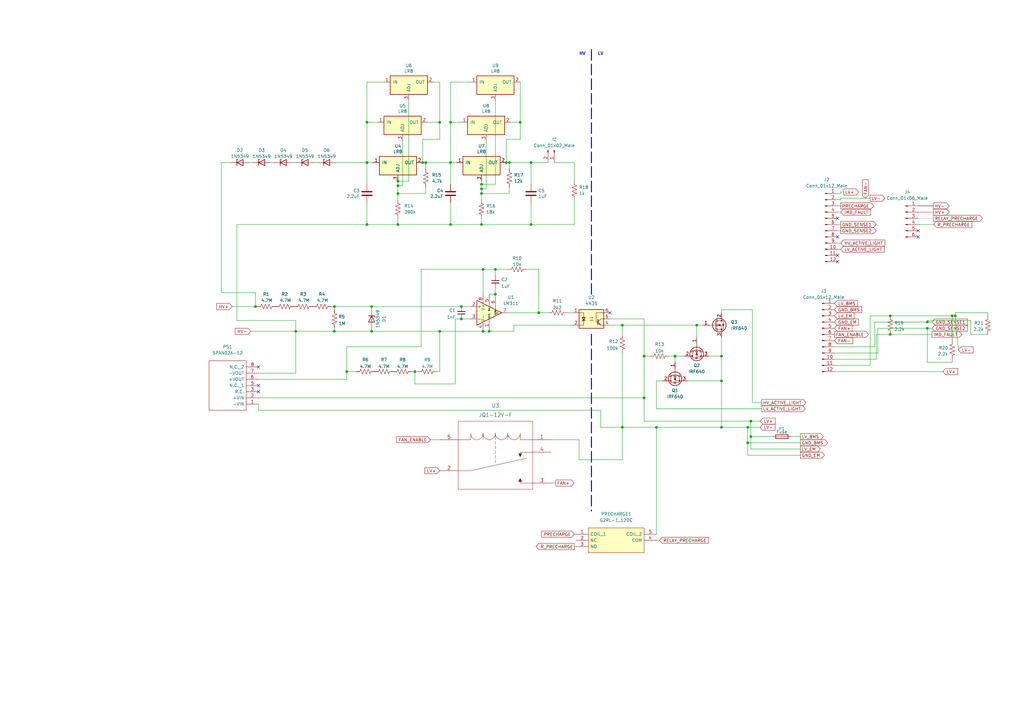
<source format=kicad_sch>
(kicad_sch (version 20211123) (generator eeschema)

  (uuid e63e39d7-6ac0-4ffd-8aa3-1841a4541b55)

  (paper "A3")

  (lib_symbols
    (symbol "2022-06-28_06-44-00:JQ1-12V-F" (pin_names (offset -0.254) hide) (in_bom yes) (on_board yes)
      (property "Reference" "U" (id 0) (at 22.86 12.7 0)
        (effects (font (size 1.524 1.524)))
      )
      (property "Value" "JQ1-12V-F" (id 1) (at 22.86 10.16 0)
        (effects (font (size 1.524 1.524)))
      )
      (property "Footprint" "RELAY_JQ1_PAN" (id 2) (at 22.86 8.636 0)
        (effects (font (size 1.524 1.524)) hide)
      )
      (property "Datasheet" "" (id 3) (at 0 0 0)
        (effects (font (size 1.524 1.524)))
      )
      (property "ki_locked" "" (id 4) (at 0 0 0)
        (effects (font (size 1.27 1.27)))
      )
      (property "ki_fp_filters" "RELAY_JQ1_PAN" (id 5) (at 0 0 0)
        (effects (font (size 1.27 1.27)) hide)
      )
      (symbol "JQ1-12V-F_1_1"
        (polyline
          (pts
            (xy 7.62 -20.32)
            (xy 38.1 -20.32)
          )
          (stroke (width 0.127) (type default) (color 0 0 0 0))
          (fill (type none))
        )
        (polyline
          (pts
            (xy 7.62 7.62)
            (xy 7.62 -20.32)
          )
          (stroke (width 0.127) (type default) (color 0 0 0 0))
          (fill (type none))
        )
        (polyline
          (pts
            (xy 12.7 -12.7)
            (xy 7.62 -12.7)
          )
          (stroke (width 0.127) (type default) (color 0 0 0 0))
          (fill (type none))
        )
        (polyline
          (pts
            (xy 12.7 -12.7)
            (xy 35.56 -7.62)
          )
          (stroke (width 0.127) (type default) (color 0 0 0 0))
          (fill (type none))
        )
        (polyline
          (pts
            (xy 12.7 0)
            (xy 7.62 0)
          )
          (stroke (width 0.127) (type default) (color 0 0 0 0))
          (fill (type none))
        )
        (polyline
          (pts
            (xy 12.7 2.54)
            (xy 12.7 0)
          )
          (stroke (width 0.127) (type default) (color 0 0 0 0))
          (fill (type none))
        )
        (polyline
          (pts
            (xy 17.78 2.54)
            (xy 17.78 0)
          )
          (stroke (width 0.127) (type default) (color 0 0 0 0))
          (fill (type none))
        )
        (polyline
          (pts
            (xy 22.86 -8.255)
            (xy 22.86 -9.525)
          )
          (stroke (width 0.127) (type default) (color 0 0 0 0))
          (fill (type none))
        )
        (polyline
          (pts
            (xy 22.86 -6.35)
            (xy 22.86 -7.62)
          )
          (stroke (width 0.127) (type default) (color 0 0 0 0))
          (fill (type none))
        )
        (polyline
          (pts
            (xy 22.86 -4.445)
            (xy 22.86 -5.715)
          )
          (stroke (width 0.127) (type default) (color 0 0 0 0))
          (fill (type none))
        )
        (polyline
          (pts
            (xy 22.86 -2.54)
            (xy 22.86 -3.81)
          )
          (stroke (width 0.127) (type default) (color 0 0 0 0))
          (fill (type none))
        )
        (polyline
          (pts
            (xy 22.86 -1.905)
            (xy 22.86 -0.635)
          )
          (stroke (width 0.127) (type default) (color 0 0 0 0))
          (fill (type none))
        )
        (polyline
          (pts
            (xy 22.86 2.54)
            (xy 22.86 0)
          )
          (stroke (width 0.127) (type default) (color 0 0 0 0))
          (fill (type none))
        )
        (polyline
          (pts
            (xy 27.94 2.54)
            (xy 27.94 0)
          )
          (stroke (width 0.127) (type default) (color 0 0 0 0))
          (fill (type none))
        )
        (polyline
          (pts
            (xy 33.02 -17.78)
            (xy 33.02 -16.51)
          )
          (stroke (width 0.127) (type default) (color 0 0 0 0))
          (fill (type none))
        )
        (polyline
          (pts
            (xy 33.02 0)
            (xy 38.1 0)
          )
          (stroke (width 0.127) (type default) (color 0 0 0 0))
          (fill (type none))
        )
        (polyline
          (pts
            (xy 33.02 2.54)
            (xy 33.02 0)
          )
          (stroke (width 0.127) (type default) (color 0 0 0 0))
          (fill (type none))
        )
        (polyline
          (pts
            (xy 33.0454 -6.477)
            (xy 33.0454 -5.1562)
          )
          (stroke (width 0.127) (type default) (color 0 0 0 0))
          (fill (type none))
        )
        (polyline
          (pts
            (xy 33.0454 -5.1562)
            (xy 38.1254 -5.1562)
          )
          (stroke (width 0.127) (type default) (color 0 0 0 0))
          (fill (type none))
        )
        (polyline
          (pts
            (xy 38.1 -20.32)
            (xy 38.1 7.62)
          )
          (stroke (width 0.127) (type default) (color 0 0 0 0))
          (fill (type none))
        )
        (polyline
          (pts
            (xy 38.1 -17.78)
            (xy 33.02 -17.78)
          )
          (stroke (width 0.127) (type default) (color 0 0 0 0))
          (fill (type none))
        )
        (polyline
          (pts
            (xy 38.1 7.62)
            (xy 7.62 7.62)
          )
          (stroke (width 0.127) (type default) (color 0 0 0 0))
          (fill (type none))
        )
        (polyline
          (pts
            (xy 32.385 -5.715)
            (xy 33.655 -5.715)
            (xy 33.02 -6.985)
            (xy 32.385 -5.715)
          )
          (stroke (width 0) (type default) (color 0 0 0 0))
          (fill (type outline))
        )
        (polyline
          (pts
            (xy 33.655 -17.145)
            (xy 32.385 -17.145)
            (xy 33.02 -15.875)
            (xy 33.655 -17.145)
          )
          (stroke (width 0) (type default) (color 0 0 0 0))
          (fill (type outline))
        )
        (arc (start 12.7 2.54) (mid 15.24 0) (end 17.78 2.54)
          (stroke (width 0.127) (type default) (color 0 0 0 0))
          (fill (type none))
        )
        (arc (start 17.78 2.54) (mid 20.32 0) (end 22.86 2.54)
          (stroke (width 0.127) (type default) (color 0 0 0 0))
          (fill (type none))
        )
        (arc (start 22.86 2.54) (mid 25.4 0) (end 27.94 2.54)
          (stroke (width 0.127) (type default) (color 0 0 0 0))
          (fill (type none))
        )
        (arc (start 27.94 2.54) (mid 30.48 0) (end 33.02 2.54)
          (stroke (width 0.127) (type default) (color 0 0 0 0))
          (fill (type none))
        )
        (pin unspecified line (at 45.72 0 180) (length 7.62)
          (name "1" (effects (font (size 1.4986 1.4986))))
          (number "1" (effects (font (size 1.4986 1.4986))))
        )
        (pin unspecified line (at 0 -12.7 0) (length 7.62)
          (name "2" (effects (font (size 1.4986 1.4986))))
          (number "2" (effects (font (size 1.4986 1.4986))))
        )
        (pin unspecified line (at 45.72 -17.78 180) (length 7.62)
          (name "3" (effects (font (size 1.4986 1.4986))))
          (number "3" (effects (font (size 1.4986 1.4986))))
        )
        (pin unspecified line (at 45.72 -5.08 180) (length 7.62)
          (name "4" (effects (font (size 1.4986 1.4986))))
          (number "4" (effects (font (size 1.4986 1.4986))))
        )
        (pin unspecified line (at 0 0 0) (length 7.62)
          (name "5" (effects (font (size 1.4986 1.4986))))
          (number "5" (effects (font (size 1.4986 1.4986))))
        )
      )
    )
    (symbol "Comparator:LM311" (pin_names (offset 0.127)) (in_bom yes) (on_board yes)
      (property "Reference" "U" (id 0) (at 3.81 6.35 0)
        (effects (font (size 1.27 1.27)) (justify left))
      )
      (property "Value" "LM311" (id 1) (at 3.81 3.81 0)
        (effects (font (size 1.27 1.27)) (justify left))
      )
      (property "Footprint" "" (id 2) (at 0 0 0)
        (effects (font (size 1.27 1.27)) hide)
      )
      (property "Datasheet" "https://www.st.com/resource/en/datasheet/lm311.pdf" (id 3) (at 0 0 0)
        (effects (font (size 1.27 1.27)) hide)
      )
      (property "ki_keywords" "cmp open collector" (id 4) (at 0 0 0)
        (effects (font (size 1.27 1.27)) hide)
      )
      (property "ki_description" "Voltage Comparator, DIP-8/SOIC-8" (id 5) (at 0 0 0)
        (effects (font (size 1.27 1.27)) hide)
      )
      (property "ki_fp_filters" "SOIC*3.9x4.9mm*P1.27mm* DIP*W7.62mm*" (id 6) (at 0 0 0)
        (effects (font (size 1.27 1.27)) hide)
      )
      (symbol "LM311_0_1"
        (polyline
          (pts
            (xy 5.08 0)
            (xy -5.08 5.08)
            (xy -5.08 -5.08)
            (xy 5.08 0)
          )
          (stroke (width 0.254) (type default) (color 0 0 0 0))
          (fill (type background))
        )
        (polyline
          (pts
            (xy 3.683 -0.381)
            (xy 3.302 -0.381)
            (xy 3.683 0)
            (xy 3.302 0.381)
            (xy 2.921 0)
            (xy 3.302 -0.381)
            (xy 2.921 -0.381)
          )
          (stroke (width 0.127) (type default) (color 0 0 0 0))
          (fill (type none))
        )
      )
      (symbol "LM311_1_1"
        (pin passive line (at 0 -7.62 90) (length 5.08)
          (name "GND" (effects (font (size 0.635 0.635))))
          (number "1" (effects (font (size 1.27 1.27))))
        )
        (pin input line (at -7.62 2.54 0) (length 2.54)
          (name "+" (effects (font (size 1.27 1.27))))
          (number "2" (effects (font (size 1.27 1.27))))
        )
        (pin input line (at -7.62 -2.54 0) (length 2.54)
          (name "-" (effects (font (size 1.27 1.27))))
          (number "3" (effects (font (size 1.27 1.27))))
        )
        (pin power_in line (at -2.54 -7.62 90) (length 3.81)
          (name "V-" (effects (font (size 1.27 1.27))))
          (number "4" (effects (font (size 1.27 1.27))))
        )
        (pin input line (at 0 7.62 270) (length 5.08)
          (name "BAL" (effects (font (size 0.635 0.635))))
          (number "5" (effects (font (size 1.27 1.27))))
        )
        (pin input line (at 2.54 7.62 270) (length 6.35)
          (name "STRB" (effects (font (size 0.508 0.508))))
          (number "6" (effects (font (size 1.27 1.27))))
        )
        (pin open_collector line (at 7.62 0 180) (length 2.54)
          (name "~" (effects (font (size 1.27 1.27))))
          (number "7" (effects (font (size 1.27 1.27))))
        )
        (pin power_in line (at -2.54 7.62 270) (length 3.81)
          (name "V+" (effects (font (size 1.27 1.27))))
          (number "8" (effects (font (size 1.27 1.27))))
        )
      )
    )
    (symbol "Connector:Conn_01x02_Male" (pin_names (offset 1.016) hide) (in_bom yes) (on_board yes)
      (property "Reference" "J" (id 0) (at 0 2.54 0)
        (effects (font (size 1.27 1.27)))
      )
      (property "Value" "Conn_01x02_Male" (id 1) (at 0 -5.08 0)
        (effects (font (size 1.27 1.27)))
      )
      (property "Footprint" "" (id 2) (at 0 0 0)
        (effects (font (size 1.27 1.27)) hide)
      )
      (property "Datasheet" "~" (id 3) (at 0 0 0)
        (effects (font (size 1.27 1.27)) hide)
      )
      (property "ki_keywords" "connector" (id 4) (at 0 0 0)
        (effects (font (size 1.27 1.27)) hide)
      )
      (property "ki_description" "Generic connector, single row, 01x02, script generated (kicad-library-utils/schlib/autogen/connector/)" (id 5) (at 0 0 0)
        (effects (font (size 1.27 1.27)) hide)
      )
      (property "ki_fp_filters" "Connector*:*_1x??_*" (id 6) (at 0 0 0)
        (effects (font (size 1.27 1.27)) hide)
      )
      (symbol "Conn_01x02_Male_1_1"
        (polyline
          (pts
            (xy 1.27 -2.54)
            (xy 0.8636 -2.54)
          )
          (stroke (width 0.1524) (type default) (color 0 0 0 0))
          (fill (type none))
        )
        (polyline
          (pts
            (xy 1.27 0)
            (xy 0.8636 0)
          )
          (stroke (width 0.1524) (type default) (color 0 0 0 0))
          (fill (type none))
        )
        (rectangle (start 0.8636 -2.413) (end 0 -2.667)
          (stroke (width 0.1524) (type default) (color 0 0 0 0))
          (fill (type outline))
        )
        (rectangle (start 0.8636 0.127) (end 0 -0.127)
          (stroke (width 0.1524) (type default) (color 0 0 0 0))
          (fill (type outline))
        )
        (pin passive line (at 5.08 0 180) (length 3.81)
          (name "Pin_1" (effects (font (size 1.27 1.27))))
          (number "1" (effects (font (size 1.27 1.27))))
        )
        (pin passive line (at 5.08 -2.54 180) (length 3.81)
          (name "Pin_2" (effects (font (size 1.27 1.27))))
          (number "2" (effects (font (size 1.27 1.27))))
        )
      )
    )
    (symbol "Connector:Conn_01x06_Male" (pin_names (offset 1.016) hide) (in_bom yes) (on_board yes)
      (property "Reference" "J" (id 0) (at 0 7.62 0)
        (effects (font (size 1.27 1.27)))
      )
      (property "Value" "Conn_01x06_Male" (id 1) (at 0 -10.16 0)
        (effects (font (size 1.27 1.27)))
      )
      (property "Footprint" "" (id 2) (at 0 0 0)
        (effects (font (size 1.27 1.27)) hide)
      )
      (property "Datasheet" "~" (id 3) (at 0 0 0)
        (effects (font (size 1.27 1.27)) hide)
      )
      (property "ki_keywords" "connector" (id 4) (at 0 0 0)
        (effects (font (size 1.27 1.27)) hide)
      )
      (property "ki_description" "Generic connector, single row, 01x06, script generated (kicad-library-utils/schlib/autogen/connector/)" (id 5) (at 0 0 0)
        (effects (font (size 1.27 1.27)) hide)
      )
      (property "ki_fp_filters" "Connector*:*_1x??_*" (id 6) (at 0 0 0)
        (effects (font (size 1.27 1.27)) hide)
      )
      (symbol "Conn_01x06_Male_1_1"
        (polyline
          (pts
            (xy 1.27 -7.62)
            (xy 0.8636 -7.62)
          )
          (stroke (width 0.1524) (type default) (color 0 0 0 0))
          (fill (type none))
        )
        (polyline
          (pts
            (xy 1.27 -5.08)
            (xy 0.8636 -5.08)
          )
          (stroke (width 0.1524) (type default) (color 0 0 0 0))
          (fill (type none))
        )
        (polyline
          (pts
            (xy 1.27 -2.54)
            (xy 0.8636 -2.54)
          )
          (stroke (width 0.1524) (type default) (color 0 0 0 0))
          (fill (type none))
        )
        (polyline
          (pts
            (xy 1.27 0)
            (xy 0.8636 0)
          )
          (stroke (width 0.1524) (type default) (color 0 0 0 0))
          (fill (type none))
        )
        (polyline
          (pts
            (xy 1.27 2.54)
            (xy 0.8636 2.54)
          )
          (stroke (width 0.1524) (type default) (color 0 0 0 0))
          (fill (type none))
        )
        (polyline
          (pts
            (xy 1.27 5.08)
            (xy 0.8636 5.08)
          )
          (stroke (width 0.1524) (type default) (color 0 0 0 0))
          (fill (type none))
        )
        (rectangle (start 0.8636 -7.493) (end 0 -7.747)
          (stroke (width 0.1524) (type default) (color 0 0 0 0))
          (fill (type outline))
        )
        (rectangle (start 0.8636 -4.953) (end 0 -5.207)
          (stroke (width 0.1524) (type default) (color 0 0 0 0))
          (fill (type outline))
        )
        (rectangle (start 0.8636 -2.413) (end 0 -2.667)
          (stroke (width 0.1524) (type default) (color 0 0 0 0))
          (fill (type outline))
        )
        (rectangle (start 0.8636 0.127) (end 0 -0.127)
          (stroke (width 0.1524) (type default) (color 0 0 0 0))
          (fill (type outline))
        )
        (rectangle (start 0.8636 2.667) (end 0 2.413)
          (stroke (width 0.1524) (type default) (color 0 0 0 0))
          (fill (type outline))
        )
        (rectangle (start 0.8636 5.207) (end 0 4.953)
          (stroke (width 0.1524) (type default) (color 0 0 0 0))
          (fill (type outline))
        )
        (pin passive line (at 5.08 5.08 180) (length 3.81)
          (name "Pin_1" (effects (font (size 1.27 1.27))))
          (number "1" (effects (font (size 1.27 1.27))))
        )
        (pin passive line (at 5.08 2.54 180) (length 3.81)
          (name "Pin_2" (effects (font (size 1.27 1.27))))
          (number "2" (effects (font (size 1.27 1.27))))
        )
        (pin passive line (at 5.08 0 180) (length 3.81)
          (name "Pin_3" (effects (font (size 1.27 1.27))))
          (number "3" (effects (font (size 1.27 1.27))))
        )
        (pin passive line (at 5.08 -2.54 180) (length 3.81)
          (name "Pin_4" (effects (font (size 1.27 1.27))))
          (number "4" (effects (font (size 1.27 1.27))))
        )
        (pin passive line (at 5.08 -5.08 180) (length 3.81)
          (name "Pin_5" (effects (font (size 1.27 1.27))))
          (number "5" (effects (font (size 1.27 1.27))))
        )
        (pin passive line (at 5.08 -7.62 180) (length 3.81)
          (name "Pin_6" (effects (font (size 1.27 1.27))))
          (number "6" (effects (font (size 1.27 1.27))))
        )
      )
    )
    (symbol "Connector:Conn_01x12_Male" (pin_names (offset 1.016) hide) (in_bom yes) (on_board yes)
      (property "Reference" "J" (id 0) (at 0 15.24 0)
        (effects (font (size 1.27 1.27)))
      )
      (property "Value" "Conn_01x12_Male" (id 1) (at 0 -17.78 0)
        (effects (font (size 1.27 1.27)))
      )
      (property "Footprint" "" (id 2) (at 0 0 0)
        (effects (font (size 1.27 1.27)) hide)
      )
      (property "Datasheet" "~" (id 3) (at 0 0 0)
        (effects (font (size 1.27 1.27)) hide)
      )
      (property "ki_keywords" "connector" (id 4) (at 0 0 0)
        (effects (font (size 1.27 1.27)) hide)
      )
      (property "ki_description" "Generic connector, single row, 01x12, script generated (kicad-library-utils/schlib/autogen/connector/)" (id 5) (at 0 0 0)
        (effects (font (size 1.27 1.27)) hide)
      )
      (property "ki_fp_filters" "Connector*:*_1x??_*" (id 6) (at 0 0 0)
        (effects (font (size 1.27 1.27)) hide)
      )
      (symbol "Conn_01x12_Male_1_1"
        (polyline
          (pts
            (xy 1.27 -15.24)
            (xy 0.8636 -15.24)
          )
          (stroke (width 0.1524) (type default) (color 0 0 0 0))
          (fill (type none))
        )
        (polyline
          (pts
            (xy 1.27 -12.7)
            (xy 0.8636 -12.7)
          )
          (stroke (width 0.1524) (type default) (color 0 0 0 0))
          (fill (type none))
        )
        (polyline
          (pts
            (xy 1.27 -10.16)
            (xy 0.8636 -10.16)
          )
          (stroke (width 0.1524) (type default) (color 0 0 0 0))
          (fill (type none))
        )
        (polyline
          (pts
            (xy 1.27 -7.62)
            (xy 0.8636 -7.62)
          )
          (stroke (width 0.1524) (type default) (color 0 0 0 0))
          (fill (type none))
        )
        (polyline
          (pts
            (xy 1.27 -5.08)
            (xy 0.8636 -5.08)
          )
          (stroke (width 0.1524) (type default) (color 0 0 0 0))
          (fill (type none))
        )
        (polyline
          (pts
            (xy 1.27 -2.54)
            (xy 0.8636 -2.54)
          )
          (stroke (width 0.1524) (type default) (color 0 0 0 0))
          (fill (type none))
        )
        (polyline
          (pts
            (xy 1.27 0)
            (xy 0.8636 0)
          )
          (stroke (width 0.1524) (type default) (color 0 0 0 0))
          (fill (type none))
        )
        (polyline
          (pts
            (xy 1.27 2.54)
            (xy 0.8636 2.54)
          )
          (stroke (width 0.1524) (type default) (color 0 0 0 0))
          (fill (type none))
        )
        (polyline
          (pts
            (xy 1.27 5.08)
            (xy 0.8636 5.08)
          )
          (stroke (width 0.1524) (type default) (color 0 0 0 0))
          (fill (type none))
        )
        (polyline
          (pts
            (xy 1.27 7.62)
            (xy 0.8636 7.62)
          )
          (stroke (width 0.1524) (type default) (color 0 0 0 0))
          (fill (type none))
        )
        (polyline
          (pts
            (xy 1.27 10.16)
            (xy 0.8636 10.16)
          )
          (stroke (width 0.1524) (type default) (color 0 0 0 0))
          (fill (type none))
        )
        (polyline
          (pts
            (xy 1.27 12.7)
            (xy 0.8636 12.7)
          )
          (stroke (width 0.1524) (type default) (color 0 0 0 0))
          (fill (type none))
        )
        (rectangle (start 0.8636 -15.113) (end 0 -15.367)
          (stroke (width 0.1524) (type default) (color 0 0 0 0))
          (fill (type outline))
        )
        (rectangle (start 0.8636 -12.573) (end 0 -12.827)
          (stroke (width 0.1524) (type default) (color 0 0 0 0))
          (fill (type outline))
        )
        (rectangle (start 0.8636 -10.033) (end 0 -10.287)
          (stroke (width 0.1524) (type default) (color 0 0 0 0))
          (fill (type outline))
        )
        (rectangle (start 0.8636 -7.493) (end 0 -7.747)
          (stroke (width 0.1524) (type default) (color 0 0 0 0))
          (fill (type outline))
        )
        (rectangle (start 0.8636 -4.953) (end 0 -5.207)
          (stroke (width 0.1524) (type default) (color 0 0 0 0))
          (fill (type outline))
        )
        (rectangle (start 0.8636 -2.413) (end 0 -2.667)
          (stroke (width 0.1524) (type default) (color 0 0 0 0))
          (fill (type outline))
        )
        (rectangle (start 0.8636 0.127) (end 0 -0.127)
          (stroke (width 0.1524) (type default) (color 0 0 0 0))
          (fill (type outline))
        )
        (rectangle (start 0.8636 2.667) (end 0 2.413)
          (stroke (width 0.1524) (type default) (color 0 0 0 0))
          (fill (type outline))
        )
        (rectangle (start 0.8636 5.207) (end 0 4.953)
          (stroke (width 0.1524) (type default) (color 0 0 0 0))
          (fill (type outline))
        )
        (rectangle (start 0.8636 7.747) (end 0 7.493)
          (stroke (width 0.1524) (type default) (color 0 0 0 0))
          (fill (type outline))
        )
        (rectangle (start 0.8636 10.287) (end 0 10.033)
          (stroke (width 0.1524) (type default) (color 0 0 0 0))
          (fill (type outline))
        )
        (rectangle (start 0.8636 12.827) (end 0 12.573)
          (stroke (width 0.1524) (type default) (color 0 0 0 0))
          (fill (type outline))
        )
        (pin passive line (at 5.08 12.7 180) (length 3.81)
          (name "Pin_1" (effects (font (size 1.27 1.27))))
          (number "1" (effects (font (size 1.27 1.27))))
        )
        (pin passive line (at 5.08 -10.16 180) (length 3.81)
          (name "Pin_10" (effects (font (size 1.27 1.27))))
          (number "10" (effects (font (size 1.27 1.27))))
        )
        (pin passive line (at 5.08 -12.7 180) (length 3.81)
          (name "Pin_11" (effects (font (size 1.27 1.27))))
          (number "11" (effects (font (size 1.27 1.27))))
        )
        (pin passive line (at 5.08 -15.24 180) (length 3.81)
          (name "Pin_12" (effects (font (size 1.27 1.27))))
          (number "12" (effects (font (size 1.27 1.27))))
        )
        (pin passive line (at 5.08 10.16 180) (length 3.81)
          (name "Pin_2" (effects (font (size 1.27 1.27))))
          (number "2" (effects (font (size 1.27 1.27))))
        )
        (pin passive line (at 5.08 7.62 180) (length 3.81)
          (name "Pin_3" (effects (font (size 1.27 1.27))))
          (number "3" (effects (font (size 1.27 1.27))))
        )
        (pin passive line (at 5.08 5.08 180) (length 3.81)
          (name "Pin_4" (effects (font (size 1.27 1.27))))
          (number "4" (effects (font (size 1.27 1.27))))
        )
        (pin passive line (at 5.08 2.54 180) (length 3.81)
          (name "Pin_5" (effects (font (size 1.27 1.27))))
          (number "5" (effects (font (size 1.27 1.27))))
        )
        (pin passive line (at 5.08 0 180) (length 3.81)
          (name "Pin_6" (effects (font (size 1.27 1.27))))
          (number "6" (effects (font (size 1.27 1.27))))
        )
        (pin passive line (at 5.08 -2.54 180) (length 3.81)
          (name "Pin_7" (effects (font (size 1.27 1.27))))
          (number "7" (effects (font (size 1.27 1.27))))
        )
        (pin passive line (at 5.08 -5.08 180) (length 3.81)
          (name "Pin_8" (effects (font (size 1.27 1.27))))
          (number "8" (effects (font (size 1.27 1.27))))
        )
        (pin passive line (at 5.08 -7.62 180) (length 3.81)
          (name "Pin_9" (effects (font (size 1.27 1.27))))
          (number "9" (effects (font (size 1.27 1.27))))
        )
      )
    )
    (symbol "Device:C" (pin_numbers hide) (pin_names (offset 0.254)) (in_bom yes) (on_board yes)
      (property "Reference" "C" (id 0) (at 0.635 2.54 0)
        (effects (font (size 1.27 1.27)) (justify left))
      )
      (property "Value" "C" (id 1) (at 0.635 -2.54 0)
        (effects (font (size 1.27 1.27)) (justify left))
      )
      (property "Footprint" "" (id 2) (at 0.9652 -3.81 0)
        (effects (font (size 1.27 1.27)) hide)
      )
      (property "Datasheet" "~" (id 3) (at 0 0 0)
        (effects (font (size 1.27 1.27)) hide)
      )
      (property "ki_keywords" "cap capacitor" (id 4) (at 0 0 0)
        (effects (font (size 1.27 1.27)) hide)
      )
      (property "ki_description" "Unpolarized capacitor" (id 5) (at 0 0 0)
        (effects (font (size 1.27 1.27)) hide)
      )
      (property "ki_fp_filters" "C_*" (id 6) (at 0 0 0)
        (effects (font (size 1.27 1.27)) hide)
      )
      (symbol "C_0_1"
        (polyline
          (pts
            (xy -2.032 -0.762)
            (xy 2.032 -0.762)
          )
          (stroke (width 0.508) (type default) (color 0 0 0 0))
          (fill (type none))
        )
        (polyline
          (pts
            (xy -2.032 0.762)
            (xy 2.032 0.762)
          )
          (stroke (width 0.508) (type default) (color 0 0 0 0))
          (fill (type none))
        )
      )
      (symbol "C_1_1"
        (pin passive line (at 0 3.81 270) (length 2.794)
          (name "~" (effects (font (size 1.27 1.27))))
          (number "1" (effects (font (size 1.27 1.27))))
        )
        (pin passive line (at 0 -3.81 90) (length 2.794)
          (name "~" (effects (font (size 1.27 1.27))))
          (number "2" (effects (font (size 1.27 1.27))))
        )
      )
    )
    (symbol "Device:C_Small" (pin_numbers hide) (pin_names (offset 0.254) hide) (in_bom yes) (on_board yes)
      (property "Reference" "C" (id 0) (at 0.254 1.778 0)
        (effects (font (size 1.27 1.27)) (justify left))
      )
      (property "Value" "C_Small" (id 1) (at 0.254 -2.032 0)
        (effects (font (size 1.27 1.27)) (justify left))
      )
      (property "Footprint" "" (id 2) (at 0 0 0)
        (effects (font (size 1.27 1.27)) hide)
      )
      (property "Datasheet" "~" (id 3) (at 0 0 0)
        (effects (font (size 1.27 1.27)) hide)
      )
      (property "ki_keywords" "capacitor cap" (id 4) (at 0 0 0)
        (effects (font (size 1.27 1.27)) hide)
      )
      (property "ki_description" "Unpolarized capacitor, small symbol" (id 5) (at 0 0 0)
        (effects (font (size 1.27 1.27)) hide)
      )
      (property "ki_fp_filters" "C_*" (id 6) (at 0 0 0)
        (effects (font (size 1.27 1.27)) hide)
      )
      (symbol "C_Small_0_1"
        (polyline
          (pts
            (xy -1.524 -0.508)
            (xy 1.524 -0.508)
          )
          (stroke (width 0.3302) (type default) (color 0 0 0 0))
          (fill (type none))
        )
        (polyline
          (pts
            (xy -1.524 0.508)
            (xy 1.524 0.508)
          )
          (stroke (width 0.3048) (type default) (color 0 0 0 0))
          (fill (type none))
        )
      )
      (symbol "C_Small_1_1"
        (pin passive line (at 0 2.54 270) (length 2.032)
          (name "~" (effects (font (size 1.27 1.27))))
          (number "1" (effects (font (size 1.27 1.27))))
        )
        (pin passive line (at 0 -2.54 90) (length 2.032)
          (name "~" (effects (font (size 1.27 1.27))))
          (number "2" (effects (font (size 1.27 1.27))))
        )
      )
    )
    (symbol "Device:Fuse" (pin_numbers hide) (pin_names (offset 0)) (in_bom yes) (on_board yes)
      (property "Reference" "F" (id 0) (at 2.032 0 90)
        (effects (font (size 1.27 1.27)))
      )
      (property "Value" "Fuse" (id 1) (at -1.905 0 90)
        (effects (font (size 1.27 1.27)))
      )
      (property "Footprint" "" (id 2) (at -1.778 0 90)
        (effects (font (size 1.27 1.27)) hide)
      )
      (property "Datasheet" "~" (id 3) (at 0 0 0)
        (effects (font (size 1.27 1.27)) hide)
      )
      (property "ki_keywords" "fuse" (id 4) (at 0 0 0)
        (effects (font (size 1.27 1.27)) hide)
      )
      (property "ki_description" "Fuse" (id 5) (at 0 0 0)
        (effects (font (size 1.27 1.27)) hide)
      )
      (property "ki_fp_filters" "*Fuse*" (id 6) (at 0 0 0)
        (effects (font (size 1.27 1.27)) hide)
      )
      (symbol "Fuse_0_1"
        (rectangle (start -0.762 -2.54) (end 0.762 2.54)
          (stroke (width 0.254) (type default) (color 0 0 0 0))
          (fill (type none))
        )
        (polyline
          (pts
            (xy 0 2.54)
            (xy 0 -2.54)
          )
          (stroke (width 0) (type default) (color 0 0 0 0))
          (fill (type none))
        )
      )
      (symbol "Fuse_1_1"
        (pin passive line (at 0 3.81 270) (length 1.27)
          (name "~" (effects (font (size 1.27 1.27))))
          (number "1" (effects (font (size 1.27 1.27))))
        )
        (pin passive line (at 0 -3.81 90) (length 1.27)
          (name "~" (effects (font (size 1.27 1.27))))
          (number "2" (effects (font (size 1.27 1.27))))
        )
      )
    )
    (symbol "Device:Q_NMOS_GDS" (pin_names (offset 0) hide) (in_bom yes) (on_board yes)
      (property "Reference" "Q" (id 0) (at 5.08 1.27 0)
        (effects (font (size 1.27 1.27)) (justify left))
      )
      (property "Value" "Q_NMOS_GDS" (id 1) (at 5.08 -1.27 0)
        (effects (font (size 1.27 1.27)) (justify left))
      )
      (property "Footprint" "" (id 2) (at 5.08 2.54 0)
        (effects (font (size 1.27 1.27)) hide)
      )
      (property "Datasheet" "~" (id 3) (at 0 0 0)
        (effects (font (size 1.27 1.27)) hide)
      )
      (property "ki_keywords" "transistor NMOS N-MOS N-MOSFET" (id 4) (at 0 0 0)
        (effects (font (size 1.27 1.27)) hide)
      )
      (property "ki_description" "N-MOSFET transistor, gate/drain/source" (id 5) (at 0 0 0)
        (effects (font (size 1.27 1.27)) hide)
      )
      (symbol "Q_NMOS_GDS_0_1"
        (polyline
          (pts
            (xy 0.254 0)
            (xy -2.54 0)
          )
          (stroke (width 0) (type default) (color 0 0 0 0))
          (fill (type none))
        )
        (polyline
          (pts
            (xy 0.254 1.905)
            (xy 0.254 -1.905)
          )
          (stroke (width 0.254) (type default) (color 0 0 0 0))
          (fill (type none))
        )
        (polyline
          (pts
            (xy 0.762 -1.27)
            (xy 0.762 -2.286)
          )
          (stroke (width 0.254) (type default) (color 0 0 0 0))
          (fill (type none))
        )
        (polyline
          (pts
            (xy 0.762 0.508)
            (xy 0.762 -0.508)
          )
          (stroke (width 0.254) (type default) (color 0 0 0 0))
          (fill (type none))
        )
        (polyline
          (pts
            (xy 0.762 2.286)
            (xy 0.762 1.27)
          )
          (stroke (width 0.254) (type default) (color 0 0 0 0))
          (fill (type none))
        )
        (polyline
          (pts
            (xy 2.54 2.54)
            (xy 2.54 1.778)
          )
          (stroke (width 0) (type default) (color 0 0 0 0))
          (fill (type none))
        )
        (polyline
          (pts
            (xy 2.54 -2.54)
            (xy 2.54 0)
            (xy 0.762 0)
          )
          (stroke (width 0) (type default) (color 0 0 0 0))
          (fill (type none))
        )
        (polyline
          (pts
            (xy 0.762 -1.778)
            (xy 3.302 -1.778)
            (xy 3.302 1.778)
            (xy 0.762 1.778)
          )
          (stroke (width 0) (type default) (color 0 0 0 0))
          (fill (type none))
        )
        (polyline
          (pts
            (xy 1.016 0)
            (xy 2.032 0.381)
            (xy 2.032 -0.381)
            (xy 1.016 0)
          )
          (stroke (width 0) (type default) (color 0 0 0 0))
          (fill (type outline))
        )
        (polyline
          (pts
            (xy 2.794 0.508)
            (xy 2.921 0.381)
            (xy 3.683 0.381)
            (xy 3.81 0.254)
          )
          (stroke (width 0) (type default) (color 0 0 0 0))
          (fill (type none))
        )
        (polyline
          (pts
            (xy 3.302 0.381)
            (xy 2.921 -0.254)
            (xy 3.683 -0.254)
            (xy 3.302 0.381)
          )
          (stroke (width 0) (type default) (color 0 0 0 0))
          (fill (type none))
        )
        (circle (center 1.651 0) (radius 2.794)
          (stroke (width 0.254) (type default) (color 0 0 0 0))
          (fill (type none))
        )
        (circle (center 2.54 -1.778) (radius 0.254)
          (stroke (width 0) (type default) (color 0 0 0 0))
          (fill (type outline))
        )
        (circle (center 2.54 1.778) (radius 0.254)
          (stroke (width 0) (type default) (color 0 0 0 0))
          (fill (type outline))
        )
      )
      (symbol "Q_NMOS_GDS_1_1"
        (pin input line (at -5.08 0 0) (length 2.54)
          (name "G" (effects (font (size 1.27 1.27))))
          (number "1" (effects (font (size 1.27 1.27))))
        )
        (pin passive line (at 2.54 5.08 270) (length 2.54)
          (name "D" (effects (font (size 1.27 1.27))))
          (number "2" (effects (font (size 1.27 1.27))))
        )
        (pin passive line (at 2.54 -5.08 90) (length 2.54)
          (name "S" (effects (font (size 1.27 1.27))))
          (number "3" (effects (font (size 1.27 1.27))))
        )
      )
    )
    (symbol "Device:R_US" (pin_numbers hide) (pin_names (offset 0)) (in_bom yes) (on_board yes)
      (property "Reference" "R" (id 0) (at 2.54 0 90)
        (effects (font (size 1.27 1.27)))
      )
      (property "Value" "R_US" (id 1) (at -2.54 0 90)
        (effects (font (size 1.27 1.27)))
      )
      (property "Footprint" "" (id 2) (at 1.016 -0.254 90)
        (effects (font (size 1.27 1.27)) hide)
      )
      (property "Datasheet" "~" (id 3) (at 0 0 0)
        (effects (font (size 1.27 1.27)) hide)
      )
      (property "ki_keywords" "R res resistor" (id 4) (at 0 0 0)
        (effects (font (size 1.27 1.27)) hide)
      )
      (property "ki_description" "Resistor, US symbol" (id 5) (at 0 0 0)
        (effects (font (size 1.27 1.27)) hide)
      )
      (property "ki_fp_filters" "R_*" (id 6) (at 0 0 0)
        (effects (font (size 1.27 1.27)) hide)
      )
      (symbol "R_US_0_1"
        (polyline
          (pts
            (xy 0 -2.286)
            (xy 0 -2.54)
          )
          (stroke (width 0) (type default) (color 0 0 0 0))
          (fill (type none))
        )
        (polyline
          (pts
            (xy 0 2.286)
            (xy 0 2.54)
          )
          (stroke (width 0) (type default) (color 0 0 0 0))
          (fill (type none))
        )
        (polyline
          (pts
            (xy 0 -0.762)
            (xy 1.016 -1.143)
            (xy 0 -1.524)
            (xy -1.016 -1.905)
            (xy 0 -2.286)
          )
          (stroke (width 0) (type default) (color 0 0 0 0))
          (fill (type none))
        )
        (polyline
          (pts
            (xy 0 0.762)
            (xy 1.016 0.381)
            (xy 0 0)
            (xy -1.016 -0.381)
            (xy 0 -0.762)
          )
          (stroke (width 0) (type default) (color 0 0 0 0))
          (fill (type none))
        )
        (polyline
          (pts
            (xy 0 2.286)
            (xy 1.016 1.905)
            (xy 0 1.524)
            (xy -1.016 1.143)
            (xy 0 0.762)
          )
          (stroke (width 0) (type default) (color 0 0 0 0))
          (fill (type none))
        )
      )
      (symbol "R_US_1_1"
        (pin passive line (at 0 3.81 270) (length 1.27)
          (name "~" (effects (font (size 1.27 1.27))))
          (number "1" (effects (font (size 1.27 1.27))))
        )
        (pin passive line (at 0 -3.81 90) (length 1.27)
          (name "~" (effects (font (size 1.27 1.27))))
          (number "2" (effects (font (size 1.27 1.27))))
        )
      )
    )
    (symbol "Diode:1N53xxB" (pin_numbers hide) (pin_names (offset 1.016) hide) (in_bom yes) (on_board yes)
      (property "Reference" "D" (id 0) (at 0 2.54 0)
        (effects (font (size 1.27 1.27)))
      )
      (property "Value" "1N53xxB" (id 1) (at 0 -2.54 0)
        (effects (font (size 1.27 1.27)))
      )
      (property "Footprint" "Diode_THT:D_DO-201_P15.24mm_Horizontal" (id 2) (at 0 -4.445 0)
        (effects (font (size 1.27 1.27)) hide)
      )
      (property "Datasheet" "https://diotec.com/tl_files/diotec/files/pdf/datasheets/1n5345b.pdf" (id 3) (at 0 0 0)
        (effects (font (size 1.27 1.27)) hide)
      )
      (property "ki_keywords" "zener diode" (id 4) (at 0 0 0)
        (effects (font (size 1.27 1.27)) hide)
      )
      (property "ki_description" "5000mW Zener Diode, DO-201" (id 5) (at 0 0 0)
        (effects (font (size 1.27 1.27)) hide)
      )
      (property "ki_fp_filters" "D*DO?201*" (id 6) (at 0 0 0)
        (effects (font (size 1.27 1.27)) hide)
      )
      (symbol "1N53xxB_0_1"
        (polyline
          (pts
            (xy 1.27 0)
            (xy -1.27 0)
          )
          (stroke (width 0) (type default) (color 0 0 0 0))
          (fill (type none))
        )
        (polyline
          (pts
            (xy -1.27 -1.27)
            (xy -1.27 1.27)
            (xy -0.762 1.27)
          )
          (stroke (width 0.254) (type default) (color 0 0 0 0))
          (fill (type none))
        )
        (polyline
          (pts
            (xy 1.27 -1.27)
            (xy 1.27 1.27)
            (xy -1.27 0)
            (xy 1.27 -1.27)
          )
          (stroke (width 0.254) (type default) (color 0 0 0 0))
          (fill (type none))
        )
      )
      (symbol "1N53xxB_1_1"
        (pin passive line (at -3.81 0 0) (length 2.54)
          (name "K" (effects (font (size 1.27 1.27))))
          (number "1" (effects (font (size 1.27 1.27))))
        )
        (pin passive line (at 3.81 0 180) (length 2.54)
          (name "A" (effects (font (size 1.27 1.27))))
          (number "2" (effects (font (size 1.27 1.27))))
        )
      )
    )
    (symbol "G2RL-1_12DC:G2RL-1_12DC" (pin_names (offset 0.762)) (in_bom yes) (on_board yes)
      (property "Reference" "K" (id 0) (at 29.21 7.62 0)
        (effects (font (size 1.27 1.27)) (justify left))
      )
      (property "Value" "G2RL-1_12DC" (id 1) (at 29.21 5.08 0)
        (effects (font (size 1.27 1.27)) (justify left))
      )
      (property "Footprint" "G2RL112DC" (id 2) (at 29.21 2.54 0)
        (effects (font (size 1.27 1.27)) (justify left) hide)
      )
      (property "Datasheet" "http://uk.rs-online.com/web/p/products/3650490P" (id 3) (at 29.21 0 0)
        (effects (font (size 1.27 1.27)) (justify left) hide)
      )
      (property "Description" "General Purpose Relay, G2RL Series, Power, Non Latching, SPDT, 12 VDC, 12 A RoHS Compliant: Yes" (id 4) (at 29.21 -2.54 0)
        (effects (font (size 1.27 1.27)) (justify left) hide)
      )
      (property "Height" "15.7" (id 5) (at 29.21 -5.08 0)
        (effects (font (size 1.27 1.27)) (justify left) hide)
      )
      (property "Manufacturer_Name" "Omron Electronics" (id 6) (at 29.21 -7.62 0)
        (effects (font (size 1.27 1.27)) (justify left) hide)
      )
      (property "Manufacturer_Part_Number" "G2RL-1 12DC" (id 7) (at 29.21 -10.16 0)
        (effects (font (size 1.27 1.27)) (justify left) hide)
      )
      (property "Mouser Part Number" "" (id 8) (at 29.21 -12.7 0)
        (effects (font (size 1.27 1.27)) (justify left) hide)
      )
      (property "Mouser Price/Stock" "" (id 9) (at 29.21 -15.24 0)
        (effects (font (size 1.27 1.27)) (justify left) hide)
      )
      (property "Arrow Part Number" "" (id 10) (at 29.21 -17.78 0)
        (effects (font (size 1.27 1.27)) (justify left) hide)
      )
      (property "Arrow Price/Stock" "" (id 11) (at 29.21 -20.32 0)
        (effects (font (size 1.27 1.27)) (justify left) hide)
      )
      (property "ki_description" "General Purpose Relay, G2RL Series, Power, Non Latching, SPDT, 12 VDC, 12 A RoHS Compliant: Yes" (id 12) (at 0 0 0)
        (effects (font (size 1.27 1.27)) hide)
      )
      (symbol "G2RL-1_12DC_0_0"
        (pin passive line (at 0 0 0) (length 5.08)
          (name "COIL_1" (effects (font (size 1.27 1.27))))
          (number "1" (effects (font (size 1.27 1.27))))
        )
        (pin passive line (at 0 -2.54 0) (length 5.08)
          (name "NC" (effects (font (size 1.27 1.27))))
          (number "2" (effects (font (size 1.27 1.27))))
        )
        (pin passive line (at 0 -5.08 0) (length 5.08)
          (name "NO" (effects (font (size 1.27 1.27))))
          (number "3" (effects (font (size 1.27 1.27))))
        )
        (pin passive line (at 33.02 -2.54 180) (length 5.08)
          (name "COM" (effects (font (size 1.27 1.27))))
          (number "4" (effects (font (size 1.27 1.27))))
        )
        (pin passive line (at 33.02 0 180) (length 5.08)
          (name "COIL_2" (effects (font (size 1.27 1.27))))
          (number "5" (effects (font (size 1.27 1.27))))
        )
      )
      (symbol "G2RL-1_12DC_0_1"
        (polyline
          (pts
            (xy 5.08 2.54)
            (xy 27.94 2.54)
            (xy 27.94 -7.62)
            (xy 5.08 -7.62)
            (xy 5.08 2.54)
          )
          (stroke (width 0.1524) (type default) (color 0 0 0 0))
          (fill (type background))
        )
      )
    )
    (symbol "Isolator:4N35" (pin_names (offset 1.016)) (in_bom yes) (on_board yes)
      (property "Reference" "U" (id 0) (at -5.08 5.08 0)
        (effects (font (size 1.27 1.27)) (justify left))
      )
      (property "Value" "4N35" (id 1) (at 0 5.08 0)
        (effects (font (size 1.27 1.27)) (justify left))
      )
      (property "Footprint" "Package_DIP:DIP-6_W7.62mm" (id 2) (at -5.08 -5.08 0)
        (effects (font (size 1.27 1.27) italic) (justify left) hide)
      )
      (property "Datasheet" "https://www.vishay.com/docs/81181/4n35.pdf" (id 3) (at 0 0 0)
        (effects (font (size 1.27 1.27)) (justify left) hide)
      )
      (property "ki_keywords" "NPN DC Optocoupler Base Connected" (id 4) (at 0 0 0)
        (effects (font (size 1.27 1.27)) hide)
      )
      (property "ki_description" "Optocoupler, Phototransistor Output, with Base Connection, Vce 70V, CTR 100%, Viso 5000V, DIP6" (id 5) (at 0 0 0)
        (effects (font (size 1.27 1.27)) hide)
      )
      (property "ki_fp_filters" "DIP*W7.62mm*" (id 6) (at 0 0 0)
        (effects (font (size 1.27 1.27)) hide)
      )
      (symbol "4N35_0_1"
        (rectangle (start -5.08 3.81) (end 5.08 -3.81)
          (stroke (width 0.254) (type default) (color 0 0 0 0))
          (fill (type background))
        )
        (polyline
          (pts
            (xy -3.81 -0.635)
            (xy -2.54 -0.635)
          )
          (stroke (width 0.254) (type default) (color 0 0 0 0))
          (fill (type none))
        )
        (polyline
          (pts
            (xy 2.667 -1.397)
            (xy 3.81 -2.54)
          )
          (stroke (width 0) (type default) (color 0 0 0 0))
          (fill (type none))
        )
        (polyline
          (pts
            (xy 2.667 -1.143)
            (xy 3.81 0)
          )
          (stroke (width 0) (type default) (color 0 0 0 0))
          (fill (type none))
        )
        (polyline
          (pts
            (xy 3.81 -2.54)
            (xy 5.08 -2.54)
          )
          (stroke (width 0) (type default) (color 0 0 0 0))
          (fill (type none))
        )
        (polyline
          (pts
            (xy 3.81 0)
            (xy 5.08 0)
          )
          (stroke (width 0) (type default) (color 0 0 0 0))
          (fill (type none))
        )
        (polyline
          (pts
            (xy 2.667 -0.254)
            (xy 2.667 -2.286)
            (xy 2.667 -2.286)
          )
          (stroke (width 0.3556) (type default) (color 0 0 0 0))
          (fill (type none))
        )
        (polyline
          (pts
            (xy -5.08 -2.54)
            (xy -3.175 -2.54)
            (xy -3.175 2.54)
            (xy -5.08 2.54)
          )
          (stroke (width 0) (type default) (color 0 0 0 0))
          (fill (type none))
        )
        (polyline
          (pts
            (xy -3.175 -0.635)
            (xy -3.81 0.635)
            (xy -2.54 0.635)
            (xy -3.175 -0.635)
          )
          (stroke (width 0.254) (type default) (color 0 0 0 0))
          (fill (type none))
        )
        (polyline
          (pts
            (xy 3.683 -2.413)
            (xy 3.429 -1.905)
            (xy 3.175 -2.159)
            (xy 3.683 -2.413)
          )
          (stroke (width 0) (type default) (color 0 0 0 0))
          (fill (type none))
        )
        (polyline
          (pts
            (xy 5.08 2.54)
            (xy 1.905 2.54)
            (xy 1.905 -1.27)
            (xy 2.54 -1.27)
          )
          (stroke (width 0) (type default) (color 0 0 0 0))
          (fill (type none))
        )
        (polyline
          (pts
            (xy -0.635 -0.508)
            (xy 0.635 -0.508)
            (xy 0.254 -0.635)
            (xy 0.254 -0.381)
            (xy 0.635 -0.508)
          )
          (stroke (width 0) (type default) (color 0 0 0 0))
          (fill (type none))
        )
        (polyline
          (pts
            (xy -0.635 0.508)
            (xy 0.635 0.508)
            (xy 0.254 0.381)
            (xy 0.254 0.635)
            (xy 0.635 0.508)
          )
          (stroke (width 0) (type default) (color 0 0 0 0))
          (fill (type none))
        )
      )
      (symbol "4N35_1_1"
        (pin passive line (at -7.62 2.54 0) (length 2.54)
          (name "~" (effects (font (size 1.27 1.27))))
          (number "1" (effects (font (size 1.27 1.27))))
        )
        (pin passive line (at -7.62 -2.54 0) (length 2.54)
          (name "~" (effects (font (size 1.27 1.27))))
          (number "2" (effects (font (size 1.27 1.27))))
        )
        (pin no_connect line (at -5.08 0 0) (length 2.54) hide
          (name "NC" (effects (font (size 1.27 1.27))))
          (number "3" (effects (font (size 1.27 1.27))))
        )
        (pin passive line (at 7.62 -2.54 180) (length 2.54)
          (name "~" (effects (font (size 1.27 1.27))))
          (number "4" (effects (font (size 1.27 1.27))))
        )
        (pin passive line (at 7.62 0 180) (length 2.54)
          (name "~" (effects (font (size 1.27 1.27))))
          (number "5" (effects (font (size 1.27 1.27))))
        )
        (pin passive line (at 7.62 2.54 180) (length 2.54)
          (name "~" (effects (font (size 1.27 1.27))))
          (number "6" (effects (font (size 1.27 1.27))))
        )
      )
    )
    (symbol "Regulator_Linear:LR8K4-G" (pin_names (offset 1.016)) (in_bom yes) (on_board yes)
      (property "Reference" "U" (id 0) (at -7.62 3.81 0)
        (effects (font (size 1.27 1.27)) (justify left))
      )
      (property "Value" "LR8K4-G" (id 1) (at 0 3.81 0)
        (effects (font (size 1.27 1.27)) (justify left))
      )
      (property "Footprint" "Package_TO_SOT_SMD:TO-252-2" (id 2) (at 0 -11.43 0)
        (effects (font (size 1.27 1.27)) hide)
      )
      (property "Datasheet" "http://ww1.microchip.com/downloads/en/DeviceDoc/20005399B.pdf" (id 3) (at 0 0 0)
        (effects (font (size 1.27 1.27)) hide)
      )
      (property "ki_keywords" "High-Voltage Regulator Adjustable Positive" (id 4) (at 0 0 0)
        (effects (font (size 1.27 1.27)) hide)
      )
      (property "ki_description" "30mA 450V High-Voltage Linear Regulator (Adjustable), TO-252 (D-PAK)" (id 5) (at 0 0 0)
        (effects (font (size 1.27 1.27)) hide)
      )
      (property "ki_fp_filters" "TO*252*" (id 6) (at 0 0 0)
        (effects (font (size 1.27 1.27)) hide)
      )
      (symbol "LR8K4-G_0_1"
        (rectangle (start -7.62 2.54) (end 7.62 -5.08)
          (stroke (width 0.254) (type default) (color 0 0 0 0))
          (fill (type background))
        )
      )
      (symbol "LR8K4-G_1_1"
        (pin input line (at -10.16 0 0) (length 2.54)
          (name "IN" (effects (font (size 1.27 1.27))))
          (number "1" (effects (font (size 1.27 1.27))))
        )
        (pin power_out line (at 10.16 0 180) (length 2.54)
          (name "OUT" (effects (font (size 1.27 1.27))))
          (number "2" (effects (font (size 1.27 1.27))))
        )
        (pin input line (at 0 -7.62 90) (length 2.54)
          (name "ADJ" (effects (font (size 1.27 1.27))))
          (number "3" (effects (font (size 1.27 1.27))))
        )
      )
    )
    (symbol "SPAN02A-12:SPAN02A-12" (pin_names (offset 0.762)) (in_bom yes) (on_board yes)
      (property "Reference" "PS" (id 0) (at 21.59 7.62 0)
        (effects (font (size 1.27 1.27)) (justify left))
      )
      (property "Value" "SPAN02A-12" (id 1) (at 21.59 5.08 0)
        (effects (font (size 1.27 1.27)) (justify left))
      )
      (property "Footprint" "SPAN02A12" (id 2) (at 21.59 2.54 0)
        (effects (font (size 1.27 1.27)) (justify left) hide)
      )
      (property "Datasheet" "https://datasheet.datasheetarchive.com/originals/distributors/DKDS-2/37032.pdf" (id 3) (at 21.59 0 0)
        (effects (font (size 1.27 1.27)) (justify left) hide)
      )
      (property "Description" "Isolated DC/DC Converters 9-18Vin 12Vout 167mA SIP8 Reg Iso" (id 4) (at 21.59 -2.54 0)
        (effects (font (size 1.27 1.27)) (justify left) hide)
      )
      (property "Height" "11.6" (id 5) (at 21.59 -5.08 0)
        (effects (font (size 1.27 1.27)) (justify left) hide)
      )
      (property "Manufacturer_Name" "Mean Well" (id 6) (at 21.59 -7.62 0)
        (effects (font (size 1.27 1.27)) (justify left) hide)
      )
      (property "Manufacturer_Part_Number" "SPAN02A-12" (id 7) (at 21.59 -10.16 0)
        (effects (font (size 1.27 1.27)) (justify left) hide)
      )
      (property "Mouser Part Number" "709-SPAN02A-12" (id 8) (at 21.59 -12.7 0)
        (effects (font (size 1.27 1.27)) (justify left) hide)
      )
      (property "Mouser Price/Stock" "https://www.mouser.co.uk/ProductDetail/MEAN-WELL/SPAN02A-12?qs=5aG0NVq1C4wxQqKsG84AkQ%3D%3D" (id 9) (at 21.59 -15.24 0)
        (effects (font (size 1.27 1.27)) (justify left) hide)
      )
      (property "Arrow Part Number" "SPAN02A-12" (id 10) (at 21.59 -17.78 0)
        (effects (font (size 1.27 1.27)) (justify left) hide)
      )
      (property "Arrow Price/Stock" "https://www.arrow.com/en/products/span02a-12/mean-well-enterprises?region=nac" (id 11) (at 21.59 -20.32 0)
        (effects (font (size 1.27 1.27)) (justify left) hide)
      )
      (property "ki_description" "Isolated DC/DC Converters 9-18Vin 12Vout 167mA SIP8 Reg Iso" (id 12) (at 0 0 0)
        (effects (font (size 1.27 1.27)) hide)
      )
      (symbol "SPAN02A-12_0_0"
        (pin passive line (at 0 0 0) (length 5.08)
          (name "-VIN" (effects (font (size 1.27 1.27))))
          (number "1" (effects (font (size 1.27 1.27))))
        )
        (pin passive line (at 0 -2.54 0) (length 5.08)
          (name "+VIN" (effects (font (size 1.27 1.27))))
          (number "2" (effects (font (size 1.27 1.27))))
        )
        (pin passive line (at 0 -5.08 0) (length 5.08)
          (name "R.C." (effects (font (size 1.27 1.27))))
          (number "3" (effects (font (size 1.27 1.27))))
        )
        (pin passive line (at 0 -7.62 0) (length 5.08)
          (name "N.C._1" (effects (font (size 1.27 1.27))))
          (number "5" (effects (font (size 1.27 1.27))))
        )
        (pin passive line (at 0 -10.16 0) (length 5.08)
          (name "+VOUT" (effects (font (size 1.27 1.27))))
          (number "6" (effects (font (size 1.27 1.27))))
        )
        (pin passive line (at 0 -12.7 0) (length 5.08)
          (name "-VOUT" (effects (font (size 1.27 1.27))))
          (number "7" (effects (font (size 1.27 1.27))))
        )
        (pin passive line (at 0 -15.24 0) (length 5.08)
          (name "N.C._2" (effects (font (size 1.27 1.27))))
          (number "8" (effects (font (size 1.27 1.27))))
        )
      )
      (symbol "SPAN02A-12_0_1"
        (polyline
          (pts
            (xy 5.08 2.54)
            (xy 20.32 2.54)
            (xy 20.32 -17.78)
            (xy 5.08 -17.78)
            (xy 5.08 2.54)
          )
          (stroke (width 0.1524) (type default) (color 0 0 0 0))
          (fill (type none))
        )
      )
    )
  )

  (junction (at 365.125 137.16) (diameter 0) (color 0 0 0 0)
    (uuid 03f5b87a-3e0b-431b-86d2-277ab1ff0610)
  )
  (junction (at 198.12 110.49) (diameter 0) (color 0 0 0 0)
    (uuid 0554bea0-89b2-4e25-9ea3-4c73921c94cb)
  )
  (junction (at 217.805 66.675) (diameter 0) (color 0 0 0 0)
    (uuid 14ab2147-5a33-4baa-ab37-2237115549fb)
  )
  (junction (at 208.915 66.675) (diameter 0) (color 0 0 0 0)
    (uuid 18505a27-e048-4c99-939f-13bbdf43eb7b)
  )
  (junction (at 203.2 110.49) (diameter 0) (color 0 0 0 0)
    (uuid 1855ca44-ab48-4b76-a210-97fc81d916c4)
  )
  (junction (at 390.525 129.54) (diameter 0) (color 0 0 0 0)
    (uuid 1e019ee1-0c7b-4544-a9c6-13562200ba6a)
  )
  (junction (at 306.705 181.61) (diameter 0) (color 0 0 0 0)
    (uuid 25797012-0914-4716-9392-7e66bb82066f)
  )
  (junction (at 295.91 175.26) (diameter 0) (color 0 0 0 0)
    (uuid 25c663ff-96b6-4263-a06e-d1829409cf73)
  )
  (junction (at 269.24 175.26) (diameter 0) (color 0 0 0 0)
    (uuid 27d21ea4-d299-4251-9437-1b1f6e638eda)
  )
  (junction (at 198.12 135.89) (diameter 0) (color 0 0 0 0)
    (uuid 282c8e53-3acc-42f0-a92a-6aa976b97a93)
  )
  (junction (at 307.975 172.72) (diameter 0) (color 0 0 0 0)
    (uuid 283c8241-45e1-46ed-9083-0de026e0d09e)
  )
  (junction (at 276.86 146.05) (diameter 0) (color 0 0 0 0)
    (uuid 2938bf2d-2d32-4cb0-9d4d-563ea28ffffa)
  )
  (junction (at 150.495 50.165) (diameter 0) (color 0 0 0 0)
    (uuid 2a519c85-1070-47a2-a8dc-dd7c5ad31ab8)
  )
  (junction (at 180.34 135.89) (diameter 0) (color 0 0 0 0)
    (uuid 2cd3975a-2259-4fa9-8133-e1586b9b9618)
  )
  (junction (at 163.195 92.075) (diameter 0) (color 0 0 0 0)
    (uuid 2faa9572-fec6-45ce-b481-1f716282fd24)
  )
  (junction (at 203.2 120.65) (diameter 0) (color 0 0 0 0)
    (uuid 3457afc5-3e4f-4220-81d1-b079f653a722)
  )
  (junction (at 152.4 135.89) (diameter 0) (color 0 0 0 0)
    (uuid 34ddb753-e57c-4ca8-a67b-d7cdf62cae93)
  )
  (junction (at 137.16 125.73) (diameter 0) (color 0 0 0 0)
    (uuid 3579cf2f-29b0-46b6-a07d-483fb5586322)
  )
  (junction (at 295.91 146.05) (diameter 0) (color 0 0 0 0)
    (uuid 3e87b259-dfc1-4885-8dcf-7e7ae39674ed)
  )
  (junction (at 391.795 129.54) (diameter 0) (color 0 0 0 0)
    (uuid 44e079bc-ff62-4e67-9c92-2ee0711d84c9)
  )
  (junction (at 174.625 66.675) (diameter 0) (color 0 0 0 0)
    (uuid 46ef7401-2516-4869-b148-ec03147034f0)
  )
  (junction (at 295.91 156.21) (diameter 0) (color 0 0 0 0)
    (uuid 494d4ce3-60c4-4021-8bd1-ab41a12b14ed)
  )
  (junction (at 306.705 175.26) (diameter 0) (color 0 0 0 0)
    (uuid 4d9eae95-e387-46ed-8a1e-a98d65acf8f4)
  )
  (junction (at 152.4 125.73) (diameter 0) (color 0 0 0 0)
    (uuid 5698a460-6e24-4857-84d8-4a43acd2325d)
  )
  (junction (at 142.24 152.4) (diameter 0) (color 0 0 0 0)
    (uuid 5732a30f-dc12-494e-9dc4-92ab038988cf)
  )
  (junction (at 170.18 152.4) (diameter 0) (color 0 0 0 0)
    (uuid 662bafcb-dcfb-4471-a8a9-f5c777fdf249)
  )
  (junction (at 184.785 50.165) (diameter 0) (color 0 0 0 0)
    (uuid 6693d9b1-8cea-4bdd-b3ba-7cb8929c6550)
  )
  (junction (at 264.16 163.195) (diameter 0) (color 0 0 0 0)
    (uuid 6c7c257c-43ea-4df0-bd5e-2ec621e622d0)
  )
  (junction (at 307.975 179.07) (diameter 0) (color 0 0 0 0)
    (uuid 7839781d-5b8f-470a-999b-d05209e39ac9)
  )
  (junction (at 184.785 92.075) (diameter 0) (color 0 0 0 0)
    (uuid 7eff2d45-424d-41fb-b8b2-85e0be9a1f8b)
  )
  (junction (at 255.27 175.26) (diameter 0) (color 0 0 0 0)
    (uuid 7fbef96f-d0c1-4f48-bc45-ecd36b893f4b)
  )
  (junction (at 184.785 66.675) (diameter 0) (color 0 0 0 0)
    (uuid 81396435-1b97-4a34-b09b-2b6920366dcf)
  )
  (junction (at 197.485 79.375) (diameter 0) (color 0 0 0 0)
    (uuid 8d444d15-c178-4bca-9c5b-10242cbda2a6)
  )
  (junction (at 380.365 134.62) (diameter 0) (color 0 0 0 0)
    (uuid 9168f933-bac6-4e74-bef8-85bfbd51c1e4)
  )
  (junction (at 163.195 74.295) (diameter 0) (color 0 0 0 0)
    (uuid 985bc9b2-b4d4-4be3-90c7-3fb7cc7f528f)
  )
  (junction (at 220.98 128.27) (diameter 0) (color 0 0 0 0)
    (uuid 9a8ad8bb-d9a9-4b2b-bc88-ea6fd2676d45)
  )
  (junction (at 163.195 79.375) (diameter 0) (color 0 0 0 0)
    (uuid 9af1f8dc-e4b8-4c6d-b8a0-acc41076772a)
  )
  (junction (at 189.23 130.81) (diameter 0) (color 0 0 0 0)
    (uuid 9da1ace0-4181-4f12-80f8-16786a9e5c07)
  )
  (junction (at 197.485 75.565) (diameter 0) (color 0 0 0 0)
    (uuid 9dc4eb91-74ac-4e65-91fc-2c899e3de1d1)
  )
  (junction (at 180.34 50.165) (diameter 0) (color 0 0 0 0)
    (uuid a1579e6d-8b02-4433-aa37-3007cb1d238e)
  )
  (junction (at 197.485 77.47) (diameter 0) (color 0 0 0 0)
    (uuid a48ae954-7bd1-4428-984d-baae395d01b1)
  )
  (junction (at 150.495 92.075) (diameter 0) (color 0 0 0 0)
    (uuid a6f95b11-ff44-487a-96a4-200b5b86d91c)
  )
  (junction (at 255.27 133.35) (diameter 0) (color 0 0 0 0)
    (uuid ab0ea55a-63b3-4ece-836d-2844713a821f)
  )
  (junction (at 380.365 132.08) (diameter 0) (color 0 0 0 0)
    (uuid ae967961-0e0e-4687-95dc-bbd40d9dc894)
  )
  (junction (at 137.16 135.89) (diameter 0) (color 0 0 0 0)
    (uuid b8e1a8b8-63f0-4e53-a6cb-c8edf9a649c4)
  )
  (junction (at 207.645 66.675) (diameter 0) (color 0 0 0 0)
    (uuid b8fa8df0-2b53-48f9-94c2-51d866842e8f)
  )
  (junction (at 365.125 129.54) (diameter 0) (color 0 0 0 0)
    (uuid b959e53d-6980-4564-ab64-e25d89e8b1cd)
  )
  (junction (at 197.485 92.075) (diameter 0) (color 0 0 0 0)
    (uuid bf9aa715-e65c-40c5-99c8-4b34ca8b9ba7)
  )
  (junction (at 200.66 135.89) (diameter 0) (color 0 0 0 0)
    (uuid d18f2428-546f-4066-8ffb-7653303685db)
  )
  (junction (at 189.23 125.73) (diameter 0) (color 0 0 0 0)
    (uuid da546d77-4b03-4562-8fc6-837fd68e7691)
  )
  (junction (at 104.775 125.73) (diameter 0) (color 0 0 0 0)
    (uuid e24c3e6d-917f-4975-8240-5f39e042d598)
  )
  (junction (at 173.355 66.675) (diameter 0) (color 0 0 0 0)
    (uuid e3592bb6-4640-410c-82f2-d9f7f86b8518)
  )
  (junction (at 163.195 76.2) (diameter 0) (color 0 0 0 0)
    (uuid e722d08f-68cd-49a2-a59f-c1a976f35bbd)
  )
  (junction (at 285.75 133.35) (diameter 0) (color 0 0 0 0)
    (uuid e8274862-c966-456a-98d5-9c42f72963c1)
  )
  (junction (at 264.16 146.05) (diameter 0) (color 0 0 0 0)
    (uuid eb1b2aa2-a3cc-4a96-87ec-70fcae365f0f)
  )
  (junction (at 217.805 92.075) (diameter 0) (color 0 0 0 0)
    (uuid ecbf8f7e-fa85-43e5-b431-171c91db2be8)
  )
  (junction (at 121.285 135.89) (diameter 0) (color 0 0 0 0)
    (uuid eeb1b4a9-5936-4b51-a93d-d458c4f5da3e)
  )
  (junction (at 150.495 66.675) (diameter 0) (color 0 0 0 0)
    (uuid fd5924c6-082f-452e-b4a1-85f89528514a)
  )
  (junction (at 213.36 50.165) (diameter 0) (color 0 0 0 0)
    (uuid feb2de75-7059-4e9d-a802-8d1f87e314e6)
  )

  (no_connect (at 106.045 160.655) (uuid 04df3b09-b7f8-40c9-8028-72dc2bde2536))
  (no_connect (at 106.045 158.115) (uuid 04df3b09-b7f8-40c9-8028-72dc2bde2537))
  (no_connect (at 106.045 150.495) (uuid 04df3b09-b7f8-40c9-8028-72dc2bde2538))
  (no_connect (at 376.555 94.615) (uuid ab98a533-bb95-4e36-b425-fc6e48f452d7))
  (no_connect (at 343.535 107.315) (uuid ab98a533-bb95-4e36-b425-fc6e48f452d8))
  (no_connect (at 376.555 97.155) (uuid ab98a533-bb95-4e36-b425-fc6e48f452d9))
  (no_connect (at 343.535 97.155) (uuid ab98a533-bb95-4e36-b425-fc6e48f452da))
  (no_connect (at 343.535 104.775) (uuid ab98a533-bb95-4e36-b425-fc6e48f452db))
  (no_connect (at 343.535 89.535) (uuid ab98a533-bb95-4e36-b425-fc6e48f452dc))
  (no_connect (at 250.19 128.27) (uuid cb1a49ef-0a06-4f40-9008-61d1d1c36198))

  (wire (pts (xy 306.705 186.69) (xy 306.705 181.61))
    (stroke (width 0) (type default) (color 0 0 0 0))
    (uuid 0103b0f6-6cd9-4828-8c2d-944d89b28de5)
  )
  (wire (pts (xy 203.2 75.565) (xy 197.485 75.565))
    (stroke (width 0) (type default) (color 0 0 0 0))
    (uuid 01ec2ee0-50cf-4457-ac49-a2bf5f17504f)
  )
  (wire (pts (xy 180.34 33.655) (xy 180.34 50.165))
    (stroke (width 0) (type default) (color 0 0 0 0))
    (uuid 045508e8-8bad-429c-a223-0e6660010c76)
  )
  (wire (pts (xy 154.94 50.165) (xy 150.495 50.165))
    (stroke (width 0) (type default) (color 0 0 0 0))
    (uuid 049e1e3e-c904-4ddc-9991-66aa46751da7)
  )
  (wire (pts (xy 235.585 219.075) (xy 236.22 219.075))
    (stroke (width 0) (type default) (color 0 0 0 0))
    (uuid 07dac63e-ca66-4b0c-b155-5ae55cb29cfc)
  )
  (wire (pts (xy 220.98 110.49) (xy 220.98 128.27))
    (stroke (width 0) (type default) (color 0 0 0 0))
    (uuid 099473f1-6598-46ff-a50f-4c520832170d)
  )
  (wire (pts (xy 163.195 76.2) (xy 163.195 79.375))
    (stroke (width 0) (type default) (color 0 0 0 0))
    (uuid 09ee6e65-bd6b-4ee4-bb1b-654c9c325738)
  )
  (wire (pts (xy 382.905 86.995) (xy 376.555 86.995))
    (stroke (width 0) (type default) (color 255 0 0 1))
    (uuid 0a336f40-5490-4507-b3f5-9707af29731a)
  )
  (wire (pts (xy 250.19 133.35) (xy 255.27 133.35))
    (stroke (width 0) (type default) (color 0 0 0 0))
    (uuid 0c5dddf1-38df-43d2-b49c-e7b691dab0ab)
  )
  (wire (pts (xy 250.19 130.81) (xy 264.16 130.81))
    (stroke (width 0) (type default) (color 0 0 0 0))
    (uuid 0ce1dd44-f307-4f98-9f0d-478fd87daa64)
  )
  (wire (pts (xy 170.18 157.48) (xy 186.69 157.48))
    (stroke (width 0) (type default) (color 0 0 0 0))
    (uuid 0e0f9829-27a5-43b2-a0ae-121d3ce72ef4)
  )
  (wire (pts (xy 390.525 129.54) (xy 365.125 129.54))
    (stroke (width 0) (type default) (color 0 0 0 0))
    (uuid 0e7f5529-f1af-401d-a8c5-b698658ea448)
  )
  (wire (pts (xy 276.86 146.05) (xy 276.86 148.59))
    (stroke (width 0) (type default) (color 0 0 0 0))
    (uuid 0f62e92c-dce6-45dc-a560-b9db10f66ff3)
  )
  (wire (pts (xy 213.36 57.15) (xy 213.36 50.165))
    (stroke (width 0) (type default) (color 0 0 0 0))
    (uuid 0fcd3019-7bce-4146-b0a1-ec50d29a1377)
  )
  (wire (pts (xy 210.82 135.89) (xy 200.66 135.89))
    (stroke (width 0) (type default) (color 0 0 0 0))
    (uuid 12fa3c3f-3d14-451a-a6a8-884fd1b32fa7)
  )
  (wire (pts (xy 342.265 142.24) (xy 358.775 142.24))
    (stroke (width 0) (type default) (color 0 0 0 0))
    (uuid 1346978c-a177-4404-bbf3-913bde12de1c)
  )
  (wire (pts (xy 405.13 137.16) (xy 398.145 137.16))
    (stroke (width 0) (type default) (color 0 0 0 0))
    (uuid 13882197-d2fc-4cfe-93d1-f04a8ce3cf7d)
  )
  (wire (pts (xy 391.795 129.54) (xy 391.795 128.27))
    (stroke (width 0) (type default) (color 0 0 0 0))
    (uuid 13a73cd5-d060-44b5-ab4d-872f64a9da36)
  )
  (wire (pts (xy 307.975 179.07) (xy 307.975 172.72))
    (stroke (width 0) (type default) (color 0 0 0 0))
    (uuid 14b90851-720e-4a03-a0df-14f6e1442c9e)
  )
  (wire (pts (xy 203.2 118.11) (xy 203.2 120.65))
    (stroke (width 0) (type default) (color 0 0 0 0))
    (uuid 1876c30c-72b2-4a8d-9f32-bf8b213530b4)
  )
  (wire (pts (xy 365.125 129.54) (xy 356.87 129.54))
    (stroke (width 0) (type default) (color 0 0 0 0))
    (uuid 1883643c-54bf-4652-aa00-4ec75269cce2)
  )
  (wire (pts (xy 173.355 66.675) (xy 173.355 57.15))
    (stroke (width 0) (type default) (color 0 0 0 0))
    (uuid 18c39ffd-6688-410c-8d99-cda9026e8f8d)
  )
  (wire (pts (xy 307.975 184.15) (xy 307.975 179.07))
    (stroke (width 0) (type default) (color 0 0 0 0))
    (uuid 19831794-79cb-4544-a07a-48342ed164b7)
  )
  (wire (pts (xy 234.95 133.35) (xy 210.82 133.35))
    (stroke (width 0) (type default) (color 0 0 0 0))
    (uuid 199124ca-dd64-45cf-a063-97cc545cbea7)
  )
  (wire (pts (xy 180.34 57.15) (xy 180.34 50.165))
    (stroke (width 0) (type default) (color 0 0 0 0))
    (uuid 19953a2f-4992-4fd4-93dc-b43c2d74fdd0)
  )
  (wire (pts (xy 152.4 134.62) (xy 152.4 135.89))
    (stroke (width 0) (type default) (color 0 0 0 0))
    (uuid 1b98de85-f9de-4825-baf2-c96991615275)
  )
  (wire (pts (xy 344.805 79.375) (xy 343.535 79.375))
    (stroke (width 0) (type default) (color 0 0 0 0))
    (uuid 1c01641d-be89-4f0a-9020-d1020e045e8c)
  )
  (wire (pts (xy 398.145 131.445) (xy 380.365 131.445))
    (stroke (width 0) (type default) (color 0 0 0 0))
    (uuid 1e47bf2b-1762-4ea6-aee5-9719fa593f7f)
  )
  (wire (pts (xy 184.785 83.185) (xy 184.785 92.075))
    (stroke (width 0) (type default) (color 0 0 0 0))
    (uuid 1e55239a-b4b2-44d6-96eb-f4d00923a84e)
  )
  (wire (pts (xy 106.045 163.195) (xy 264.16 163.195))
    (stroke (width 0) (type default) (color 0 0 0 0))
    (uuid 206f68aa-615e-4b08-8ee4-16888defefbd)
  )
  (wire (pts (xy 307.975 172.72) (xy 311.785 172.72))
    (stroke (width 0) (type default) (color 0 0 0 0))
    (uuid 22055c31-0fe9-419e-a451-1aea189a18c5)
  )
  (wire (pts (xy 255.27 133.35) (xy 255.27 137.16))
    (stroke (width 0) (type default) (color 0 0 0 0))
    (uuid 22ab392d-1989-4185-9178-8083812ea067)
  )
  (wire (pts (xy 137.16 135.89) (xy 152.4 135.89))
    (stroke (width 0) (type default) (color 0 0 0 0))
    (uuid 232ccf4f-3322-4e62-990b-290e6ff36fcd)
  )
  (wire (pts (xy 207.645 66.675) (xy 207.645 57.15))
    (stroke (width 0) (type default) (color 0 0 0 0))
    (uuid 2401f361-76fd-4c4b-893c-b796c2dcad31)
  )
  (wire (pts (xy 391.795 129.54) (xy 390.525 129.54))
    (stroke (width 0) (type default) (color 0 0 0 0))
    (uuid 251fb83f-86e1-4fda-8fac-091cbf627fb1)
  )
  (wire (pts (xy 152.4 125.73) (xy 189.23 125.73))
    (stroke (width 0) (type default) (color 0 0 0 0))
    (uuid 254f7cc6-cee1-44ca-9afe-939b318201aa)
  )
  (wire (pts (xy 255.27 175.26) (xy 255.27 188.595))
    (stroke (width 0) (type default) (color 0 0 0 0))
    (uuid 26234eb7-df27-45ca-84eb-f144df21380d)
  )
  (wire (pts (xy 246.38 168.275) (xy 246.38 175.26))
    (stroke (width 0) (type default) (color 0 0 0 0))
    (uuid 263d52e5-32f1-4d4f-ad24-edec65d1beca)
  )
  (wire (pts (xy 186.69 130.81) (xy 189.23 130.81))
    (stroke (width 0) (type default) (color 0 0 0 0))
    (uuid 29126f72-63f7-4275-8b12-6b96a71c6f17)
  )
  (wire (pts (xy 343.535 102.235) (xy 344.805 102.235))
    (stroke (width 0) (type default) (color 0 0 0 0))
    (uuid 2b1d5ff6-7e03-435f-82d6-b93a21b7f9d5)
  )
  (wire (pts (xy 173.355 57.15) (xy 180.34 57.15))
    (stroke (width 0) (type default) (color 0 0 0 0))
    (uuid 2bc714e9-dead-4e9c-b9a4-d7298313c110)
  )
  (wire (pts (xy 398.145 137.16) (xy 398.145 131.445))
    (stroke (width 0) (type default) (color 0 0 0 0))
    (uuid 2c9c2ce9-39ca-436a-8ec1-305cc8982871)
  )
  (wire (pts (xy 227.33 66.675) (xy 235.585 66.675))
    (stroke (width 0) (type default) (color 0 0 0 0))
    (uuid 2d681811-e8e5-4318-9a3e-aef1c0f9dc09)
  )
  (wire (pts (xy 208.915 79.375) (xy 197.485 79.375))
    (stroke (width 0) (type default) (color 0 0 0 0))
    (uuid 2db316b8-18b3-495f-ad3a-d5a1f27c408e)
  )
  (wire (pts (xy 172.72 110.49) (xy 198.12 110.49))
    (stroke (width 0) (type default) (color 0 0 0 0))
    (uuid 2ea8fa6f-efc3-40fe-bcf9-05bfa46ead4f)
  )
  (wire (pts (xy 342.265 147.32) (xy 359.41 147.32))
    (stroke (width 0) (type default) (color 0 0 0 0))
    (uuid 2f2b4a19-fae0-4ec2-b29a-c779c027c559)
  )
  (polyline (pts (xy 242.57 20.32) (xy 242.57 120.65))
    (stroke (width 0.4) (type default) (color 0 0 0 0))
    (uuid 2f3fba7a-cf45-4bd8-9035-07e6fa0b4732)
  )

  (wire (pts (xy 235.585 66.675) (xy 235.585 74.295))
    (stroke (width 0) (type default) (color 0 0 0 0))
    (uuid 2f51824b-e21c-47b1-a957-9c6156d89475)
  )
  (polyline (pts (xy 242.57 137.16) (xy 242.57 209.55))
    (stroke (width 0.4) (type dash) (color 0 0 0 0))
    (uuid 2fb9964c-4cd4-4e81-b5e8-f78759d3adb5)
  )

  (wire (pts (xy 174.625 76.835) (xy 174.625 79.375))
    (stroke (width 0) (type default) (color 0 0 0 0))
    (uuid 31eff159-32a2-408b-bbd4-e68aecc2eed2)
  )
  (wire (pts (xy 295.91 156.21) (xy 295.91 175.26))
    (stroke (width 0) (type default) (color 0 0 0 0))
    (uuid 35fb7c56-dc85-43f7-b954-81b8040a8500)
  )
  (wire (pts (xy 184.785 66.675) (xy 184.785 75.565))
    (stroke (width 0) (type default) (color 0 0 0 0))
    (uuid 370c1adb-2ec3-4806-a192-821750afd215)
  )
  (wire (pts (xy 209.55 50.165) (xy 213.36 50.165))
    (stroke (width 0) (type default) (color 0 0 0 0))
    (uuid 38d93872-aaaf-4e00-8857-6a7bd8cfee21)
  )
  (wire (pts (xy 382.27 132.08) (xy 380.365 132.08))
    (stroke (width 0) (type default) (color 0 0 0 0))
    (uuid 38de3f9e-3c80-4083-a82e-138f4e85330a)
  )
  (wire (pts (xy 382.905 89.535) (xy 376.555 89.535))
    (stroke (width 0) (type default) (color 194 194 194 1))
    (uuid 392c8826-3656-4a96-a557-90ef4d741fbf)
  )
  (wire (pts (xy 170.18 152.4) (xy 170.18 157.48))
    (stroke (width 0) (type default) (color 0 0 0 0))
    (uuid 3934b2e9-06c8-499c-a6df-4d7b35cfb894)
  )
  (wire (pts (xy 264.16 146.05) (xy 264.16 163.195))
    (stroke (width 0) (type default) (color 0 0 0 0))
    (uuid 3c66e6e2-f12d-4b23-910e-e478d272dfd5)
  )
  (wire (pts (xy 346.075 78.74) (xy 344.805 78.74))
    (stroke (width 0) (type default) (color 0 0 0 0))
    (uuid 3e7111a2-4575-4734-ac2e-c4a8144f290f)
  )
  (wire (pts (xy 186.69 157.48) (xy 186.69 130.81))
    (stroke (width 0) (type default) (color 0 0 0 0))
    (uuid 3f96e159-1f3b-4ee7-a46e-e60d78f2137a)
  )
  (wire (pts (xy 328.295 186.69) (xy 306.705 186.69))
    (stroke (width 0) (type default) (color 0 0 0 0))
    (uuid 3fd19cee-3dfe-4d8e-8afe-3e2b6a624ea4)
  )
  (wire (pts (xy 281.94 156.21) (xy 295.91 156.21))
    (stroke (width 0) (type default) (color 0 0 0 0))
    (uuid 414f80f7-b2d5-43c3-a018-819efe44fe30)
  )
  (wire (pts (xy 135.89 125.73) (xy 137.16 125.73))
    (stroke (width 0) (type default) (color 0 0 0 0))
    (uuid 41b4f8c6-4973-4fc7-9118-d582bc7f31e7)
  )
  (wire (pts (xy 189.23 125.73) (xy 193.04 125.73))
    (stroke (width 0) (type default) (color 0 0 0 0))
    (uuid 4641c87c-bffa-41fe-ae77-be3a97a6f797)
  )
  (wire (pts (xy 382.27 137.16) (xy 365.125 137.16))
    (stroke (width 0) (type default) (color 0 0 0 0))
    (uuid 4642652a-b9a1-49dc-b97e-d6439d2538de)
  )
  (wire (pts (xy 382.905 92.075) (xy 376.555 92.075))
    (stroke (width 0) (type default) (color 0 0 0 0))
    (uuid 46bd1f56-3e37-4a7a-ad62-10c906a9f8ac)
  )
  (wire (pts (xy 203.2 41.275) (xy 203.2 75.565))
    (stroke (width 0) (type default) (color 0 0 0 0))
    (uuid 47f37385-1f00-48dc-8288-dff175eba896)
  )
  (wire (pts (xy 150.495 50.165) (xy 150.495 66.675))
    (stroke (width 0) (type default) (color 0 0 0 0))
    (uuid 485adebb-795e-4627-a7da-999092e8f0ee)
  )
  (wire (pts (xy 150.495 33.655) (xy 150.495 50.165))
    (stroke (width 0) (type default) (color 0 0 0 0))
    (uuid 4a39cfce-df97-4a40-90b7-84bcd4263b8d)
  )
  (wire (pts (xy 174.625 66.675) (xy 184.785 66.675))
    (stroke (width 0) (type default) (color 0 0 0 0))
    (uuid 4a453a24-28ca-499a-b93c-998f0a8f8cbb)
  )
  (wire (pts (xy 173.355 66.675) (xy 174.625 66.675))
    (stroke (width 0) (type default) (color 0 0 0 0))
    (uuid 4c5a703c-db6c-4e9d-9dc5-1404b148b33a)
  )
  (wire (pts (xy 189.23 130.81) (xy 193.04 130.81))
    (stroke (width 0) (type default) (color 0 0 0 0))
    (uuid 4cc0e615-05a0-4f42-a208-4011ba8ef841)
  )
  (wire (pts (xy 328.295 179.07) (xy 324.485 179.07))
    (stroke (width 0) (type default) (color 0 0 0 0))
    (uuid 4cc51b82-96ed-4214-a312-679aa20f1ef3)
  )
  (wire (pts (xy 391.795 128.27) (xy 405.13 128.27))
    (stroke (width 0) (type default) (color 0 0 0 0))
    (uuid 4d5fc431-df8e-4c7a-a3ec-9fc604da8937)
  )
  (wire (pts (xy 269.24 167.64) (xy 312.42 167.64))
    (stroke (width 0) (type default) (color 0 0 0 0))
    (uuid 4e677390-a246-4ca0-954c-746e0870f88f)
  )
  (wire (pts (xy 142.24 152.4) (xy 142.24 155.575))
    (stroke (width 0) (type default) (color 0 0 0 0))
    (uuid 4f75f0dd-84f3-41ea-b033-79bf39ba0760)
  )
  (wire (pts (xy 276.86 146.05) (xy 280.67 146.05))
    (stroke (width 0) (type default) (color 0 0 0 0))
    (uuid 53fda1fb-12bd-4536-80e1-aab5c0e3fc58)
  )
  (wire (pts (xy 342.265 144.78) (xy 360.045 144.78))
    (stroke (width 0) (type default) (color 0 0 0 0))
    (uuid 550fa3dc-464c-4e47-8d0d-1a9e82c7b7a4)
  )
  (wire (pts (xy 102.235 66.675) (xy 103.505 66.675))
    (stroke (width 0) (type default) (color 0 0 0 0))
    (uuid 55429b38-6c9a-4a24-9331-a3cf53402b6c)
  )
  (wire (pts (xy 344.805 78.74) (xy 344.805 79.375))
    (stroke (width 0) (type default) (color 0 0 0 0))
    (uuid 56164f5e-5af3-43a6-8394-abfd8afc8e50)
  )
  (wire (pts (xy 295.91 146.05) (xy 295.91 156.21))
    (stroke (width 0) (type default) (color 0 0 0 0))
    (uuid 58cc7831-f944-4d33-8c61-2fd5bebc61e0)
  )
  (wire (pts (xy 226.06 198.12) (xy 227.965 198.12))
    (stroke (width 0) (type default) (color 0 0 0 0))
    (uuid 5b2dc7c8-bd43-43e1-8fe1-f2be397b72cf)
  )
  (wire (pts (xy 343.535 99.695) (xy 344.805 99.695))
    (stroke (width 0) (type default) (color 0 0 0 0))
    (uuid 5cf58e90-79b1-4003-8f5a-99686d3d2eed)
  )
  (wire (pts (xy 217.805 66.675) (xy 224.79 66.675))
    (stroke (width 0) (type default) (color 0 0 0 0))
    (uuid 5dcc3715-6636-4cd7-b121-ae49c29e2b19)
  )
  (wire (pts (xy 393.065 143.51) (xy 391.795 129.54))
    (stroke (width 0) (type default) (color 0 0 0 0))
    (uuid 5e0017b9-50bb-4a55-af75-ea40aece4171)
  )
  (wire (pts (xy 390.525 148.59) (xy 380.365 148.59))
    (stroke (width 0) (type default) (color 0 0 0 0))
    (uuid 60643123-9c10-491e-a1f5-d8ad327e0649)
  )
  (wire (pts (xy 104.775 125.73) (xy 105.41 125.73))
    (stroke (width 0) (type default) (color 0 0 0 0))
    (uuid 6096f712-6944-4324-9aac-eeea1fa977aa)
  )
  (wire (pts (xy 217.805 66.675) (xy 217.805 75.565))
    (stroke (width 0) (type default) (color 0 0 0 0))
    (uuid 61789591-bdab-4efc-b24f-15aca852b924)
  )
  (wire (pts (xy 104.775 120.015) (xy 104.775 125.73))
    (stroke (width 0) (type default) (color 0 0 0 0))
    (uuid 62054eae-f7bd-43a7-a166-2167e65705e4)
  )
  (wire (pts (xy 128.905 66.675) (xy 130.175 66.675))
    (stroke (width 0) (type default) (color 0 0 0 0))
    (uuid 62225f0e-4e53-4369-bd4f-a437590eedac)
  )
  (wire (pts (xy 142.24 152.4) (xy 142.24 142.24))
    (stroke (width 0) (type default) (color 0 0 0 0))
    (uuid 63286bbb-78a3-4368-a50a-f6bf5f1653b0)
  )
  (wire (pts (xy 308.61 165.1) (xy 312.42 165.1))
    (stroke (width 0) (type default) (color 0 0 0 0))
    (uuid 637e9edf-ffed-49a2-8408-fa110c9a4c79)
  )
  (wire (pts (xy 150.495 66.675) (xy 150.495 75.565))
    (stroke (width 0) (type default) (color 0 0 0 0))
    (uuid 6605016e-24f7-40f2-bea6-02dbf64a2327)
  )
  (wire (pts (xy 356.87 129.54) (xy 356.87 149.86))
    (stroke (width 0) (type default) (color 0 0 0 0))
    (uuid 6638598a-1ce4-44ed-98c6-483f7fae2dc2)
  )
  (wire (pts (xy 358.775 142.24) (xy 358.775 132.08))
    (stroke (width 0) (type default) (color 0 0 0 0))
    (uuid 66ad278b-3946-4472-b5d5-25da1fd42b15)
  )
  (wire (pts (xy 106.045 165.735) (xy 106.045 168.275))
    (stroke (width 0) (type default) (color 0 0 0 0))
    (uuid 673f42fb-ca88-4f9f-827e-c28312beac3f)
  )
  (wire (pts (xy 356.87 81.28) (xy 344.805 81.28))
    (stroke (width 0) (type default) (color 0 0 0 0))
    (uuid 675a52cb-aee4-4f2f-81f7-2f89c6b27211)
  )
  (wire (pts (xy 380.365 134.62) (xy 380.365 148.59))
    (stroke (width 0) (type default) (color 0 0 0 0))
    (uuid 67a5b39c-6ef8-457c-9df2-39de443cec75)
  )
  (wire (pts (xy 197.485 92.075) (xy 217.805 92.075))
    (stroke (width 0) (type default) (color 0 0 0 0))
    (uuid 68f433cc-aede-4cef-babb-00cf8efa4c51)
  )
  (wire (pts (xy 295.91 175.26) (xy 306.705 175.26))
    (stroke (width 0) (type default) (color 0 0 0 0))
    (uuid 6ae963fb-e34f-4e11-9adf-78839a5b2ef1)
  )
  (wire (pts (xy 90.805 66.675) (xy 90.805 120.015))
    (stroke (width 0) (type default) (color 0 0 0 0))
    (uuid 6b1940a1-77bd-462e-bbb6-550257638ed2)
  )
  (wire (pts (xy 344.805 81.915) (xy 343.535 81.915))
    (stroke (width 0) (type default) (color 0 0 0 0))
    (uuid 6c257a92-c2ec-4522-989c-5aefa17e8ff4)
  )
  (wire (pts (xy 137.16 125.73) (xy 137.16 127))
    (stroke (width 0) (type default) (color 0 0 0 0))
    (uuid 6d7ff8c0-8a2a-4636-844f-c7210ff3e6f2)
  )
  (wire (pts (xy 197.485 75.565) (xy 197.485 77.47))
    (stroke (width 0) (type default) (color 0 0 0 0))
    (uuid 6d8ba2f9-99ca-4a37-ba4e-4222338f6eb2)
  )
  (wire (pts (xy 226.06 180.34) (xy 237.49 180.34))
    (stroke (width 0) (type default) (color 0 0 0 0))
    (uuid 6dd2cae2-4de8-45ad-abc5-d325bd47dc57)
  )
  (wire (pts (xy 390.525 148.59) (xy 390.525 147.32))
    (stroke (width 0) (type default) (color 0 0 0 0))
    (uuid 6fcd9f52-618b-49f2-a9c1-5edb7e8e48ab)
  )
  (wire (pts (xy 255.27 133.35) (xy 285.75 133.35))
    (stroke (width 0) (type default) (color 0 0 0 0))
    (uuid 6fd21292-6577-40e1-bbda-18906b5e9f6f)
  )
  (wire (pts (xy 180.34 152.4) (xy 180.34 135.89))
    (stroke (width 0) (type default) (color 0 0 0 0))
    (uuid 70abf340-8b3e-403e-a5e2-d8f35caa2f87)
  )
  (wire (pts (xy 237.49 180.34) (xy 237.49 188.595))
    (stroke (width 0) (type default) (color 0 0 0 0))
    (uuid 70aed2f5-dab3-4b00-b493-0f984fe0e455)
  )
  (wire (pts (xy 97.155 92.075) (xy 150.495 92.075))
    (stroke (width 0) (type default) (color 0 0 0 0))
    (uuid 71795c7d-c04d-42e2-8fde-c5ca6c2f72b6)
  )
  (wire (pts (xy 380.365 131.445) (xy 380.365 132.08))
    (stroke (width 0) (type default) (color 0 0 0 0))
    (uuid 73e0202c-ca61-405c-b4bf-00005cbf6456)
  )
  (wire (pts (xy 170.18 152.4) (xy 171.45 152.4))
    (stroke (width 0) (type default) (color 0 0 0 0))
    (uuid 73f40fda-e6eb-4f93-9482-56cf47d84a87)
  )
  (wire (pts (xy 269.24 175.26) (xy 295.91 175.26))
    (stroke (width 0) (type default) (color 0 0 0 0))
    (uuid 7508b8dd-723a-4946-a401-3163ad4d53a5)
  )
  (wire (pts (xy 217.805 83.185) (xy 217.805 92.075))
    (stroke (width 0) (type default) (color 0 0 0 0))
    (uuid 7525fd93-71ad-49e6-b88b-7b868c5d073d)
  )
  (wire (pts (xy 179.07 152.4) (xy 180.34 152.4))
    (stroke (width 0) (type default) (color 0 0 0 0))
    (uuid 77aa6db5-9b8d-4983-b88e-30fe5af25975)
  )
  (wire (pts (xy 163.195 79.375) (xy 163.195 81.915))
    (stroke (width 0) (type default) (color 0 0 0 0))
    (uuid 7a5129f8-24bf-4eb2-af4d-ac5b0b4e6a1a)
  )
  (wire (pts (xy 306.705 181.61) (xy 306.705 175.26))
    (stroke (width 0) (type default) (color 0 0 0 0))
    (uuid 7b9eb2f9-daf1-448c-9392-47005564853c)
  )
  (wire (pts (xy 163.195 74.295) (xy 163.195 76.2))
    (stroke (width 0) (type default) (color 0 0 0 0))
    (uuid 7c271768-c132-49c9-a304-19d328356cbf)
  )
  (wire (pts (xy 208.915 66.675) (xy 208.915 69.215))
    (stroke (width 0) (type default) (color 0 0 0 0))
    (uuid 7c6e61a0-b809-4b72-a4b7-65e9922072f1)
  )
  (wire (pts (xy 165.1 57.785) (xy 165.1 76.2))
    (stroke (width 0) (type default) (color 0 0 0 0))
    (uuid 7c942b80-b0e8-42c3-b035-eb404184a9ce)
  )
  (wire (pts (xy 152.4 135.89) (xy 180.34 135.89))
    (stroke (width 0) (type default) (color 0 0 0 0))
    (uuid 7de6564c-7ad6-4d57-a54c-8d2835ff5cdc)
  )
  (wire (pts (xy 235.585 92.075) (xy 217.805 92.075))
    (stroke (width 0) (type default) (color 0 0 0 0))
    (uuid 7e6ba7b1-adb1-4a1f-8ea5-d1f8db25426f)
  )
  (wire (pts (xy 199.39 57.785) (xy 199.39 77.47))
    (stroke (width 0) (type default) (color 0 0 0 0))
    (uuid 7ea1bd29-72eb-4e55-ba8d-356eb63a67a9)
  )
  (wire (pts (xy 208.915 76.835) (xy 208.915 79.375))
    (stroke (width 0) (type default) (color 0 0 0 0))
    (uuid 7f2ebc5e-ebc3-4007-acd5-602d1542d0e0)
  )
  (wire (pts (xy 237.49 188.595) (xy 255.27 188.595))
    (stroke (width 0) (type default) (color 0 0 0 0))
    (uuid 7f81e178-9dc3-4bb4-9c99-0086ab3093fe)
  )
  (wire (pts (xy 177.8 33.655) (xy 180.34 33.655))
    (stroke (width 0) (type default) (color 0 0 0 0))
    (uuid 812e60a3-e79c-4d60-a9dd-6f5990f1fa3c)
  )
  (wire (pts (xy 197.485 79.375) (xy 197.485 81.915))
    (stroke (width 0) (type default) (color 0 0 0 0))
    (uuid 82875b67-81e6-4217-9fae-f2c7bdecabf8)
  )
  (wire (pts (xy 344.805 92.075) (xy 343.535 92.075))
    (stroke (width 0) (type default) (color 0 0 0 0))
    (uuid 82f9cc4d-6de5-477e-8b29-b81ad59eca7c)
  )
  (wire (pts (xy 106.045 155.575) (xy 142.24 155.575))
    (stroke (width 0) (type default) (color 0 0 0 0))
    (uuid 843be5ca-de28-47c1-b1d7-c9e42cc22211)
  )
  (wire (pts (xy 210.82 133.35) (xy 210.82 135.89))
    (stroke (width 0) (type default) (color 0 0 0 0))
    (uuid 851f3d61-ba3b-4e6e-abd4-cafa4d9b64cb)
  )
  (wire (pts (xy 121.285 135.89) (xy 121.285 153.035))
    (stroke (width 0) (type default) (color 0 0 0 0))
    (uuid 86655144-8d18-4471-8ed4-a9eb44edd389)
  )
  (wire (pts (xy 342.265 152.4) (xy 386.715 152.4))
    (stroke (width 0) (type default) (color 0 0 0 0))
    (uuid 86c8d164-c9f4-4c14-9b1a-6ae2962ddbae)
  )
  (wire (pts (xy 198.12 110.49) (xy 198.12 120.65))
    (stroke (width 0) (type default) (color 0 0 0 0))
    (uuid 88606262-3ac5-44a1-aacc-18b26cf4d396)
  )
  (wire (pts (xy 344.805 94.615) (xy 343.535 94.615))
    (stroke (width 0) (type default) (color 0 0 0 0))
    (uuid 88827012-311b-4d52-96e2-5400ed2e929d)
  )
  (wire (pts (xy 199.39 77.47) (xy 197.485 77.47))
    (stroke (width 0) (type default) (color 0 0 0 0))
    (uuid 8a74dd81-c58d-46ba-9e92-700284c01a6a)
  )
  (wire (pts (xy 95.25 125.73) (xy 104.775 125.73))
    (stroke (width 0) (type default) (color 0 0 0 0))
    (uuid 8b408a99-8ca9-46c5-887d-b29e5eaa5309)
  )
  (wire (pts (xy 111.125 66.675) (xy 112.395 66.675))
    (stroke (width 0) (type default) (color 0 0 0 0))
    (uuid 8bc5c811-0f0a-4c24-af11-2c99ac9057c6)
  )
  (wire (pts (xy 235.585 224.155) (xy 236.22 224.155))
    (stroke (width 0) (type default) (color 0 0 0 0))
    (uuid 8c7b6619-84a9-4b87-9ab7-25fcb5c597ec)
  )
  (wire (pts (xy 200.66 120.65) (xy 203.2 120.65))
    (stroke (width 0) (type default) (color 0 0 0 0))
    (uuid 8d063f79-9282-4820-bcf4-1ff3c006cf08)
  )
  (wire (pts (xy 215.9 110.49) (xy 220.98 110.49))
    (stroke (width 0) (type default) (color 0 0 0 0))
    (uuid 9112ddd5-10d5-48b8-954f-f1d5adcacbd9)
  )
  (wire (pts (xy 274.32 146.05) (xy 276.86 146.05))
    (stroke (width 0) (type default) (color 0 0 0 0))
    (uuid 929c74c0-78bf-4efe-a778-fa328e951865)
  )
  (wire (pts (xy 295.91 138.43) (xy 295.91 146.05))
    (stroke (width 0) (type default) (color 0 0 0 0))
    (uuid 92a23ed4-a5ea-4cea-bc33-0a83191a0d32)
  )
  (wire (pts (xy 137.795 66.675) (xy 150.495 66.675))
    (stroke (width 0) (type default) (color 0 0 0 0))
    (uuid 92e873f3-7863-4414-a606-f1354faab517)
  )
  (wire (pts (xy 193.04 33.655) (xy 184.785 33.655))
    (stroke (width 0) (type default) (color 0 0 0 0))
    (uuid 93794b8b-054d-4fcb-adc1-327c242b52cc)
  )
  (wire (pts (xy 269.24 175.26) (xy 269.24 219.075))
    (stroke (width 0) (type default) (color 0 0 0 0))
    (uuid 93d4d131-a9f1-4257-bd4f-e06ad27b3631)
  )
  (wire (pts (xy 344.805 81.28) (xy 344.805 81.915))
    (stroke (width 0) (type default) (color 0 0 0 0))
    (uuid 949ad9de-664e-4f95-8dd2-4e3386a42ff5)
  )
  (wire (pts (xy 382.27 134.62) (xy 380.365 134.62))
    (stroke (width 0) (type default) (color 0 0 0 0))
    (uuid 94c9ac4b-d412-45fd-9ad3-af165382562e)
  )
  (wire (pts (xy 184.785 50.165) (xy 184.785 66.675))
    (stroke (width 0) (type default) (color 0 0 0 0))
    (uuid 94e991d3-7da4-4ad1-8582-b8325625114f)
  )
  (wire (pts (xy 197.485 89.535) (xy 197.485 92.075))
    (stroke (width 0) (type default) (color 0 0 0 0))
    (uuid 97afab8d-2415-4445-babc-66cef8acd8bd)
  )
  (wire (pts (xy 180.34 135.89) (xy 198.12 135.89))
    (stroke (width 0) (type default) (color 0 0 0 0))
    (uuid 98966de3-2364-43d8-a2e0-b03bb9487b03)
  )
  (wire (pts (xy 121.285 153.035) (xy 106.045 153.035))
    (stroke (width 0) (type default) (color 0 0 0 0))
    (uuid 991d399e-5d52-46d1-a488-c5a33f1a8720)
  )
  (wire (pts (xy 213.36 33.655) (xy 213.36 50.165))
    (stroke (width 0) (type default) (color 0 0 0 0))
    (uuid 9ada8f42-556a-4293-b2d6-06dd6efa58a3)
  )
  (wire (pts (xy 328.295 184.15) (xy 307.975 184.15))
    (stroke (width 0) (type default) (color 0 0 0 0))
    (uuid 9bbbdb1f-8b9e-4734-bfbd-4d247180d79a)
  )
  (wire (pts (xy 264.16 146.05) (xy 266.7 146.05))
    (stroke (width 0) (type default) (color 0 0 0 0))
    (uuid 9c0314b1-f82f-432d-95a0-65e191202552)
  )
  (wire (pts (xy 295.91 128.27) (xy 295.91 127))
    (stroke (width 0) (type default) (color 0 0 0 0))
    (uuid 9de304ba-fba7-4896-b969-9d87a3522d74)
  )
  (wire (pts (xy 358.775 132.08) (xy 380.365 132.08))
    (stroke (width 0) (type default) (color 0 0 0 0))
    (uuid 9ea48733-9aae-4315-b9f6-210ea7516bdb)
  )
  (wire (pts (xy 264.16 163.195) (xy 264.16 172.72))
    (stroke (width 0) (type default) (color 0 0 0 0))
    (uuid 9ebf3c2a-9e4b-4232-97a5-3ca2e93fa345)
  )
  (wire (pts (xy 264.16 130.81) (xy 264.16 146.05))
    (stroke (width 0) (type default) (color 0 0 0 0))
    (uuid 9f95f1fc-aa31-4ce6-996a-4b385731d8eb)
  )
  (wire (pts (xy 269.24 156.21) (xy 269.24 167.64))
    (stroke (width 0) (type default) (color 0 0 0 0))
    (uuid a419542a-0c78-421e-9ac7-81d3afba6186)
  )
  (wire (pts (xy 235.585 81.915) (xy 235.585 92.075))
    (stroke (width 0) (type default) (color 0 0 0 0))
    (uuid a46fe2a4-60d4-4f90-9dfd-e77866cf69d0)
  )
  (wire (pts (xy 271.78 156.21) (xy 269.24 156.21))
    (stroke (width 0) (type default) (color 0 0 0 0))
    (uuid a67dbe3b-ec7d-4ea5-b0e5-715c5263d8da)
  )
  (wire (pts (xy 163.195 92.075) (xy 184.785 92.075))
    (stroke (width 0) (type default) (color 0 0 0 0))
    (uuid abfa0b89-265b-4182-b7f9-23bf8177ecd1)
  )
  (wire (pts (xy 203.2 110.49) (xy 198.12 110.49))
    (stroke (width 0) (type default) (color 0 0 0 0))
    (uuid af186015-d283-4209-aade-a247e5de01df)
  )
  (wire (pts (xy 174.625 79.375) (xy 163.195 79.375))
    (stroke (width 0) (type default) (color 0 0 0 0))
    (uuid b05437ce-3e5a-46fb-8266-f774125bcbb3)
  )
  (wire (pts (xy 90.805 66.675) (xy 94.615 66.675))
    (stroke (width 0) (type default) (color 0 0 0 0))
    (uuid b18f7f09-922f-45ef-a84e-5d861b9839db)
  )
  (wire (pts (xy 270.51 221.615) (xy 269.24 221.615))
    (stroke (width 0) (type default) (color 0 0 0 0))
    (uuid b1d51ceb-9bd1-4425-ab08-3532a86cec08)
  )
  (wire (pts (xy 365.125 137.16) (xy 359.41 137.16))
    (stroke (width 0) (type default) (color 0 0 0 0))
    (uuid b2ad9d95-480a-48a9-ae13-356d2c9aac3a)
  )
  (wire (pts (xy 264.16 172.72) (xy 307.975 172.72))
    (stroke (width 0) (type default) (color 0 0 0 0))
    (uuid b456cffc-d9d7-4c91-91f2-36ec9a65dd1b)
  )
  (wire (pts (xy 342.265 149.86) (xy 356.87 149.86))
    (stroke (width 0) (type default) (color 0 0 0 0))
    (uuid b4ce9d8f-b992-40f7-bc65-b19c38b4863c)
  )
  (wire (pts (xy 150.495 66.675) (xy 153.035 66.675))
    (stroke (width 0) (type default) (color 0 0 0 0))
    (uuid b5ac0698-46e2-4ffb-be1a-f90484253072)
  )
  (wire (pts (xy 328.295 181.61) (xy 306.705 181.61))
    (stroke (width 0) (type default) (color 0 0 0 0))
    (uuid b5d7e46f-4965-4eaa-88ec-3385b18bfdf6)
  )
  (wire (pts (xy 255.27 175.26) (xy 269.24 175.26))
    (stroke (width 0) (type default) (color 0 0 0 0))
    (uuid b7700cd8-efb4-44e9-991c-3c17340ce7cc)
  )
  (wire (pts (xy 137.16 125.73) (xy 152.4 125.73))
    (stroke (width 0) (type default) (color 0 0 0 0))
    (uuid b7ac5cea-ed28-4028-87d0-45e58c709cf1)
  )
  (wire (pts (xy 316.865 179.07) (xy 307.975 179.07))
    (stroke (width 0) (type default) (color 0 0 0 0))
    (uuid b7af49a3-e401-4889-9e5d-1f3a56fae16a)
  )
  (wire (pts (xy 150.495 92.075) (xy 163.195 92.075))
    (stroke (width 0) (type default) (color 0 0 0 0))
    (uuid b992e44a-204b-4254-98e0-e32c93f9d0b2)
  )
  (wire (pts (xy 290.83 146.05) (xy 295.91 146.05))
    (stroke (width 0) (type default) (color 0 0 0 0))
    (uuid ba116096-3ccc-4cc8-a185-5325439e4e24)
  )
  (wire (pts (xy 246.38 175.26) (xy 255.27 175.26))
    (stroke (width 0) (type default) (color 0 0 0 0))
    (uuid bc1d5740-b0c7-4566-95b0-470ac47a1fb3)
  )
  (wire (pts (xy 344.805 84.455) (xy 343.535 84.455))
    (stroke (width 0) (type default) (color 0 0 0 0))
    (uuid bc7973c1-708e-4da3-8e3f-047ec18fd65c)
  )
  (wire (pts (xy 97.155 92.075) (xy 97.155 131.445))
    (stroke (width 0) (type default) (color 0 0 0 0))
    (uuid be2641ac-0c14-405e-80e1-04799265c7fa)
  )
  (wire (pts (xy 176.53 180.34) (xy 180.34 180.34))
    (stroke (width 0) (type default) (color 0 0 0 0))
    (uuid bf48dddf-a5e2-4bb9-b1d6-d19848c59b01)
  )
  (wire (pts (xy 150.495 83.185) (xy 150.495 92.075))
    (stroke (width 0) (type default) (color 0 0 0 0))
    (uuid bf67bead-7707-485e-9d7d-4173d0bc7512)
  )
  (wire (pts (xy 137.16 135.89) (xy 137.16 134.62))
    (stroke (width 0) (type default) (color 0 0 0 0))
    (uuid bf8d857b-70bf-41ee-a068-5771461e04e9)
  )
  (wire (pts (xy 405.13 128.27) (xy 405.13 129.54))
    (stroke (width 0) (type default) (color 0 0 0 0))
    (uuid c22429dd-bfce-4ead-ac4c-7b91a0439c57)
  )
  (wire (pts (xy 174.625 66.675) (xy 174.625 69.215))
    (stroke (width 0) (type default) (color 0 0 0 0))
    (uuid c22c0d7a-416a-4839-90c8-883f475154e1)
  )
  (wire (pts (xy 220.98 128.27) (xy 224.79 128.27))
    (stroke (width 0) (type default) (color 0 0 0 0))
    (uuid c346b00c-b5e0-4939-beb4-7f48172ef334)
  )
  (wire (pts (xy 203.2 113.03) (xy 203.2 110.49))
    (stroke (width 0) (type default) (color 0 0 0 0))
    (uuid c3d5daf8-d359-42b2-a7c2-0d080ba7e212)
  )
  (wire (pts (xy 359.41 137.16) (xy 359.41 147.32))
    (stroke (width 0) (type default) (color 0 0 0 0))
    (uuid c4930e5b-2e5c-42d5-9f3e-b6833bca53e8)
  )
  (wire (pts (xy 142.24 152.4) (xy 146.05 152.4))
    (stroke (width 0) (type default) (color 0 0 0 0))
    (uuid c6bba6d7-3631-448e-9df8-b5a9e3238ade)
  )
  (wire (pts (xy 208.28 128.27) (xy 220.98 128.27))
    (stroke (width 0) (type default) (color 0 0 0 0))
    (uuid ca6e2466-a90a-4dab-be16-b070610e5087)
  )
  (wire (pts (xy 232.41 128.27) (xy 234.95 128.27))
    (stroke (width 0) (type default) (color 0 0 0 0))
    (uuid ca9b74ce-0dee-401c-9544-f599f4cf538d)
  )
  (wire (pts (xy 175.26 50.165) (xy 180.34 50.165))
    (stroke (width 0) (type default) (color 0 0 0 0))
    (uuid cc16b0ad-423f-4756-9b51-8c8720115559)
  )
  (wire (pts (xy 184.785 50.165) (xy 189.23 50.165))
    (stroke (width 0) (type default) (color 0 0 0 0))
    (uuid cccf942b-2dfa-4353-8454-7c98e74c8a60)
  )
  (wire (pts (xy 121.285 131.445) (xy 121.285 135.89))
    (stroke (width 0) (type default) (color 0 0 0 0))
    (uuid cf48bf27-0fb4-4699-a8f1-1b901c4a282f)
  )
  (wire (pts (xy 97.155 131.445) (xy 121.285 131.445))
    (stroke (width 0) (type default) (color 0 0 0 0))
    (uuid d0b57197-12cc-4c51-81c9-fd584c3bc04d)
  )
  (wire (pts (xy 208.915 66.675) (xy 217.805 66.675))
    (stroke (width 0) (type default) (color 0 0 0 0))
    (uuid d1f1807e-cb91-49b9-9121-dc22ae240e82)
  )
  (wire (pts (xy 295.91 127) (xy 308.61 127))
    (stroke (width 0) (type default) (color 0 0 0 0))
    (uuid d45d1afe-78e6-4045-862c-b274469da903)
  )
  (wire (pts (xy 121.285 135.89) (xy 137.16 135.89))
    (stroke (width 0) (type default) (color 0 0 0 0))
    (uuid d95823d0-a71c-4ef7-b5bc-f3a2b912c7bf)
  )
  (wire (pts (xy 198.12 135.89) (xy 200.66 135.89))
    (stroke (width 0) (type default) (color 0 0 0 0))
    (uuid d95c6650-fcd9-4184-97fe-fde43ea5c0cd)
  )
  (wire (pts (xy 167.64 41.275) (xy 167.64 74.295))
    (stroke (width 0) (type default) (color 0 0 0 0))
    (uuid d9ef3b28-23cd-4d8e-bd39-4fcfe8a89a17)
  )
  (wire (pts (xy 90.805 120.015) (xy 104.775 120.015))
    (stroke (width 0) (type default) (color 0 0 0 0))
    (uuid dcbfa2ca-8246-4836-9001-14048f02c3c6)
  )
  (wire (pts (xy 152.4 125.73) (xy 152.4 127))
    (stroke (width 0) (type default) (color 0 0 0 0))
    (uuid dde4c43d-f33e-48ba-86f3-779fdfce00c2)
  )
  (wire (pts (xy 167.64 74.295) (xy 163.195 74.295))
    (stroke (width 0) (type default) (color 0 0 0 0))
    (uuid de03243b-09c7-4af5-aa10-b12255796c60)
  )
  (wire (pts (xy 168.91 152.4) (xy 170.18 152.4))
    (stroke (width 0) (type default) (color 0 0 0 0))
    (uuid dff67d5c-d976-4516-ae67-dbbdb70f8ddd)
  )
  (wire (pts (xy 344.805 86.995) (xy 343.535 86.995))
    (stroke (width 0) (type default) (color 0 0 0 0))
    (uuid e013aaf1-1b6b-4ef5-a2ce-adc12fc523ee)
  )
  (wire (pts (xy 172.72 142.24) (xy 172.72 110.49))
    (stroke (width 0) (type default) (color 0 0 0 0))
    (uuid e2fac877-439c-4da0-af2e-5fdc70f85d42)
  )
  (wire (pts (xy 184.785 66.675) (xy 187.325 66.675))
    (stroke (width 0) (type default) (color 0 0 0 0))
    (uuid e84655df-1cd8-49d4-9707-f733d35bb7f2)
  )
  (wire (pts (xy 203.2 110.49) (xy 208.28 110.49))
    (stroke (width 0) (type default) (color 0 0 0 0))
    (uuid e86e4fae-9ca7-4857-a93c-bc6a3048f887)
  )
  (wire (pts (xy 306.705 175.26) (xy 311.785 175.26))
    (stroke (width 0) (type default) (color 0 0 0 0))
    (uuid ecc38825-909c-4c6c-a7ea-fdbc05385033)
  )
  (wire (pts (xy 360.045 134.62) (xy 360.045 144.78))
    (stroke (width 0) (type default) (color 0 0 0 0))
    (uuid edabf11d-8ff8-4c58-ba00-b6afe5f18bfd)
  )
  (wire (pts (xy 382.905 84.455) (xy 376.555 84.455))
    (stroke (width 0) (type default) (color 0 0 0 1))
    (uuid edd72be9-ec2f-4135-9ce4-35aa6596a6f5)
  )
  (wire (pts (xy 197.485 77.47) (xy 197.485 79.375))
    (stroke (width 0) (type default) (color 0 0 0 0))
    (uuid ef4ee28b-3cdb-4a1c-bc99-0babded4fbdf)
  )
  (wire (pts (xy 102.87 135.89) (xy 121.285 135.89))
    (stroke (width 0) (type default) (color 0 0 0 0))
    (uuid ef51df0d-fc2c-482b-a0e5-e49bae94f31f)
  )
  (wire (pts (xy 285.75 133.35) (xy 288.29 133.35))
    (stroke (width 0) (type default) (color 0 0 0 0))
    (uuid efd7a1e0-5bed-4583-a94e-5ccec9e4eb74)
  )
  (wire (pts (xy 390.525 129.54) (xy 390.525 139.7))
    (stroke (width 0) (type default) (color 0 0 0 0))
    (uuid f0287584-cbac-4e69-915f-ac4c4f0b7d91)
  )
  (wire (pts (xy 285.75 133.35) (xy 285.75 138.43))
    (stroke (width 0) (type default) (color 0 0 0 0))
    (uuid f030cfe8-f922-4a12-a58d-2ff6e60a9bb9)
  )
  (wire (pts (xy 207.645 57.15) (xy 213.36 57.15))
    (stroke (width 0) (type default) (color 0 0 0 0))
    (uuid f1d14d52-37db-457a-adf1-2f684a832651)
  )
  (wire (pts (xy 308.61 127) (xy 308.61 165.1))
    (stroke (width 0) (type default) (color 0 0 0 0))
    (uuid f203116d-f256-4611-a03e-9536bbedaf2f)
  )
  (wire (pts (xy 184.785 92.075) (xy 197.485 92.075))
    (stroke (width 0) (type default) (color 0 0 0 0))
    (uuid f2400802-90eb-4862-867f-6d34263b84b8)
  )
  (wire (pts (xy 120.015 66.675) (xy 121.285 66.675))
    (stroke (width 0) (type default) (color 0 0 0 0))
    (uuid f2ad5c70-ce69-4a64-b478-9cccaf839084)
  )
  (wire (pts (xy 360.045 134.62) (xy 380.365 134.62))
    (stroke (width 0) (type default) (color 0 0 0 0))
    (uuid f4cd010b-ccfd-485c-8dd4-06ca2d278887)
  )
  (wire (pts (xy 163.195 89.535) (xy 163.195 92.075))
    (stroke (width 0) (type default) (color 0 0 0 0))
    (uuid f67cff01-2102-43b0-80a9-4000d727793e)
  )
  (wire (pts (xy 197.485 74.295) (xy 197.485 75.565))
    (stroke (width 0) (type default) (color 0 0 0 0))
    (uuid f6b4c474-0cf0-45a8-80cd-f2a60abccea5)
  )
  (wire (pts (xy 207.645 66.675) (xy 208.915 66.675))
    (stroke (width 0) (type default) (color 0 0 0 0))
    (uuid f7d8ba0a-6c39-4cdd-8a84-e8201729bede)
  )
  (wire (pts (xy 255.27 144.78) (xy 255.27 175.26))
    (stroke (width 0) (type default) (color 0 0 0 0))
    (uuid f89e02ed-cdde-4707-9cfe-167a6dca13b6)
  )
  (wire (pts (xy 157.48 33.655) (xy 150.495 33.655))
    (stroke (width 0) (type default) (color 0 0 0 0))
    (uuid f9bfe394-9ec2-4b97-b3c4-8b0691232dc7)
  )
  (wire (pts (xy 106.045 168.275) (xy 246.38 168.275))
    (stroke (width 0) (type default) (color 0 0 0 0))
    (uuid fa33952f-5679-428d-b7a2-a00dca8d6c59)
  )
  (wire (pts (xy 184.785 33.655) (xy 184.785 50.165))
    (stroke (width 0) (type default) (color 0 0 0 0))
    (uuid fac29f71-a7ca-451b-91c5-cd53126cee9f)
  )
  (wire (pts (xy 142.24 142.24) (xy 172.72 142.24))
    (stroke (width 0) (type default) (color 0 0 0 0))
    (uuid fdc57161-f7f8-4584-b0ec-8c1aa24339c6)
  )
  (wire (pts (xy 165.1 76.2) (xy 163.195 76.2))
    (stroke (width 0) (type default) (color 0 0 0 0))
    (uuid fe55f9bc-a1db-48c0-aaca-d6f566699ad3)
  )

  (text "HV" (at 237.49 22.86 0)
    (effects (font (size 1.27 1.27) (thickness 0.254) bold) (justify left bottom))
    (uuid 162e5bdd-61a8-46a3-8485-826b5d58e1a1)
  )
  (text "LV" (at 245.11 22.86 0)
    (effects (font (size 1.27 1.27) bold) (justify left bottom))
    (uuid 319c683d-aed6-4e7d-aee2-ff9871746d52)
  )

  (global_label "HV+" (shape input) (at 95.25 125.73 180) (fields_autoplaced)
    (effects (font (size 1.27 1.27)) (justify right))
    (uuid 01e57f9f-ee38-4dc1-a03f-03972c795735)
    (property "Intersheet References" "${INTERSHEET_REFS}" (id 0) (at 88.8455 125.8094 0)
      (effects (font (size 1.27 1.27)) (justify right) hide)
    )
  )
  (global_label "GND_SENSE2" (shape input) (at 382.27 134.62 0) (fields_autoplaced)
    (effects (font (size 1.27 1.27)) (justify left))
    (uuid 04e26504-3c07-429f-8e64-1ee54dd6e237)
    (property "Intersheet References" "${INTERSHEET_REFS}" (id 0) (at 396.7783 134.5406 0)
      (effects (font (size 1.27 1.27)) (justify left) hide)
    )
  )
  (global_label "LV+" (shape input) (at 311.785 172.72 0) (fields_autoplaced)
    (effects (font (size 1.27 1.27)) (justify left))
    (uuid 061dc4a9-b826-42dd-a893-887fffca1818)
    (property "Intersheet References" "${INTERSHEET_REFS}" (id 0) (at 317.8871 172.6406 0)
      (effects (font (size 1.27 1.27)) (justify left) hide)
    )
  )
  (global_label "LV_BMS" (shape output) (at 328.295 179.07 0) (fields_autoplaced)
    (effects (font (size 1.27 1.27)) (justify left))
    (uuid 13f63e6e-dfb8-4295-86b9-50a976e7862a)
    (property "Intersheet References" "${INTERSHEET_REFS}" (id 0) (at 337.7233 178.9906 0)
      (effects (font (size 1.27 1.27)) (justify left) hide)
    )
  )
  (global_label "HV-" (shape input) (at 102.87 135.89 180) (fields_autoplaced)
    (effects (font (size 1.27 1.27)) (justify right))
    (uuid 1cde5ffe-1b14-46c2-a302-364440849b33)
    (property "Intersheet References" "${INTERSHEET_REFS}" (id 0) (at 96.4655 135.9694 0)
      (effects (font (size 1.27 1.27)) (justify right) hide)
    )
  )
  (global_label "FAN+" (shape output) (at 227.965 198.12 0) (fields_autoplaced)
    (effects (font (size 1.27 1.27)) (justify left))
    (uuid 23ca88b7-2d8f-45cd-b62e-93ed2ddc749e)
    (property "Intersheet References" "${INTERSHEET_REFS}" (id 0) (at 235.4581 198.0406 0)
      (effects (font (size 1.27 1.27)) (justify left) hide)
    )
  )
  (global_label "HV+" (shape output) (at 382.905 86.995 0) (fields_autoplaced)
    (effects (font (size 1.27 1.27)) (justify left))
    (uuid 29add9e7-5706-467a-8b70-f6437121ad78)
    (property "Intersheet References" "${INTERSHEET_REFS}" (id 0) (at 389.3095 86.9156 0)
      (effects (font (size 1.27 1.27)) (justify left) hide)
    )
  )
  (global_label "LV+" (shape input) (at 180.34 193.04 180) (fields_autoplaced)
    (effects (font (size 1.27 1.27)) (justify right))
    (uuid 2c89df23-6cf7-4afc-b58b-78ec4baa6419)
    (property "Intersheet References" "${INTERSHEET_REFS}" (id 0) (at 174.2379 192.9606 0)
      (effects (font (size 1.27 1.27)) (justify right) hide)
    )
  )
  (global_label "LV-" (shape output) (at 356.87 81.28 0) (fields_autoplaced)
    (effects (font (size 1.27 1.27)) (justify left))
    (uuid 2e9dea50-d4ff-4ac0-bc2c-c1dc9b7b9929)
    (property "Intersheet References" "${INTERSHEET_REFS}" (id 0) (at 362.9721 81.2006 0)
      (effects (font (size 1.27 1.27)) (justify left) hide)
    )
  )
  (global_label "HV_ACTIVE_LIGHT" (shape input) (at 344.805 99.695 0) (fields_autoplaced)
    (effects (font (size 1.27 1.27)) (justify left))
    (uuid 35605ad0-168c-42a7-b64e-ec9b097c55d8)
    (property "Intersheet References" "${INTERSHEET_REFS}" (id 0) (at 362.9419 99.6156 0)
      (effects (font (size 1.27 1.27)) (justify left) hide)
    )
  )
  (global_label "LV_EM" (shape input) (at 342.265 129.54 0) (fields_autoplaced)
    (effects (font (size 1.27 1.27)) (justify left))
    (uuid 3c62ee71-2bf7-4e02-8aa0-c81412b756b3)
    (property "Intersheet References" "${INTERSHEET_REFS}" (id 0) (at 350.3629 129.4606 0)
      (effects (font (size 1.27 1.27)) (justify left) hide)
    )
  )
  (global_label "GND_BMS" (shape output) (at 328.295 181.61 0) (fields_autoplaced)
    (effects (font (size 1.27 1.27)) (justify left))
    (uuid 3e15e1bd-bcef-4d69-8ccc-a5f4dbbfebcc)
    (property "Intersheet References" "${INTERSHEET_REFS}" (id 0) (at 339.4771 181.5306 0)
      (effects (font (size 1.27 1.27)) (justify left) hide)
    )
  )
  (global_label "GND_BMS" (shape input) (at 342.265 127 0) (fields_autoplaced)
    (effects (font (size 1.27 1.27)) (justify left))
    (uuid 3e560a2c-8f93-40d3-85cb-7c36c0a03e14)
    (property "Intersheet References" "${INTERSHEET_REFS}" (id 0) (at 353.4471 126.9206 0)
      (effects (font (size 1.27 1.27)) (justify left) hide)
    )
  )
  (global_label "GND_SENSE1" (shape output) (at 344.805 92.075 0) (fields_autoplaced)
    (effects (font (size 1.27 1.27)) (justify left))
    (uuid 3e98f5b1-807f-4d02-854f-81b7743b3977)
    (property "Intersheet References" "${INTERSHEET_REFS}" (id 0) (at 359.3133 91.9956 0)
      (effects (font (size 1.27 1.27)) (justify left) hide)
    )
  )
  (global_label "HV_ACTIVE_LIGHT" (shape output) (at 312.42 165.1 0) (fields_autoplaced)
    (effects (font (size 1.27 1.27)) (justify left))
    (uuid 3f95f100-f5fc-4b06-9ce2-2c09f1a12610)
    (property "Intersheet References" "${INTERSHEET_REFS}" (id 0) (at 330.5569 165.0206 0)
      (effects (font (size 1.27 1.27)) (justify left) hide)
    )
  )
  (global_label "HV-" (shape output) (at 382.905 84.455 0) (fields_autoplaced)
    (effects (font (size 1.27 1.27)) (justify left))
    (uuid 55b21bf9-8f2b-4757-91f4-06901f22515f)
    (property "Intersheet References" "${INTERSHEET_REFS}" (id 0) (at 389.3095 84.3756 0)
      (effects (font (size 1.27 1.27)) (justify left) hide)
    )
  )
  (global_label "R_PRECHARGE" (shape input) (at 382.905 92.075 0) (fields_autoplaced)
    (effects (font (size 1.27 1.27)) (justify left))
    (uuid 55ca081a-1771-4631-b4b1-cff87c120b34)
    (property "Intersheet References" "${INTERSHEET_REFS}" (id 0) (at 398.6229 91.9956 0)
      (effects (font (size 1.27 1.27)) (justify left) hide)
    )
  )
  (global_label "IMD_FAULT" (shape output) (at 382.27 137.16 0) (fields_autoplaced)
    (effects (font (size 1.27 1.27)) (justify left))
    (uuid 6296fda0-bf12-4ae3-bc6d-73e70baa1581)
    (property "Intersheet References" "${INTERSHEET_REFS}" (id 0) (at 394.4802 137.2394 0)
      (effects (font (size 1.27 1.27)) (justify left) hide)
    )
  )
  (global_label "LV-" (shape input) (at 393.065 143.51 0) (fields_autoplaced)
    (effects (font (size 1.27 1.27)) (justify left))
    (uuid 675101be-17e7-49bb-aea6-f20caa17503e)
    (property "Intersheet References" "${INTERSHEET_REFS}" (id 0) (at 399.1671 143.5894 0)
      (effects (font (size 1.27 1.27)) (justify left) hide)
    )
  )
  (global_label "LV+" (shape output) (at 346.075 78.74 0) (fields_autoplaced)
    (effects (font (size 1.27 1.27)) (justify left))
    (uuid 682a3747-5088-481a-a6ee-09f21528b52b)
    (property "Intersheet References" "${INTERSHEET_REFS}" (id 0) (at 352.1771 78.6606 0)
      (effects (font (size 1.27 1.27)) (justify left) hide)
    )
  )
  (global_label "FAN-" (shape input) (at 354.965 81.28 90) (fields_autoplaced)
    (effects (font (size 1.27 1.27)) (justify left))
    (uuid 6989fa26-ee14-44df-9e33-826479e3e8fb)
    (property "Intersheet References" "${INTERSHEET_REFS}" (id 0) (at 354.8856 73.7869 90)
      (effects (font (size 1.27 1.27)) (justify left) hide)
    )
  )
  (global_label "FAN-" (shape input) (at 342.265 139.7 0) (fields_autoplaced)
    (effects (font (size 1.27 1.27)) (justify left))
    (uuid 69fc4221-6e04-4598-a530-2f5819fd4313)
    (property "Intersheet References" "${INTERSHEET_REFS}" (id 0) (at 349.7581 139.6206 0)
      (effects (font (size 1.27 1.27)) (justify left) hide)
    )
  )
  (global_label "GND_EM" (shape input) (at 342.265 132.08 0) (fields_autoplaced)
    (effects (font (size 1.27 1.27)) (justify left))
    (uuid 7ac19bbe-c3c1-43c5-876c-3cdc56f6bc4d)
    (property "Intersheet References" "${INTERSHEET_REFS}" (id 0) (at 352.1167 132.0006 0)
      (effects (font (size 1.27 1.27)) (justify left) hide)
    )
  )
  (global_label "RELAY_PRECHARGE" (shape output) (at 382.905 89.535 0) (fields_autoplaced)
    (effects (font (size 1.27 1.27)) (justify left))
    (uuid 7b5fc446-c553-486e-b6af-12fd23b68fcb)
    (property "Intersheet References" "${INTERSHEET_REFS}" (id 0) (at 402.9771 89.4556 0)
      (effects (font (size 1.27 1.27)) (justify left) hide)
    )
  )
  (global_label "IMD_FAULT" (shape input) (at 344.805 86.995 0) (fields_autoplaced)
    (effects (font (size 1.27 1.27)) (justify left))
    (uuid 8df119bb-3c5a-4101-bb2a-9b7b6652fa9e)
    (property "Intersheet References" "${INTERSHEET_REFS}" (id 0) (at 357.0152 86.9156 0)
      (effects (font (size 1.27 1.27)) (justify left) hide)
    )
  )
  (global_label "LV_EM" (shape output) (at 328.295 184.15 0) (fields_autoplaced)
    (effects (font (size 1.27 1.27)) (justify left))
    (uuid 912eb2ee-2d26-477e-abe3-ffc95ef5d6b9)
    (property "Intersheet References" "${INTERSHEET_REFS}" (id 0) (at 336.3929 184.0706 0)
      (effects (font (size 1.27 1.27)) (justify left) hide)
    )
  )
  (global_label "FAN+" (shape input) (at 342.265 134.62 0) (fields_autoplaced)
    (effects (font (size 1.27 1.27)) (justify left))
    (uuid 928f679d-f9d0-4cdb-b351-e2447ffa97b8)
    (property "Intersheet References" "${INTERSHEET_REFS}" (id 0) (at 349.7581 134.5406 0)
      (effects (font (size 1.27 1.27)) (justify left) hide)
    )
  )
  (global_label "GND_SENSE2" (shape output) (at 344.805 94.615 0) (fields_autoplaced)
    (effects (font (size 1.27 1.27)) (justify left))
    (uuid 99d09d30-559b-4d9b-8857-9a4267f09a5c)
    (property "Intersheet References" "${INTERSHEET_REFS}" (id 0) (at 359.3133 94.5356 0)
      (effects (font (size 1.27 1.27)) (justify left) hide)
    )
  )
  (global_label "LV_ACTIVE_LIGHT" (shape output) (at 312.42 167.64 0) (fields_autoplaced)
    (effects (font (size 1.27 1.27)) (justify left))
    (uuid 9d3dae4d-85e3-4cca-8486-2a58ac59e2d3)
    (property "Intersheet References" "${INTERSHEET_REFS}" (id 0) (at 330.2545 167.5606 0)
      (effects (font (size 1.27 1.27)) (justify left) hide)
    )
  )
  (global_label "R_PRECHARGE" (shape output) (at 235.585 224.155 180) (fields_autoplaced)
    (effects (font (size 1.27 1.27)) (justify right))
    (uuid 9f6748e8-8f0d-48e2-827e-24181f021855)
    (property "Intersheet References" "${INTERSHEET_REFS}" (id 0) (at 219.8671 224.0756 0)
      (effects (font (size 1.27 1.27)) (justify right) hide)
    )
  )
  (global_label "GND_EM" (shape output) (at 328.295 186.69 0) (fields_autoplaced)
    (effects (font (size 1.27 1.27)) (justify left))
    (uuid b33dd9a9-8a1c-4884-a279-8857a2031101)
    (property "Intersheet References" "${INTERSHEET_REFS}" (id 0) (at 338.1467 186.6106 0)
      (effects (font (size 1.27 1.27)) (justify left) hide)
    )
  )
  (global_label "PRECHARGE" (shape output) (at 344.805 84.455 0) (fields_autoplaced)
    (effects (font (size 1.27 1.27)) (justify left))
    (uuid bcca4507-df24-45d5-b8f1-776f58e9d722)
    (property "Intersheet References" "${INTERSHEET_REFS}" (id 0) (at 358.2852 84.3756 0)
      (effects (font (size 1.27 1.27)) (justify left) hide)
    )
  )
  (global_label "LV_BMS" (shape input) (at 342.265 124.46 0) (fields_autoplaced)
    (effects (font (size 1.27 1.27)) (justify left))
    (uuid cd3fc4c4-6b68-4284-8f3b-44b8f7d1e9f2)
    (property "Intersheet References" "${INTERSHEET_REFS}" (id 0) (at 351.6933 124.3806 0)
      (effects (font (size 1.27 1.27)) (justify left) hide)
    )
  )
  (global_label "PRECHARGE" (shape input) (at 235.585 219.075 180) (fields_autoplaced)
    (effects (font (size 1.27 1.27)) (justify right))
    (uuid cdbac3ad-7252-4da8-b1a5-17f3fd6da071)
    (property "Intersheet References" "${INTERSHEET_REFS}" (id 0) (at 222.1048 218.9956 0)
      (effects (font (size 1.27 1.27)) (justify right) hide)
    )
  )
  (global_label "LV+" (shape input) (at 386.715 152.4 0) (fields_autoplaced)
    (effects (font (size 1.27 1.27)) (justify left))
    (uuid d2dfb17a-95a2-4477-b5b4-26ee1e36b105)
    (property "Intersheet References" "${INTERSHEET_REFS}" (id 0) (at 392.8171 152.3206 0)
      (effects (font (size 1.27 1.27)) (justify left) hide)
    )
  )
  (global_label "LV-" (shape input) (at 311.785 175.26 0) (fields_autoplaced)
    (effects (font (size 1.27 1.27)) (justify left))
    (uuid d3747d22-5595-4f0b-941f-05d2c8745e7a)
    (property "Intersheet References" "${INTERSHEET_REFS}" (id 0) (at 317.8871 175.3394 0)
      (effects (font (size 1.27 1.27)) (justify left) hide)
    )
  )
  (global_label "GND_SENSE1" (shape input) (at 382.27 132.08 0) (fields_autoplaced)
    (effects (font (size 1.27 1.27)) (justify left))
    (uuid dc4be77a-dbb9-4e54-9de4-9b6e63a54245)
    (property "Intersheet References" "${INTERSHEET_REFS}" (id 0) (at 396.7783 132.0006 0)
      (effects (font (size 1.27 1.27)) (justify left) hide)
    )
  )
  (global_label "RELAY_PRECHARGE" (shape input) (at 270.51 221.615 0) (fields_autoplaced)
    (effects (font (size 1.27 1.27)) (justify left))
    (uuid e1df4b0e-82c2-4440-ac04-3c42a4367634)
    (property "Intersheet References" "${INTERSHEET_REFS}" (id 0) (at 290.5821 221.6944 0)
      (effects (font (size 1.27 1.27)) (justify left) hide)
    )
  )
  (global_label "FAN_ENABLE" (shape input) (at 176.53 180.34 180) (fields_autoplaced)
    (effects (font (size 1.27 1.27)) (justify right))
    (uuid e43b1c7c-89f1-4480-9281-c0d1794e8e11)
    (property "Intersheet References" "${INTERSHEET_REFS}" (id 0) (at 162.6264 180.4194 0)
      (effects (font (size 1.27 1.27)) (justify right) hide)
    )
  )
  (global_label "LV_ACTIVE_LIGHT" (shape input) (at 344.805 102.235 0) (fields_autoplaced)
    (effects (font (size 1.27 1.27)) (justify left))
    (uuid e9791f08-740c-4873-9a34-54a8cd4e13fe)
    (property "Intersheet References" "${INTERSHEET_REFS}" (id 0) (at 362.6395 102.1556 0)
      (effects (font (size 1.27 1.27)) (justify left) hide)
    )
  )
  (global_label "FAN_ENABLE" (shape output) (at 342.265 137.16 0) (fields_autoplaced)
    (effects (font (size 1.27 1.27)) (justify left))
    (uuid fb237043-8dea-4a1f-a6e2-0708ad5ad1da)
    (property "Intersheet References" "${INTERSHEET_REFS}" (id 0) (at 356.1686 137.0806 0)
      (effects (font (size 1.27 1.27)) (justify left) hide)
    )
  )

  (symbol (lib_id "Diode:1N53xxB") (at 98.425 66.675 0) (unit 1)
    (in_bom yes) (on_board yes)
    (uuid 08a02abf-06df-42af-aa34-ba13d2dea005)
    (property "Reference" "D2" (id 0) (at 98.425 61.595 0))
    (property "Value" "1N5349" (id 1) (at 98.425 64.135 0))
    (property "Footprint" "Diode_THT:D_DO-15_P10.16mm_Horizontal" (id 2) (at 98.425 71.12 0)
      (effects (font (size 1.27 1.27)) hide)
    )
    (property "Datasheet" "https://diotec.com/tl_files/diotec/files/pdf/datasheets/1n5345b.pdf" (id 3) (at 98.425 66.675 0)
      (effects (font (size 1.27 1.27)) hide)
    )
    (pin "1" (uuid cbd71dcc-ebb1-493a-bb29-e09cbeaad188))
    (pin "2" (uuid c02bd385-ceb6-47b2-9d62-ae37a7ee77c1))
  )

  (symbol (lib_id "Comparator:LM311") (at 200.66 128.27 0) (unit 1)
    (in_bom yes) (on_board yes)
    (uuid 0ba17a9b-d889-426c-b4fe-048bed6b6be8)
    (property "Reference" "U1" (id 0) (at 209.55 121.92 0))
    (property "Value" "LM311" (id 1) (at 209.55 124.46 0))
    (property "Footprint" "Goolgle_Drive_Library:LM311P" (id 2) (at 200.66 128.27 0)
      (effects (font (size 1.27 1.27)) hide)
    )
    (property "Datasheet" "https://www.st.com/resource/en/datasheet/lm311.pdf" (id 3) (at 200.66 128.27 0)
      (effects (font (size 1.27 1.27)) hide)
    )
    (pin "1" (uuid 761c8e29-382a-475c-a37a-7201cc9cd0f5))
    (pin "2" (uuid e50c80c5-80c4-46a3-8c1e-c9c3a71a0934))
    (pin "3" (uuid 7233cb6b-d8fd-4fcd-9b4f-8b0ed19b1b12))
    (pin "4" (uuid df83f395-2d18-47e2-a370-952ca41c2b3a))
    (pin "5" (uuid 653a86ba-a1ae-4175-9d4c-c788087956d0))
    (pin "6" (uuid 3ed2c840-383d-4cbd-bc3b-c4ea4c97b333))
    (pin "7" (uuid 6a0919c2-460c-4229-b872-14e318e1ba8b))
    (pin "8" (uuid d1c19c11-0a13-4237-b6b4-fb2ef1db7c6d))
  )

  (symbol (lib_id "Diode:1N53xxB") (at 152.4 130.81 270) (unit 1)
    (in_bom yes) (on_board yes)
    (uuid 0e57399e-a0ae-4eac-bb95-83d9e7698c74)
    (property "Reference" "D1" (id 0) (at 157.48 130.81 0))
    (property "Value" "1N5349" (id 1) (at 154.94 130.81 0))
    (property "Footprint" "Diode_THT:D_DO-15_P10.16mm_Horizontal" (id 2) (at 147.955 130.81 0)
      (effects (font (size 1.27 1.27)) hide)
    )
    (property "Datasheet" "https://diotec.com/tl_files/diotec/files/pdf/datasheets/1n5345b.pdf" (id 3) (at 152.4 130.81 0)
      (effects (font (size 1.27 1.27)) hide)
    )
    (pin "1" (uuid f035d839-ecee-44d1-b51e-ca959692503d))
    (pin "2" (uuid fec274ce-9c78-47a2-a7ef-34b2c547904e))
  )

  (symbol (lib_id "Device:R_US") (at 157.48 152.4 90) (unit 1)
    (in_bom yes) (on_board yes) (fields_autoplaced)
    (uuid 122b5574-57fe-4d2d-80bf-3cabd28e7128)
    (property "Reference" "R7" (id 0) (at 157.48 147.5445 90))
    (property "Value" "4.7M" (id 1) (at 157.48 150.3196 90))
    (property "Footprint" "Resistor_THT:R_Axial_DIN0207_L6.3mm_D2.5mm_P10.16mm_Horizontal" (id 2) (at 157.734 151.384 90)
      (effects (font (size 1.27 1.27)) hide)
    )
    (property "Datasheet" "~" (id 3) (at 157.48 152.4 0)
      (effects (font (size 1.27 1.27)) hide)
    )
    (pin "1" (uuid e42fd0d4-9927-4308-81d9-4cca814c8ea9))
    (pin "2" (uuid 003974b6-cb8f-491b-a226-fc7891eb9a62))
  )

  (symbol (lib_id "Device:R_US") (at 197.485 85.725 0) (unit 1)
    (in_bom yes) (on_board yes) (fields_autoplaced)
    (uuid 1273368c-9b51-4f6f-8940-d45d3b634f42)
    (property "Reference" "R16" (id 0) (at 199.39 84.4549 0)
      (effects (font (size 1.27 1.27)) (justify left))
    )
    (property "Value" "18k" (id 1) (at 199.39 86.9949 0)
      (effects (font (size 1.27 1.27)) (justify left))
    )
    (property "Footprint" "Resistor_THT:R_Axial_DIN0207_L6.3mm_D2.5mm_P10.16mm_Horizontal" (id 2) (at 198.501 85.979 90)
      (effects (font (size 1.27 1.27)) hide)
    )
    (property "Datasheet" "~" (id 3) (at 197.485 85.725 0)
      (effects (font (size 1.27 1.27)) hide)
    )
    (pin "1" (uuid ab61324c-a699-470b-ab4e-68433cd1139f))
    (pin "2" (uuid 565df85e-0276-43b7-93f8-33910443af3a))
  )

  (symbol (lib_id "Device:Fuse") (at 320.675 179.07 90) (unit 1)
    (in_bom yes) (on_board yes)
    (uuid 140eddac-3d33-41f1-ac29-18b6ba885cf0)
    (property "Reference" "F1" (id 0) (at 320.675 175.895 90))
    (property "Value" "Fuse" (id 1) (at 320.675 177.165 90))
    (property "Footprint" "Goolgle_Drive_Library:646SERIES_FUSEHOLDER" (id 2) (at 320.675 180.848 90)
      (effects (font (size 1.27 1.27)) hide)
    )
    (property "Datasheet" "~" (id 3) (at 320.675 179.07 0)
      (effects (font (size 1.27 1.27)) hide)
    )
    (pin "1" (uuid 36a6984e-1439-432a-98ee-b8933fdbbef5))
    (pin "2" (uuid e7a3d8cb-620e-4860-b3e7-9fa98b87d94f))
  )

  (symbol (lib_id "Device:C") (at 150.495 79.375 0) (mirror y) (unit 1)
    (in_bom yes) (on_board yes)
    (uuid 1785fcf6-6f2f-4407-8235-be85fc91edba)
    (property "Reference" "C3" (id 0) (at 147.574 78.2066 0)
      (effects (font (size 1.27 1.27)) (justify left))
    )
    (property "Value" "2.2uF" (id 1) (at 147.574 80.518 0)
      (effects (font (size 1.27 1.27)) (justify left))
    )
    (property "Footprint" "Capacitor_THT:CP_Radial_D8.0mm_P5.00mm" (id 2) (at 149.5298 83.185 0)
      (effects (font (size 1.27 1.27)) hide)
    )
    (property "Datasheet" "~" (id 3) (at 150.495 79.375 0)
      (effects (font (size 1.27 1.27)) hide)
    )
    (pin "1" (uuid 973ac149-1966-44d5-a86e-9c377b8a4e0b))
    (pin "2" (uuid ad078c43-9eac-480d-9c90-838eaf17e319))
  )

  (symbol (lib_id "Device:C") (at 184.785 79.375 0) (mirror y) (unit 1)
    (in_bom yes) (on_board yes)
    (uuid 1937d528-a9c5-4dbb-beff-d3fd68e274d4)
    (property "Reference" "C4" (id 0) (at 181.864 78.2066 0)
      (effects (font (size 1.27 1.27)) (justify left))
    )
    (property "Value" "2.2uF" (id 1) (at 181.864 80.518 0)
      (effects (font (size 1.27 1.27)) (justify left))
    )
    (property "Footprint" "Capacitor_THT:CP_Radial_D8.0mm_P5.00mm" (id 2) (at 183.8198 83.185 0)
      (effects (font (size 1.27 1.27)) hide)
    )
    (property "Datasheet" "~" (id 3) (at 184.785 79.375 0)
      (effects (font (size 1.27 1.27)) hide)
    )
    (pin "1" (uuid b3c33da2-4a7d-409d-9c4f-2cdcb209d91f))
    (pin "2" (uuid 27b076da-3efe-4064-a059-f72ec84dc5b1))
  )

  (symbol (lib_id "Device:R_US") (at 116.84 125.73 90) (unit 1)
    (in_bom yes) (on_board yes)
    (uuid 2026567f-be64-41dd-8011-b0897ba0ff2e)
    (property "Reference" "R2" (id 0) (at 118.11 120.65 90)
      (effects (font (size 1.27 1.27)) (justify left))
    )
    (property "Value" "4.7M" (id 1) (at 119.38 123.19 90)
      (effects (font (size 1.27 1.27)) (justify left))
    )
    (property "Footprint" "Resistor_THT:R_Axial_DIN0207_L6.3mm_D2.5mm_P10.16mm_Horizontal" (id 2) (at 117.094 124.714 90)
      (effects (font (size 1.27 1.27)) hide)
    )
    (property "Datasheet" "~" (id 3) (at 116.84 125.73 0)
      (effects (font (size 1.27 1.27)) hide)
    )
    (pin "1" (uuid 981ff4de-0330-4757-b746-0cb983df5e7c))
    (pin "2" (uuid fead07ab-5a70-40db-ada8-c72dcc827bfc))
  )

  (symbol (lib_id "Device:R_US") (at 212.09 110.49 90) (unit 1)
    (in_bom yes) (on_board yes) (fields_autoplaced)
    (uuid 272c2a78-b5f5-4b61-aed3-ec69e0e92729)
    (property "Reference" "R10" (id 0) (at 212.09 105.9012 90))
    (property "Value" "10k" (id 1) (at 212.09 108.4381 90))
    (property "Footprint" "Resistor_THT:R_Axial_DIN0207_L6.3mm_D2.5mm_P10.16mm_Horizontal" (id 2) (at 212.344 109.474 90)
      (effects (font (size 1.27 1.27)) hide)
    )
    (property "Datasheet" "~" (id 3) (at 212.09 110.49 0)
      (effects (font (size 1.27 1.27)) hide)
    )
    (pin "1" (uuid a3fab380-991d-404b-95d5-1c209b047b6e))
    (pin "2" (uuid 7273dd21-e834-41d3-b279-d7de727709ca))
  )

  (symbol (lib_id "Device:R_US") (at 208.915 73.025 0) (unit 1)
    (in_bom yes) (on_board yes) (fields_autoplaced)
    (uuid 3305e307-de95-4d42-8ffe-bf89560922d0)
    (property "Reference" "R17" (id 0) (at 210.82 71.7549 0)
      (effects (font (size 1.27 1.27)) (justify left))
    )
    (property "Value" "12k" (id 1) (at 210.82 74.2949 0)
      (effects (font (size 1.27 1.27)) (justify left))
    )
    (property "Footprint" "Resistor_THT:R_Axial_DIN0207_L6.3mm_D2.5mm_P10.16mm_Horizontal" (id 2) (at 209.931 73.279 90)
      (effects (font (size 1.27 1.27)) hide)
    )
    (property "Datasheet" "~" (id 3) (at 208.915 73.025 0)
      (effects (font (size 1.27 1.27)) hide)
    )
    (pin "1" (uuid 6b0f7e7b-09b5-4d13-aad5-7f0ab5285377))
    (pin "2" (uuid afb8ffdc-7fd8-4af7-b0ee-761e49e736c5))
  )

  (symbol (lib_id "Device:R_US") (at 228.6 128.27 90) (unit 1)
    (in_bom yes) (on_board yes) (fields_autoplaced)
    (uuid 3b65c51e-c243-447e-bee9-832d94c1630e)
    (property "Reference" "R11" (id 0) (at 228.6 123.4145 90))
    (property "Value" "2k2" (id 1) (at 228.6 126.1896 90))
    (property "Footprint" "Resistor_THT:R_Axial_DIN0207_L6.3mm_D2.5mm_P10.16mm_Horizontal" (id 2) (at 228.854 127.254 90)
      (effects (font (size 1.27 1.27)) hide)
    )
    (property "Datasheet" "~" (id 3) (at 228.6 128.27 0)
      (effects (font (size 1.27 1.27)) hide)
    )
    (pin "1" (uuid a177c3b4-b04c-490e-b3fe-d3d4d7aa24a7))
    (pin "2" (uuid 88deea08-baa5-4041-beb7-01c299cf00e6))
  )

  (symbol (lib_id "Connector:Conn_01x06_Male") (at 371.475 89.535 0) (unit 1)
    (in_bom yes) (on_board yes) (fields_autoplaced)
    (uuid 3ecea027-a1a0-4484-b0e2-13c67df78138)
    (property "Reference" "J4" (id 0) (at 372.11 78.74 0))
    (property "Value" "Conn_01x06_Male" (id 1) (at 372.11 81.28 0))
    (property "Footprint" "Goolgle_Drive_Library:1723103306" (id 2) (at 371.475 89.535 0)
      (effects (font (size 1.27 1.27)) hide)
    )
    (property "Datasheet" "~" (id 3) (at 371.475 89.535 0)
      (effects (font (size 1.27 1.27)) hide)
    )
    (pin "1" (uuid 6358ff80-a91b-40fd-95c0-7cd840ba6ca0))
    (pin "2" (uuid a501d573-a0c6-49cc-a8bf-3765381fcf15))
    (pin "3" (uuid 6fed859c-21f3-43a2-882c-932e01bf9ed4))
    (pin "4" (uuid d12103a1-9b13-4aab-bdb8-ed204498bd5e))
    (pin "5" (uuid a7fd19ac-6cac-4e5d-b6d0-e61b09558531))
    (pin "6" (uuid 31909f83-c383-490f-8c3c-da8677cbab4f))
  )

  (symbol (lib_id "G2RL-1_12DC:G2RL-1_12DC") (at 236.22 219.075 0) (unit 1)
    (in_bom yes) (on_board yes) (fields_autoplaced)
    (uuid 5500b410-2d4b-449a-8fa4-5a65508265a2)
    (property "Reference" "PRECHARGE1" (id 0) (at 252.73 210.82 0))
    (property "Value" "G2RL-1_12DC" (id 1) (at 252.73 213.36 0))
    (property "Footprint" "Goolgle_Drive_Library:G2RL112DC" (id 2) (at 265.43 216.535 0)
      (effects (font (size 1.27 1.27)) (justify left) hide)
    )
    (property "Datasheet" "http://uk.rs-online.com/web/p/products/3650490P" (id 3) (at 265.43 219.075 0)
      (effects (font (size 1.27 1.27)) (justify left) hide)
    )
    (property "Description" "General Purpose Relay, G2RL Series, Power, Non Latching, SPDT, 12 VDC, 12 A RoHS Compliant: Yes" (id 4) (at 265.43 221.615 0)
      (effects (font (size 1.27 1.27)) (justify left) hide)
    )
    (property "Height" "15.7" (id 5) (at 265.43 224.155 0)
      (effects (font (size 1.27 1.27)) (justify left) hide)
    )
    (property "Manufacturer_Name" "Omron Electronics" (id 6) (at 265.43 226.695 0)
      (effects (font (size 1.27 1.27)) (justify left) hide)
    )
    (property "Manufacturer_Part_Number" "G2RL-1 12DC" (id 7) (at 265.43 229.235 0)
      (effects (font (size 1.27 1.27)) (justify left) hide)
    )
    (property "Mouser Part Number" "" (id 8) (at 265.43 231.775 0)
      (effects (font (size 1.27 1.27)) (justify left) hide)
    )
    (property "Mouser Price/Stock" "" (id 9) (at 265.43 234.315 0)
      (effects (font (size 1.27 1.27)) (justify left) hide)
    )
    (property "Arrow Part Number" "" (id 10) (at 265.43 236.855 0)
      (effects (font (size 1.27 1.27)) (justify left) hide)
    )
    (property "Arrow Price/Stock" "" (id 11) (at 265.43 239.395 0)
      (effects (font (size 1.27 1.27)) (justify left) hide)
    )
    (pin "1" (uuid 41f1b71f-d8b6-4384-badc-2350e6a66aad))
    (pin "2" (uuid da8e8524-e04f-417b-b4a2-8cc50a6bb564))
    (pin "3" (uuid 4caf62d0-b0aa-439f-bfdc-da030b7fa597))
    (pin "4" (uuid c9c741cb-5438-4d94-842f-7d0d82b2cb57))
    (pin "5" (uuid bb145286-00f5-4d15-9176-110417bc3338))
  )

  (symbol (lib_id "Device:R_US") (at 365.125 133.35 180) (unit 1)
    (in_bom yes) (on_board yes) (fields_autoplaced)
    (uuid 55d88c96-d1a9-4205-ada8-b0a5461b1375)
    (property "Reference" "R19" (id 0) (at 366.776 132.5153 0)
      (effects (font (size 1.27 1.27)) (justify right))
    )
    (property "Value" "2.2k" (id 1) (at 366.776 135.0522 0)
      (effects (font (size 1.27 1.27)) (justify right))
    )
    (property "Footprint" "Resistor_THT:R_Axial_DIN0207_L6.3mm_D2.5mm_P10.16mm_Horizontal" (id 2) (at 364.109 133.096 90)
      (effects (font (size 1.27 1.27)) hide)
    )
    (property "Datasheet" "~" (id 3) (at 365.125 133.35 0)
      (effects (font (size 1.27 1.27)) hide)
    )
    (pin "1" (uuid ca0b1b4f-c5cc-4525-a119-84eded127f76))
    (pin "2" (uuid ef53c49b-cc02-4a54-853c-2ebfa98b7cd7))
  )

  (symbol (lib_id "Regulator_Linear:LR8K4-G") (at 203.2 33.655 0) (unit 1)
    (in_bom yes) (on_board yes)
    (uuid 5982ff51-6ca5-4deb-94fb-65c280d8c120)
    (property "Reference" "U9" (id 0) (at 203.2 26.8732 0))
    (property "Value" "LR8" (id 1) (at 203.2 29.1846 0))
    (property "Footprint" "Goolgle_Drive_Library:LR8N3-G" (id 2) (at 203.2 45.085 0)
      (effects (font (size 1.27 1.27)) hide)
    )
    (property "Datasheet" "http://ww1.microchip.com/downloads/en/DeviceDoc/20005399B.pdf" (id 3) (at 203.2 33.655 0)
      (effects (font (size 1.27 1.27)) hide)
    )
    (pin "1" (uuid ecd0e1cb-ee48-4bed-a7a4-a161aeddb87b))
    (pin "2" (uuid a7d2ef62-25c3-4caa-b905-8b418c29ed05))
    (pin "3" (uuid ecbce7fc-c1e8-4c16-a00c-ed6fa76c6b73))
  )

  (symbol (lib_id "Device:R_US") (at 109.22 125.73 90) (unit 1)
    (in_bom yes) (on_board yes)
    (uuid 5a397f61-35c4-4c18-9dcd-73a2d44cc9af)
    (property "Reference" "R1" (id 0) (at 110.49 120.65 90)
      (effects (font (size 1.27 1.27)) (justify left))
    )
    (property "Value" "4.7M" (id 1) (at 111.76 123.19 90)
      (effects (font (size 1.27 1.27)) (justify left))
    )
    (property "Footprint" "Resistor_THT:R_Axial_DIN0207_L6.3mm_D2.5mm_P10.16mm_Horizontal" (id 2) (at 109.474 124.714 90)
      (effects (font (size 1.27 1.27)) hide)
    )
    (property "Datasheet" "~" (id 3) (at 109.22 125.73 0)
      (effects (font (size 1.27 1.27)) hide)
    )
    (pin "1" (uuid 0a8dfc5c-35dc-4e44-a2bf-5968ebf90cca))
    (pin "2" (uuid fb1a635e-b207-4b36-b0fb-e877e480e86a))
  )

  (symbol (lib_id "Device:R_US") (at 132.08 125.73 90) (unit 1)
    (in_bom yes) (on_board yes)
    (uuid 5eedf685-0df3-4da8-aded-0e6ed1cb2507)
    (property "Reference" "R4" (id 0) (at 133.35 120.65 90)
      (effects (font (size 1.27 1.27)) (justify left))
    )
    (property "Value" "4.7M" (id 1) (at 134.62 123.19 90)
      (effects (font (size 1.27 1.27)) (justify left))
    )
    (property "Footprint" "Resistor_THT:R_Axial_DIN0207_L6.3mm_D2.5mm_P10.16mm_Horizontal" (id 2) (at 132.334 124.714 90)
      (effects (font (size 1.27 1.27)) hide)
    )
    (property "Datasheet" "~" (id 3) (at 132.08 125.73 0)
      (effects (font (size 1.27 1.27)) hide)
    )
    (pin "1" (uuid fc4f0835-889b-4d2e-876e-ca524c79ae62))
    (pin "2" (uuid 90fd611c-300b-48cf-a7c4-0d604953cd00))
  )

  (symbol (lib_id "Connector:Conn_01x02_Male") (at 227.33 61.595 270) (unit 1)
    (in_bom yes) (on_board yes)
    (uuid 63cc10cf-1a59-4f46-b7cf-5175f720731e)
    (property "Reference" "J1" (id 0) (at 227.33 57.15 0))
    (property "Value" "Conn_01x02_Male" (id 1) (at 227.33 59.69 90))
    (property "Footprint" "Connector_Molex:Molex_Mini-Fit_Jr_5569-02A1_2x01_P4.20mm_Horizontal" (id 2) (at 227.33 61.595 0)
      (effects (font (size 1.27 1.27)) hide)
    )
    (property "Datasheet" "~" (id 3) (at 227.33 61.595 0)
      (effects (font (size 1.27 1.27)) hide)
    )
    (pin "1" (uuid 24815c66-da5c-4b43-9b69-4679f90182b0))
    (pin "2" (uuid 83c5b7e7-c065-41ac-98c5-8a7378ef6a3c))
  )

  (symbol (lib_id "Device:C") (at 217.805 79.375 0) (unit 1)
    (in_bom yes) (on_board yes)
    (uuid 6c79a691-60f8-4432-9163-8856a7ee1904)
    (property "Reference" "C5" (id 0) (at 220.726 78.2066 0)
      (effects (font (size 1.27 1.27)) (justify left))
    )
    (property "Value" "1uF" (id 1) (at 220.726 80.518 0)
      (effects (font (size 1.27 1.27)) (justify left))
    )
    (property "Footprint" "Capacitor_THT:C_Axial_L3.8mm_D2.6mm_P15.00mm_Horizontal" (id 2) (at 218.7702 83.185 0)
      (effects (font (size 1.27 1.27)) hide)
    )
    (property "Datasheet" "~" (id 3) (at 217.805 79.375 0)
      (effects (font (size 1.27 1.27)) hide)
    )
    (pin "1" (uuid 5fdae60b-238f-4307-a4d2-2e28bc1de53d))
    (pin "2" (uuid cd889081-467d-4e4e-b8ed-a0ae246558f9))
  )

  (symbol (lib_id "Regulator_Linear:LR8K4-G") (at 199.39 50.165 0) (unit 1)
    (in_bom yes) (on_board yes)
    (uuid 7011aba5-84b2-492e-afa8-d052acde6585)
    (property "Reference" "U8" (id 0) (at 199.39 43.3832 0))
    (property "Value" "LR8" (id 1) (at 199.39 45.6946 0))
    (property "Footprint" "Goolgle_Drive_Library:LR8N3-G" (id 2) (at 199.39 61.595 0)
      (effects (font (size 1.27 1.27)) hide)
    )
    (property "Datasheet" "http://ww1.microchip.com/downloads/en/DeviceDoc/20005399B.pdf" (id 3) (at 199.39 50.165 0)
      (effects (font (size 1.27 1.27)) hide)
    )
    (pin "1" (uuid 270298a8-ee7c-4c6f-a7ff-291b132de5c9))
    (pin "2" (uuid f1489ada-860a-4170-a371-a71a7cf7d0b5))
    (pin "3" (uuid 3e54d80a-0e0d-4c98-b04f-3b342605882f))
  )

  (symbol (lib_id "Device:R_US") (at 175.26 152.4 90) (unit 1)
    (in_bom yes) (on_board yes) (fields_autoplaced)
    (uuid 7255cbd1-8d38-4545-be9a-7fc5488ef942)
    (property "Reference" "R9" (id 0) (at 175.26 147.5445 90))
    (property "Value" "4.7M" (id 1) (at 175.26 150.3196 90))
    (property "Footprint" "Resistor_THT:R_Axial_DIN0207_L6.3mm_D2.5mm_P10.16mm_Horizontal" (id 2) (at 175.514 151.384 90)
      (effects (font (size 1.27 1.27)) hide)
    )
    (property "Datasheet" "~" (id 3) (at 175.26 152.4 0)
      (effects (font (size 1.27 1.27)) hide)
    )
    (pin "1" (uuid 971d1932-4a99-4265-9c76-26e554bde4fe))
    (pin "2" (uuid 444b2eaf-241d-42e5-8717-27a83d099c5b))
  )

  (symbol (lib_id "Device:R_US") (at 137.16 130.81 0) (unit 1)
    (in_bom yes) (on_board yes) (fields_autoplaced)
    (uuid 7582a530-a952-46c1-b7eb-75006524ba29)
    (property "Reference" "R5" (id 0) (at 138.811 129.9015 0)
      (effects (font (size 1.27 1.27)) (justify left))
    )
    (property "Value" "1M" (id 1) (at 138.811 132.6766 0)
      (effects (font (size 1.27 1.27)) (justify left))
    )
    (property "Footprint" "Resistor_THT:R_Axial_DIN0207_L6.3mm_D2.5mm_P10.16mm_Horizontal" (id 2) (at 138.176 131.064 90)
      (effects (font (size 1.27 1.27)) hide)
    )
    (property "Datasheet" "~" (id 3) (at 137.16 130.81 0)
      (effects (font (size 1.27 1.27)) hide)
    )
    (pin "1" (uuid 722636b6-8ff0-452f-9357-23deb317d921))
    (pin "2" (uuid 406d491e-5b01-46dc-a768-fd0992cdb346))
  )

  (symbol (lib_id "Device:R_US") (at 174.625 73.025 0) (unit 1)
    (in_bom yes) (on_board yes) (fields_autoplaced)
    (uuid 7987c852-3490-4926-aca6-e096ae747021)
    (property "Reference" "R15" (id 0) (at 177.165 71.7549 0)
      (effects (font (size 1.27 1.27)) (justify left))
    )
    (property "Value" "4.7k" (id 1) (at 177.165 74.2949 0)
      (effects (font (size 1.27 1.27)) (justify left))
    )
    (property "Footprint" "Resistor_THT:R_Axial_DIN0207_L6.3mm_D2.5mm_P10.16mm_Horizontal" (id 2) (at 175.641 73.279 90)
      (effects (font (size 1.27 1.27)) hide)
    )
    (property "Datasheet" "~" (id 3) (at 174.625 73.025 0)
      (effects (font (size 1.27 1.27)) hide)
    )
    (pin "1" (uuid 66af9080-22f7-4093-b0d4-8a4b744c9eae))
    (pin "2" (uuid a5908444-e177-4c9b-8eac-cf83d5ed0ba0))
  )

  (symbol (lib_id "2022-06-28_06-44-00:JQ1-12V-F") (at 180.34 180.34 0) (unit 1)
    (in_bom yes) (on_board yes) (fields_autoplaced)
    (uuid 7a18bf80-d4a8-432f-8446-b75a78ce4efb)
    (property "Reference" "U3" (id 0) (at 203.2127 166.37 0)
      (effects (font (size 1.524 1.524)))
    )
    (property "Value" "JQ1-12V-F" (id 1) (at 203.2127 170.18 0)
      (effects (font (size 1.524 1.524)))
    )
    (property "Footprint" "Goolgle_Drive_Library:JQ1-12V-F" (id 2) (at 203.2 171.704 0)
      (effects (font (size 1.524 1.524)) hide)
    )
    (property "Datasheet" "" (id 3) (at 180.34 180.34 0)
      (effects (font (size 1.524 1.524)))
    )
    (pin "1" (uuid ad17d8c6-1692-4a3f-95b0-e712c4e6a1b6))
    (pin "2" (uuid b0e4fbab-e15e-458b-ad64-eb1cebdee84a))
    (pin "3" (uuid 1f174a7e-5449-4bed-ab3f-5eff6bad6e0b))
    (pin "4" (uuid da469ee8-f156-4238-9a76-a520a74c5b94))
    (pin "5" (uuid 969fb27d-46ea-4bd0-ad40-036d5e7b0df4))
  )

  (symbol (lib_id "Regulator_Linear:LR8K4-G") (at 165.1 50.165 0) (unit 1)
    (in_bom yes) (on_board yes)
    (uuid 7ec5f0e7-56b5-478d-9de9-757673695f55)
    (property "Reference" "U5" (id 0) (at 165.1 43.3832 0))
    (property "Value" "LR8" (id 1) (at 165.1 45.6946 0))
    (property "Footprint" "Goolgle_Drive_Library:LR8N3-G" (id 2) (at 165.1 61.595 0)
      (effects (font (size 1.27 1.27)) hide)
    )
    (property "Datasheet" "http://ww1.microchip.com/downloads/en/DeviceDoc/20005399B.pdf" (id 3) (at 165.1 50.165 0)
      (effects (font (size 1.27 1.27)) hide)
    )
    (pin "1" (uuid b54f5297-65d7-403c-b4c6-e64e2bb945fd))
    (pin "2" (uuid 0a4f5215-6b82-4f25-bbf6-7ca3ce8bc263))
    (pin "3" (uuid c8e22882-df65-4b92-9967-cf4ba33b5a18))
  )

  (symbol (lib_id "Device:C_Small") (at 203.2 115.57 0) (unit 1)
    (in_bom yes) (on_board yes) (fields_autoplaced)
    (uuid 83184391-76ed-44f0-8cd0-01f89f157bdb)
    (property "Reference" "C2" (id 0) (at 205.5241 114.6678 0)
      (effects (font (size 1.27 1.27)) (justify left))
    )
    (property "Value" "1uF" (id 1) (at 205.5241 117.4429 0)
      (effects (font (size 1.27 1.27)) (justify left))
    )
    (property "Footprint" "Capacitor_THT:C_Disc_D4.3mm_W1.9mm_P5.00mm" (id 2) (at 203.2 115.57 0)
      (effects (font (size 1.27 1.27)) hide)
    )
    (property "Datasheet" "~" (id 3) (at 203.2 115.57 0)
      (effects (font (size 1.27 1.27)) hide)
    )
    (pin "1" (uuid db6412d3-e6c3-4bdd-abf4-a8f55d56df31))
    (pin "2" (uuid 96ef76a5-90c3-4767-98ba-2b61887e28d3))
  )

  (symbol (lib_id "Device:R_US") (at 163.195 85.725 0) (unit 1)
    (in_bom yes) (on_board yes) (fields_autoplaced)
    (uuid 8de5fb4e-19ec-4cbc-82bc-ec3dd9ca62a2)
    (property "Reference" "R14" (id 0) (at 165.735 84.4549 0)
      (effects (font (size 1.27 1.27)) (justify left))
    )
    (property "Value" "390k" (id 1) (at 165.735 86.9949 0)
      (effects (font (size 1.27 1.27)) (justify left))
    )
    (property "Footprint" "Resistor_THT:R_Axial_DIN0207_L6.3mm_D2.5mm_P10.16mm_Horizontal" (id 2) (at 164.211 85.979 90)
      (effects (font (size 1.27 1.27)) hide)
    )
    (property "Datasheet" "~" (id 3) (at 163.195 85.725 0)
      (effects (font (size 1.27 1.27)) hide)
    )
    (pin "1" (uuid 73ff7582-2ba7-40b8-bcf2-51ef4b1f3644))
    (pin "2" (uuid d107a48f-8f4a-4ae1-b37a-6f067736d52b))
  )

  (symbol (lib_id "Diode:1N53xxB") (at 125.095 66.675 0) (unit 1)
    (in_bom yes) (on_board yes)
    (uuid 8e276187-2076-4f10-84ab-f5c9d899b8a7)
    (property "Reference" "D5" (id 0) (at 125.095 61.595 0))
    (property "Value" "1N5349" (id 1) (at 125.095 64.135 0))
    (property "Footprint" "Diode_THT:D_DO-15_P10.16mm_Horizontal" (id 2) (at 125.095 71.12 0)
      (effects (font (size 1.27 1.27)) hide)
    )
    (property "Datasheet" "https://diotec.com/tl_files/diotec/files/pdf/datasheets/1n5345b.pdf" (id 3) (at 125.095 66.675 0)
      (effects (font (size 1.27 1.27)) hide)
    )
    (pin "1" (uuid 6872322c-eae2-4035-8551-6a513c7c82be))
    (pin "2" (uuid c489f628-629b-4a8c-8d3b-03dda3b029ba))
  )

  (symbol (lib_id "Diode:1N53xxB") (at 116.205 66.675 0) (unit 1)
    (in_bom yes) (on_board yes)
    (uuid 9ae54465-83f3-46fd-954c-a9fd0dcad101)
    (property "Reference" "D4" (id 0) (at 116.205 61.595 0))
    (property "Value" "1N5349" (id 1) (at 116.205 64.135 0))
    (property "Footprint" "Diode_THT:D_DO-15_P10.16mm_Horizontal" (id 2) (at 116.205 71.12 0)
      (effects (font (size 1.27 1.27)) hide)
    )
    (property "Datasheet" "https://diotec.com/tl_files/diotec/files/pdf/datasheets/1n5345b.pdf" (id 3) (at 116.205 66.675 0)
      (effects (font (size 1.27 1.27)) hide)
    )
    (pin "1" (uuid 104b108d-9e8e-402b-8115-9e7e6b20b768))
    (pin "2" (uuid d33053d8-9b04-4f17-882c-30e2b349cd79))
  )

  (symbol (lib_id "Device:R_US") (at 255.27 140.97 0) (mirror x) (unit 1)
    (in_bom yes) (on_board yes) (fields_autoplaced)
    (uuid a10b569c-d672-485d-9c05-2cb4795deeca)
    (property "Reference" "R12" (id 0) (at 253.6191 140.0615 0)
      (effects (font (size 1.27 1.27)) (justify right))
    )
    (property "Value" "100k" (id 1) (at 253.6191 142.8366 0)
      (effects (font (size 1.27 1.27)) (justify right))
    )
    (property "Footprint" "Resistor_THT:R_Axial_DIN0207_L6.3mm_D2.5mm_P10.16mm_Horizontal" (id 2) (at 256.286 140.716 90)
      (effects (font (size 1.27 1.27)) hide)
    )
    (property "Datasheet" "~" (id 3) (at 255.27 140.97 0)
      (effects (font (size 1.27 1.27)) hide)
    )
    (pin "1" (uuid db902262-2864-4997-aeff-8abaa132424a))
    (pin "2" (uuid b21625e3-a75b-41d7-9f13-4c0e12ba16cb))
  )

  (symbol (lib_id "Device:R_US") (at 390.525 143.51 0) (mirror x) (unit 1)
    (in_bom yes) (on_board yes) (fields_autoplaced)
    (uuid a7acdde4-a970-4c3b-bd42-fcf53f256d69)
    (property "Reference" "R20" (id 0) (at 388.8741 142.6753 0)
      (effects (font (size 1.27 1.27)) (justify right))
    )
    (property "Value" "2.2k" (id 1) (at 388.8741 145.2122 0)
      (effects (font (size 1.27 1.27)) (justify right))
    )
    (property "Footprint" "Resistor_THT:R_Axial_DIN0207_L6.3mm_D2.5mm_P10.16mm_Horizontal" (id 2) (at 391.541 143.256 90)
      (effects (font (size 1.27 1.27)) hide)
    )
    (property "Datasheet" "~" (id 3) (at 390.525 143.51 0)
      (effects (font (size 1.27 1.27)) hide)
    )
    (pin "1" (uuid fa71abf9-082a-4698-8f0a-8558b4e5e021))
    (pin "2" (uuid eb59b34f-5730-41b9-8952-38de038443ea))
  )

  (symbol (lib_id "Device:R_US") (at 405.13 133.35 0) (mirror x) (unit 1)
    (in_bom yes) (on_board yes) (fields_autoplaced)
    (uuid b5264f61-3920-49ab-a366-ccdc3d3f8cf4)
    (property "Reference" "R21" (id 0) (at 403.4791 132.5153 0)
      (effects (font (size 1.27 1.27)) (justify right))
    )
    (property "Value" "2.2k" (id 1) (at 403.4791 135.0522 0)
      (effects (font (size 1.27 1.27)) (justify right))
    )
    (property "Footprint" "Resistor_THT:R_Axial_DIN0207_L6.3mm_D2.5mm_P10.16mm_Horizontal" (id 2) (at 406.146 133.096 90)
      (effects (font (size 1.27 1.27)) hide)
    )
    (property "Datasheet" "~" (id 3) (at 405.13 133.35 0)
      (effects (font (size 1.27 1.27)) hide)
    )
    (pin "1" (uuid 534ddff7-18d3-46ce-86f2-24cf4e24566f))
    (pin "2" (uuid a0cb4149-ee51-420a-a6f0-7b7f6d067d07))
  )

  (symbol (lib_id "Connector:Conn_01x12_Male") (at 338.455 92.075 0) (unit 1)
    (in_bom yes) (on_board yes) (fields_autoplaced)
    (uuid b6d87fc7-4307-4c09-9742-755fc3b12f49)
    (property "Reference" "J2" (id 0) (at 339.09 73.66 0))
    (property "Value" "Conn_01x12_Male" (id 1) (at 339.09 76.2 0))
    (property "Footprint" "Goolgle_Drive_Library:532591229" (id 2) (at 338.455 92.075 0)
      (effects (font (size 1.27 1.27)) hide)
    )
    (property "Datasheet" "~" (id 3) (at 338.455 92.075 0)
      (effects (font (size 1.27 1.27)) hide)
    )
    (pin "1" (uuid 0178670f-bc3a-4996-aec4-9830bf83534f))
    (pin "10" (uuid fbc14404-cfc6-4bff-8511-36d86826f27f))
    (pin "11" (uuid 44537c1e-f003-4f83-87f8-22421c82e4c7))
    (pin "12" (uuid 40b880b8-5df0-428c-8357-126eb38c3b66))
    (pin "2" (uuid 7a43d1d0-cb00-4200-9d48-211c61ea42b6))
    (pin "3" (uuid 19c0a0e5-8657-43c5-ae8d-3c4cedb6d516))
    (pin "4" (uuid d58bdd96-f6a3-4ed5-9199-8d03fe43e793))
    (pin "5" (uuid 75ea2c33-77d7-46ae-9fb4-0f1b284165cb))
    (pin "6" (uuid 61098f7a-10d3-485d-9a8b-3471afc3fd8f))
    (pin "7" (uuid 289cd9e9-1300-4b9e-b21a-720db03965e2))
    (pin "8" (uuid 67f0bfa3-1c1e-4fc1-8c2e-396c6155b2d9))
    (pin "9" (uuid 1019aa7a-1dd3-4f61-8ff7-ef430c77cae2))
  )

  (symbol (lib_id "Device:R_US") (at 165.1 152.4 90) (unit 1)
    (in_bom yes) (on_board yes) (fields_autoplaced)
    (uuid b8b15b51-8345-4a1d-8ecf-04fc15b9e450)
    (property "Reference" "R8" (id 0) (at 165.1 147.5445 90))
    (property "Value" "4.7M" (id 1) (at 165.1 150.3196 90))
    (property "Footprint" "Resistor_THT:R_Axial_DIN0207_L6.3mm_D2.5mm_P10.16mm_Horizontal" (id 2) (at 165.354 151.384 90)
      (effects (font (size 1.27 1.27)) hide)
    )
    (property "Datasheet" "~" (id 3) (at 165.1 152.4 0)
      (effects (font (size 1.27 1.27)) hide)
    )
    (pin "1" (uuid 832b5a8c-7fe2-47ff-beee-cebf840750bb))
    (pin "2" (uuid 6e9883d7-9642-4425-a248-b92a09f0624c))
  )

  (symbol (lib_id "Regulator_Linear:LR8K4-G") (at 197.485 66.675 0) (unit 1)
    (in_bom yes) (on_board yes)
    (uuid b90a1e21-2349-4935-9a85-b435a1d1a2fc)
    (property "Reference" "U7" (id 0) (at 197.485 59.8932 0))
    (property "Value" "LR8" (id 1) (at 197.485 62.2046 0))
    (property "Footprint" "Goolgle_Drive_Library:LR8N3-G" (id 2) (at 197.485 78.105 0)
      (effects (font (size 1.27 1.27)) hide)
    )
    (property "Datasheet" "http://ww1.microchip.com/downloads/en/DeviceDoc/20005399B.pdf" (id 3) (at 197.485 66.675 0)
      (effects (font (size 1.27 1.27)) hide)
    )
    (pin "1" (uuid 8415b3bb-ed4c-4307-ba6a-2e1d156923a8))
    (pin "2" (uuid ae2621bc-db15-49d4-930a-645717a6d409))
    (pin "3" (uuid 9cb80680-c458-4caf-9b72-11d5134b1aa1))
  )

  (symbol (lib_id "Regulator_Linear:LR8K4-G") (at 163.195 66.675 0) (unit 1)
    (in_bom yes) (on_board yes)
    (uuid bd9d7fe0-9f9b-46d0-8320-de242c0f88b3)
    (property "Reference" "U4" (id 0) (at 163.195 59.8932 0))
    (property "Value" "LR8" (id 1) (at 163.195 62.2046 0))
    (property "Footprint" "Goolgle_Drive_Library:LR8N3-G" (id 2) (at 163.195 78.105 0)
      (effects (font (size 1.27 1.27)) hide)
    )
    (property "Datasheet" "http://ww1.microchip.com/downloads/en/DeviceDoc/20005399B.pdf" (id 3) (at 163.195 66.675 0)
      (effects (font (size 1.27 1.27)) hide)
    )
    (pin "1" (uuid 92db9503-28be-4018-b9de-810a0ea63079))
    (pin "2" (uuid 56b1b62c-c313-49d0-aa00-662b354e2ee5))
    (pin "3" (uuid 28a4bdef-9964-49ff-8c39-714d4bf470d1))
  )

  (symbol (lib_id "Device:R_US") (at 124.46 125.73 90) (unit 1)
    (in_bom yes) (on_board yes)
    (uuid bde3f73b-f869-498d-a8d7-18346cb7179e)
    (property "Reference" "R3" (id 0) (at 125.73 120.65 90)
      (effects (font (size 1.27 1.27)) (justify left))
    )
    (property "Value" "4.7M" (id 1) (at 127 123.19 90)
      (effects (font (size 1.27 1.27)) (justify left))
    )
    (property "Footprint" "Resistor_THT:R_Axial_DIN0207_L6.3mm_D2.5mm_P10.16mm_Horizontal" (id 2) (at 124.714 124.714 90)
      (effects (font (size 1.27 1.27)) hide)
    )
    (property "Datasheet" "~" (id 3) (at 124.46 125.73 0)
      (effects (font (size 1.27 1.27)) hide)
    )
    (pin "1" (uuid d2db53d0-2821-4ebe-bf21-b864eac8ca44))
    (pin "2" (uuid 3f1ab70d-3263-42b5-9c61-0360188ff2b7))
  )

  (symbol (lib_id "Diode:1N53xxB") (at 133.985 66.675 0) (unit 1)
    (in_bom yes) (on_board yes)
    (uuid c1db03d7-2b5c-49e4-b0c2-2e0d0e17dcf2)
    (property "Reference" "D6" (id 0) (at 133.985 61.595 0))
    (property "Value" "1N5349" (id 1) (at 133.985 64.135 0))
    (property "Footprint" "Diode_THT:D_DO-15_P10.16mm_Horizontal" (id 2) (at 133.985 71.12 0)
      (effects (font (size 1.27 1.27)) hide)
    )
    (property "Datasheet" "https://diotec.com/tl_files/diotec/files/pdf/datasheets/1n5345b.pdf" (id 3) (at 133.985 66.675 0)
      (effects (font (size 1.27 1.27)) hide)
    )
    (pin "1" (uuid 71b97582-0301-40cd-8601-2de80540f8bf))
    (pin "2" (uuid dca42f48-721b-4636-8193-30af4339a58a))
  )

  (symbol (lib_id "Device:Q_NMOS_GDS") (at 276.86 153.67 90) (mirror x) (unit 1)
    (in_bom yes) (on_board yes) (fields_autoplaced)
    (uuid c2bdb5b9-879a-4f64-ab1c-8e0b4c276a26)
    (property "Reference" "Q1" (id 0) (at 276.86 160.1454 90))
    (property "Value" "IRF640" (id 1) (at 276.86 162.6823 90))
    (property "Footprint" "Goolgle_Drive_Library:IRF640NPBF" (id 2) (at 274.32 158.75 0)
      (effects (font (size 1.27 1.27)) hide)
    )
    (property "Datasheet" "~" (id 3) (at 276.86 153.67 0)
      (effects (font (size 1.27 1.27)) hide)
    )
    (pin "1" (uuid 81d53829-2ed0-4f3b-9ef4-a1f246726273))
    (pin "2" (uuid 76da7c83-f662-4379-8d3b-826299ed7509))
    (pin "3" (uuid 88974ebd-5928-4de7-be9b-7a7fa0babc30))
  )

  (symbol (lib_id "Device:R_US") (at 149.86 152.4 90) (unit 1)
    (in_bom yes) (on_board yes) (fields_autoplaced)
    (uuid cdfb661b-489b-4b76-99f4-62b92bb1ab18)
    (property "Reference" "R6" (id 0) (at 149.86 147.5445 90))
    (property "Value" "4.7M" (id 1) (at 149.86 150.3196 90))
    (property "Footprint" "Resistor_THT:R_Axial_DIN0207_L6.3mm_D2.5mm_P10.16mm_Horizontal" (id 2) (at 150.114 151.384 90)
      (effects (font (size 1.27 1.27)) hide)
    )
    (property "Datasheet" "~" (id 3) (at 149.86 152.4 0)
      (effects (font (size 1.27 1.27)) hide)
    )
    (pin "1" (uuid 46491a9d-8b3d-4c74-b09a-70c876f162e5))
    (pin "2" (uuid e80b0e91-f15f-4e36-9a9c-b2cfd5a01d2a))
  )

  (symbol (lib_id "Device:R_US") (at 270.51 146.05 90) (unit 1)
    (in_bom yes) (on_board yes) (fields_autoplaced)
    (uuid d372e2ac-d81e-48b7-8c55-9bbe58eeffc3)
    (property "Reference" "R13" (id 0) (at 270.51 141.1945 90))
    (property "Value" "10k" (id 1) (at 270.51 143.9696 90))
    (property "Footprint" "Resistor_THT:R_Axial_DIN0207_L6.3mm_D2.5mm_P10.16mm_Horizontal" (id 2) (at 270.764 145.034 90)
      (effects (font (size 1.27 1.27)) hide)
    )
    (property "Datasheet" "~" (id 3) (at 270.51 146.05 0)
      (effects (font (size 1.27 1.27)) hide)
    )
    (pin "1" (uuid 0ff398d7-e6e2-4972-a7a4-438407886f34))
    (pin "2" (uuid 18dee026-9999-4f10-8c36-736131349406))
  )

  (symbol (lib_id "Device:Q_NMOS_GDS") (at 285.75 143.51 90) (mirror x) (unit 1)
    (in_bom yes) (on_board yes)
    (uuid dad2f9a9-292b-4f7e-9524-a263f3c1ba74)
    (property "Reference" "Q2" (id 0) (at 285.75 149.86 90))
    (property "Value" "IRF640" (id 1) (at 285.75 152.4 90))
    (property "Footprint" "Goolgle_Drive_Library:IRF640NPBF" (id 2) (at 283.21 148.59 0)
      (effects (font (size 1.27 1.27)) hide)
    )
    (property "Datasheet" "~" (id 3) (at 285.75 143.51 0)
      (effects (font (size 1.27 1.27)) hide)
    )
    (pin "1" (uuid 112371bd-7aa2-4b47-b184-50d12afc2534))
    (pin "2" (uuid 5c32b099-dba7-4228-8a5e-c2156f635ce2))
    (pin "3" (uuid 7ca71fec-e7f1-454f-9196-b80d15925fff))
  )

  (symbol (lib_id "Connector:Conn_01x12_Male") (at 337.185 137.16 0) (unit 1)
    (in_bom yes) (on_board yes) (fields_autoplaced)
    (uuid e0e0c500-2a13-4b5f-b704-417602799aff)
    (property "Reference" "J3" (id 0) (at 337.82 119.38 0))
    (property "Value" "Conn_01x12_Male" (id 1) (at 337.82 121.92 0))
    (property "Footprint" "Goolgle_Drive_Library:532591229" (id 2) (at 337.185 137.16 0)
      (effects (font (size 1.27 1.27)) hide)
    )
    (property "Datasheet" "~" (id 3) (at 337.185 137.16 0)
      (effects (font (size 1.27 1.27)) hide)
    )
    (pin "1" (uuid a49a3434-060e-4c3d-8c12-5c4fa0e47548))
    (pin "10" (uuid f53f9fe2-c47a-4b54-ba37-ff8a58fb45b3))
    (pin "11" (uuid 6539fa5e-cd85-4011-9938-fdab435be6ca))
    (pin "12" (uuid 4fc1b2f8-876c-4980-ad28-d38d05f2238a))
    (pin "2" (uuid 2834541c-a1c4-4e72-9337-fe888f7e62c0))
    (pin "3" (uuid c5be5b9f-03bf-49bf-b04f-eff8921ed75a))
    (pin "4" (uuid 22544a2b-8ee8-40b0-9a7d-f6e59da6c1a6))
    (pin "5" (uuid e30f77f5-cb09-46ee-8272-db281c48a09e))
    (pin "6" (uuid 44ab4ec4-272d-4a57-9ef6-d7a5f96f7450))
    (pin "7" (uuid b9a45ea7-b925-4685-92c2-0380768f3083))
    (pin "8" (uuid 970138cd-3328-4125-bcab-b86214873a36))
    (pin "9" (uuid 8edb41c9-17e0-4044-875d-c9712fc5dd84))
  )

  (symbol (lib_id "Diode:1N53xxB") (at 107.315 66.675 0) (unit 1)
    (in_bom yes) (on_board yes)
    (uuid e751df39-947d-4452-9e8f-e961656facca)
    (property "Reference" "D3" (id 0) (at 107.315 61.595 0))
    (property "Value" "1N5349" (id 1) (at 107.315 64.135 0))
    (property "Footprint" "Diode_THT:D_DO-15_P10.16mm_Horizontal" (id 2) (at 107.315 71.12 0)
      (effects (font (size 1.27 1.27)) hide)
    )
    (property "Datasheet" "https://diotec.com/tl_files/diotec/files/pdf/datasheets/1n5345b.pdf" (id 3) (at 107.315 66.675 0)
      (effects (font (size 1.27 1.27)) hide)
    )
    (pin "1" (uuid a9309306-d4d8-4a8a-a5b3-234ac4bc077b))
    (pin "2" (uuid 42ca2517-8341-47a2-9d1b-356a0e0910a2))
  )

  (symbol (lib_id "SPAN02A-12:SPAN02A-12") (at 106.045 165.735 180) (unit 1)
    (in_bom yes) (on_board yes) (fields_autoplaced)
    (uuid efa46ed4-7201-4934-87c4-d9348629f0d7)
    (property "Reference" "PS1" (id 0) (at 93.345 142.24 0))
    (property "Value" "SPAN02A-12" (id 1) (at 93.345 144.78 0))
    (property "Footprint" "Goolgle_Drive_Library:SPAN02" (id 2) (at 84.455 168.275 0)
      (effects (font (size 1.27 1.27)) (justify left) hide)
    )
    (property "Datasheet" "https://datasheet.datasheetarchive.com/originals/distributors/DKDS-2/37032.pdf" (id 3) (at 84.455 165.735 0)
      (effects (font (size 1.27 1.27)) (justify left) hide)
    )
    (property "Description" "Isolated DC/DC Converters 9-18Vin 12Vout 167mA SIP8 Reg Iso" (id 4) (at 84.455 163.195 0)
      (effects (font (size 1.27 1.27)) (justify left) hide)
    )
    (property "Height" "11.6" (id 5) (at 84.455 160.655 0)
      (effects (font (size 1.27 1.27)) (justify left) hide)
    )
    (property "Manufacturer_Name" "Mean Well" (id 6) (at 84.455 158.115 0)
      (effects (font (size 1.27 1.27)) (justify left) hide)
    )
    (property "Manufacturer_Part_Number" "SPAN02A-12" (id 7) (at 84.455 155.575 0)
      (effects (font (size 1.27 1.27)) (justify left) hide)
    )
    (property "Mouser Part Number" "709-SPAN02A-12" (id 8) (at 84.455 153.035 0)
      (effects (font (size 1.27 1.27)) (justify left) hide)
    )
    (property "Mouser Price/Stock" "https://www.mouser.co.uk/ProductDetail/MEAN-WELL/SPAN02A-12?qs=5aG0NVq1C4wxQqKsG84AkQ%3D%3D" (id 9) (at 84.455 150.495 0)
      (effects (font (size 1.27 1.27)) (justify left) hide)
    )
    (property "Arrow Part Number" "SPAN02A-12" (id 10) (at 84.455 147.955 0)
      (effects (font (size 1.27 1.27)) (justify left) hide)
    )
    (property "Arrow Price/Stock" "https://www.arrow.com/en/products/span02a-12/mean-well-enterprises?region=nac" (id 11) (at 84.455 145.415 0)
      (effects (font (size 1.27 1.27)) (justify left) hide)
    )
    (pin "1" (uuid 302cfedc-79f3-4a46-8234-8ed4a4225223))
    (pin "2" (uuid cc6afc28-5e37-44e4-8ae8-efe5cd358a00))
    (pin "3" (uuid 37bf4761-6cda-4c72-bc10-1dbc3e1f9d8e))
    (pin "5" (uuid c6eef7f5-da25-4718-81a2-10ebb93ee667))
    (pin "6" (uuid 6760d1fc-6b74-42c6-a332-4a3c9cd55102))
    (pin "7" (uuid ecae5c32-e448-4cd2-b276-6a767c5a6159))
    (pin "8" (uuid 0ea95650-6711-43fa-9de3-09ec42039a08))
  )

  (symbol (lib_id "Device:R_US") (at 235.585 78.105 0) (unit 1)
    (in_bom yes) (on_board yes) (fields_autoplaced)
    (uuid f3ebb5d9-d44a-4e1b-b1a7-f2e3fe8a13e5)
    (property "Reference" "R18" (id 0) (at 237.49 76.8349 0)
      (effects (font (size 1.27 1.27)) (justify left))
    )
    (property "Value" "1k" (id 1) (at 237.49 79.3749 0)
      (effects (font (size 1.27 1.27)) (justify left))
    )
    (property "Footprint" "Resistor_THT:R_Axial_DIN0207_L6.3mm_D2.5mm_P10.16mm_Horizontal" (id 2) (at 236.601 78.359 90)
      (effects (font (size 1.27 1.27)) hide)
    )
    (property "Datasheet" "~" (id 3) (at 235.585 78.105 0)
      (effects (font (size 1.27 1.27)) hide)
    )
    (pin "1" (uuid e5efb2f9-6185-458f-a404-164f0b343099))
    (pin "2" (uuid f0a3ee06-aa50-4b88-a78b-6c204b44329a))
  )

  (symbol (lib_id "Device:Q_NMOS_GDS") (at 293.37 133.35 0) (unit 1)
    (in_bom yes) (on_board yes) (fields_autoplaced)
    (uuid f67bbef3-6f59-49ba-8890-d1f9dc9f9ad6)
    (property "Reference" "Q3" (id 0) (at 299.72 132.0799 0)
      (effects (font (size 1.27 1.27)) (justify left))
    )
    (property "Value" "IRF640" (id 1) (at 299.72 134.6199 0)
      (effects (font (size 1.27 1.27)) (justify left))
    )
    (property "Footprint" "Goolgle_Drive_Library:IRF640NPBF" (id 2) (at 298.45 130.81 0)
      (effects (font (size 1.27 1.27)) hide)
    )
    (property "Datasheet" "~" (id 3) (at 293.37 133.35 0)
      (effects (font (size 1.27 1.27)) hide)
    )
    (pin "1" (uuid f503ea07-bcf1-4924-930a-6f7e9cd312f8))
    (pin "2" (uuid 645bdbdc-8f65-42ef-a021-2d3e7d74a739))
    (pin "3" (uuid b1ba92d5-0d41-4be9-b483-47d08dc1785d))
  )

  (symbol (lib_id "Regulator_Linear:LR8K4-G") (at 167.64 33.655 0) (unit 1)
    (in_bom yes) (on_board yes)
    (uuid f8495db7-8626-40d2-9a75-d04d41cfc28e)
    (property "Reference" "U6" (id 0) (at 167.64 26.8732 0))
    (property "Value" "LR8" (id 1) (at 167.64 29.1846 0))
    (property "Footprint" "Goolgle_Drive_Library:LR8N3-G" (id 2) (at 167.64 45.085 0)
      (effects (font (size 1.27 1.27)) hide)
    )
    (property "Datasheet" "http://ww1.microchip.com/downloads/en/DeviceDoc/20005399B.pdf" (id 3) (at 167.64 33.655 0)
      (effects (font (size 1.27 1.27)) hide)
    )
    (pin "1" (uuid 7da1a844-96f8-445e-8fac-4f0557c07357))
    (pin "2" (uuid 21509cb5-e40b-4aff-a408-18e82002de44))
    (pin "3" (uuid b81ed6d4-253e-4515-ae73-4487a0c26478))
  )

  (symbol (lib_id "Isolator:4N35") (at 242.57 130.81 0) (unit 1)
    (in_bom yes) (on_board yes) (fields_autoplaced)
    (uuid fb0bf2a0-d317-42f7-b022-b5e05481f6be)
    (property "Reference" "U2" (id 0) (at 242.57 121.92 0))
    (property "Value" "4N35" (id 1) (at 242.57 124.46 0))
    (property "Footprint" "Goolgle_Drive_Library:4N35" (id 2) (at 237.49 135.89 0)
      (effects (font (size 1.27 1.27) italic) (justify left) hide)
    )
    (property "Datasheet" "https://www.vishay.com/docs/81181/4n35.pdf" (id 3) (at 242.57 130.81 0)
      (effects (font (size 1.27 1.27)) (justify left) hide)
    )
    (pin "1" (uuid 2ee28fa9-d785-45a1-9a1b-1be02ad8cd0b))
    (pin "2" (uuid 0e32af77-726b-4e11-9f99-2e2484ba9e9b))
    (pin "3" (uuid 8a427111-6480-4b0c-b097-d8b6a0ee1819))
    (pin "4" (uuid 152cd84e-bbed-4df5-a866-d1ab977b0966))
    (pin "5" (uuid 560d05a7-84e4-403a-80d1-f287a4032b8a))
    (pin "6" (uuid 2a4111b7-8149-4814-9344-3b8119cd75e4))
  )

  (symbol (lib_id "Device:C_Small") (at 189.23 128.27 0) (mirror x) (unit 1)
    (in_bom yes) (on_board yes) (fields_autoplaced)
    (uuid fc2e9f96-3bed-4896-b995-f56e799f1c77)
    (property "Reference" "C1" (id 0) (at 186.906 127.3551 0)
      (effects (font (size 1.27 1.27)) (justify right))
    )
    (property "Value" "1nF" (id 1) (at 186.906 130.1302 0)
      (effects (font (size 1.27 1.27)) (justify right))
    )
    (property "Footprint" "Capacitor_THT:C_Disc_D4.3mm_W1.9mm_P5.00mm" (id 2) (at 189.23 128.27 0)
      (effects (font (size 1.27 1.27)) hide)
    )
    (property "Datasheet" "~" (id 3) (at 189.23 128.27 0)
      (effects (font (size 1.27 1.27)) hide)
    )
    (pin "1" (uuid 751d823e-1d7b-4501-9658-d06d459b0e16))
    (pin "2" (uuid 4cfd9a02-97ef-4af4-a6b8-db9be1a8fda5))
  )

  (sheet_instances
    (path "/" (page "1"))
  )

  (symbol_instances
    (path "/fc2e9f96-3bed-4896-b995-f56e799f1c77"
      (reference "C1") (unit 1) (value "1nF") (footprint "Capacitor_THT:C_Disc_D4.3mm_W1.9mm_P5.00mm")
    )
    (path "/83184391-76ed-44f0-8cd0-01f89f157bdb"
      (reference "C2") (unit 1) (value "1uF") (footprint "Capacitor_THT:C_Disc_D4.3mm_W1.9mm_P5.00mm")
    )
    (path "/1785fcf6-6f2f-4407-8235-be85fc91edba"
      (reference "C3") (unit 1) (value "2.2uF") (footprint "Capacitor_THT:CP_Radial_D8.0mm_P5.00mm")
    )
    (path "/1937d528-a9c5-4dbb-beff-d3fd68e274d4"
      (reference "C4") (unit 1) (value "2.2uF") (footprint "Capacitor_THT:CP_Radial_D8.0mm_P5.00mm")
    )
    (path "/6c79a691-60f8-4432-9163-8856a7ee1904"
      (reference "C5") (unit 1) (value "1uF") (footprint "Capacitor_THT:C_Axial_L3.8mm_D2.6mm_P15.00mm_Horizontal")
    )
    (path "/0e57399e-a0ae-4eac-bb95-83d9e7698c74"
      (reference "D1") (unit 1) (value "1N5349") (footprint "Diode_THT:D_DO-15_P10.16mm_Horizontal")
    )
    (path "/08a02abf-06df-42af-aa34-ba13d2dea005"
      (reference "D2") (unit 1) (value "1N5349") (footprint "Diode_THT:D_DO-15_P10.16mm_Horizontal")
    )
    (path "/e751df39-947d-4452-9e8f-e961656facca"
      (reference "D3") (unit 1) (value "1N5349") (footprint "Diode_THT:D_DO-15_P10.16mm_Horizontal")
    )
    (path "/9ae54465-83f3-46fd-954c-a9fd0dcad101"
      (reference "D4") (unit 1) (value "1N5349") (footprint "Diode_THT:D_DO-15_P10.16mm_Horizontal")
    )
    (path "/8e276187-2076-4f10-84ab-f5c9d899b8a7"
      (reference "D5") (unit 1) (value "1N5349") (footprint "Diode_THT:D_DO-15_P10.16mm_Horizontal")
    )
    (path "/c1db03d7-2b5c-49e4-b0c2-2e0d0e17dcf2"
      (reference "D6") (unit 1) (value "1N5349") (footprint "Diode_THT:D_DO-15_P10.16mm_Horizontal")
    )
    (path "/140eddac-3d33-41f1-ac29-18b6ba885cf0"
      (reference "F1") (unit 1) (value "Fuse") (footprint "Goolgle_Drive_Library:646SERIES_FUSEHOLDER")
    )
    (path "/63cc10cf-1a59-4f46-b7cf-5175f720731e"
      (reference "J1") (unit 1) (value "Conn_01x02_Male") (footprint "Connector_Molex:Molex_Mini-Fit_Jr_5569-02A1_2x01_P4.20mm_Horizontal")
    )
    (path "/b6d87fc7-4307-4c09-9742-755fc3b12f49"
      (reference "J2") (unit 1) (value "Conn_01x12_Male") (footprint "Goolgle_Drive_Library:532591229")
    )
    (path "/e0e0c500-2a13-4b5f-b704-417602799aff"
      (reference "J3") (unit 1) (value "Conn_01x12_Male") (footprint "Goolgle_Drive_Library:532591229")
    )
    (path "/3ecea027-a1a0-4484-b0e2-13c67df78138"
      (reference "J4") (unit 1) (value "Conn_01x06_Male") (footprint "Goolgle_Drive_Library:1723103306")
    )
    (path "/5500b410-2d4b-449a-8fa4-5a65508265a2"
      (reference "PRECHARGE1") (unit 1) (value "G2RL-1_12DC") (footprint "Goolgle_Drive_Library:G2RL112DC")
    )
    (path "/efa46ed4-7201-4934-87c4-d9348629f0d7"
      (reference "PS1") (unit 1) (value "SPAN02A-12") (footprint "Goolgle_Drive_Library:SPAN02")
    )
    (path "/c2bdb5b9-879a-4f64-ab1c-8e0b4c276a26"
      (reference "Q1") (unit 1) (value "IRF640") (footprint "Goolgle_Drive_Library:IRF640NPBF")
    )
    (path "/dad2f9a9-292b-4f7e-9524-a263f3c1ba74"
      (reference "Q2") (unit 1) (value "IRF640") (footprint "Goolgle_Drive_Library:IRF640NPBF")
    )
    (path "/f67bbef3-6f59-49ba-8890-d1f9dc9f9ad6"
      (reference "Q3") (unit 1) (value "IRF640") (footprint "Goolgle_Drive_Library:IRF640NPBF")
    )
    (path "/5a397f61-35c4-4c18-9dcd-73a2d44cc9af"
      (reference "R1") (unit 1) (value "4.7M") (footprint "Resistor_THT:R_Axial_DIN0207_L6.3mm_D2.5mm_P10.16mm_Horizontal")
    )
    (path "/2026567f-be64-41dd-8011-b0897ba0ff2e"
      (reference "R2") (unit 1) (value "4.7M") (footprint "Resistor_THT:R_Axial_DIN0207_L6.3mm_D2.5mm_P10.16mm_Horizontal")
    )
    (path "/bde3f73b-f869-498d-a8d7-18346cb7179e"
      (reference "R3") (unit 1) (value "4.7M") (footprint "Resistor_THT:R_Axial_DIN0207_L6.3mm_D2.5mm_P10.16mm_Horizontal")
    )
    (path "/5eedf685-0df3-4da8-aded-0e6ed1cb2507"
      (reference "R4") (unit 1) (value "4.7M") (footprint "Resistor_THT:R_Axial_DIN0207_L6.3mm_D2.5mm_P10.16mm_Horizontal")
    )
    (path "/7582a530-a952-46c1-b7eb-75006524ba29"
      (reference "R5") (unit 1) (value "1M") (footprint "Resistor_THT:R_Axial_DIN0207_L6.3mm_D2.5mm_P10.16mm_Horizontal")
    )
    (path "/cdfb661b-489b-4b76-99f4-62b92bb1ab18"
      (reference "R6") (unit 1) (value "4.7M") (footprint "Resistor_THT:R_Axial_DIN0207_L6.3mm_D2.5mm_P10.16mm_Horizontal")
    )
    (path "/122b5574-57fe-4d2d-80bf-3cabd28e7128"
      (reference "R7") (unit 1) (value "4.7M") (footprint "Resistor_THT:R_Axial_DIN0207_L6.3mm_D2.5mm_P10.16mm_Horizontal")
    )
    (path "/b8b15b51-8345-4a1d-8ecf-04fc15b9e450"
      (reference "R8") (unit 1) (value "4.7M") (footprint "Resistor_THT:R_Axial_DIN0207_L6.3mm_D2.5mm_P10.16mm_Horizontal")
    )
    (path "/7255cbd1-8d38-4545-be9a-7fc5488ef942"
      (reference "R9") (unit 1) (value "4.7M") (footprint "Resistor_THT:R_Axial_DIN0207_L6.3mm_D2.5mm_P10.16mm_Horizontal")
    )
    (path "/272c2a78-b5f5-4b61-aed3-ec69e0e92729"
      (reference "R10") (unit 1) (value "10k") (footprint "Resistor_THT:R_Axial_DIN0207_L6.3mm_D2.5mm_P10.16mm_Horizontal")
    )
    (path "/3b65c51e-c243-447e-bee9-832d94c1630e"
      (reference "R11") (unit 1) (value "2k2") (footprint "Resistor_THT:R_Axial_DIN0207_L6.3mm_D2.5mm_P10.16mm_Horizontal")
    )
    (path "/a10b569c-d672-485d-9c05-2cb4795deeca"
      (reference "R12") (unit 1) (value "100k") (footprint "Resistor_THT:R_Axial_DIN0207_L6.3mm_D2.5mm_P10.16mm_Horizontal")
    )
    (path "/d372e2ac-d81e-48b7-8c55-9bbe58eeffc3"
      (reference "R13") (unit 1) (value "10k") (footprint "Resistor_THT:R_Axial_DIN0207_L6.3mm_D2.5mm_P10.16mm_Horizontal")
    )
    (path "/8de5fb4e-19ec-4cbc-82bc-ec3dd9ca62a2"
      (reference "R14") (unit 1) (value "390k") (footprint "Resistor_THT:R_Axial_DIN0207_L6.3mm_D2.5mm_P10.16mm_Horizontal")
    )
    (path "/7987c852-3490-4926-aca6-e096ae747021"
      (reference "R15") (unit 1) (value "4.7k") (footprint "Resistor_THT:R_Axial_DIN0207_L6.3mm_D2.5mm_P10.16mm_Horizontal")
    )
    (path "/1273368c-9b51-4f6f-8940-d45d3b634f42"
      (reference "R16") (unit 1) (value "18k") (footprint "Resistor_THT:R_Axial_DIN0207_L6.3mm_D2.5mm_P10.16mm_Horizontal")
    )
    (path "/3305e307-de95-4d42-8ffe-bf89560922d0"
      (reference "R17") (unit 1) (value "12k") (footprint "Resistor_THT:R_Axial_DIN0207_L6.3mm_D2.5mm_P10.16mm_Horizontal")
    )
    (path "/f3ebb5d9-d44a-4e1b-b1a7-f2e3fe8a13e5"
      (reference "R18") (unit 1) (value "1k") (footprint "Resistor_THT:R_Axial_DIN0207_L6.3mm_D2.5mm_P10.16mm_Horizontal")
    )
    (path "/55d88c96-d1a9-4205-ada8-b0a5461b1375"
      (reference "R19") (unit 1) (value "2.2k") (footprint "Resistor_THT:R_Axial_DIN0207_L6.3mm_D2.5mm_P10.16mm_Horizontal")
    )
    (path "/a7acdde4-a970-4c3b-bd42-fcf53f256d69"
      (reference "R20") (unit 1) (value "2.2k") (footprint "Resistor_THT:R_Axial_DIN0207_L6.3mm_D2.5mm_P10.16mm_Horizontal")
    )
    (path "/b5264f61-3920-49ab-a366-ccdc3d3f8cf4"
      (reference "R21") (unit 1) (value "2.2k") (footprint "Resistor_THT:R_Axial_DIN0207_L6.3mm_D2.5mm_P10.16mm_Horizontal")
    )
    (path "/0ba17a9b-d889-426c-b4fe-048bed6b6be8"
      (reference "U1") (unit 1) (value "LM311") (footprint "Goolgle_Drive_Library:LM311P")
    )
    (path "/fb0bf2a0-d317-42f7-b022-b5e05481f6be"
      (reference "U2") (unit 1) (value "4N35") (footprint "Goolgle_Drive_Library:4N35")
    )
    (path "/7a18bf80-d4a8-432f-8446-b75a78ce4efb"
      (reference "U3") (unit 1) (value "JQ1-12V-F") (footprint "Goolgle_Drive_Library:JQ1-12V-F")
    )
    (path "/bd9d7fe0-9f9b-46d0-8320-de242c0f88b3"
      (reference "U4") (unit 1) (value "LR8") (footprint "Goolgle_Drive_Library:LR8N3-G")
    )
    (path "/7ec5f0e7-56b5-478d-9de9-757673695f55"
      (reference "U5") (unit 1) (value "LR8") (footprint "Goolgle_Drive_Library:LR8N3-G")
    )
    (path "/f8495db7-8626-40d2-9a75-d04d41cfc28e"
      (reference "U6") (unit 1) (value "LR8") (footprint "Goolgle_Drive_Library:LR8N3-G")
    )
    (path "/b90a1e21-2349-4935-9a85-b435a1d1a2fc"
      (reference "U7") (unit 1) (value "LR8") (footprint "Goolgle_Drive_Library:LR8N3-G")
    )
    (path "/7011aba5-84b2-492e-afa8-d052acde6585"
      (reference "U8") (unit 1) (value "LR8") (footprint "Goolgle_Drive_Library:LR8N3-G")
    )
    (path "/5982ff51-6ca5-4deb-94fb-65c280d8c120"
      (reference "U9") (unit 1) (value "LR8") (footprint "Goolgle_Drive_Library:LR8N3-G")
    )
  )
)

</source>
